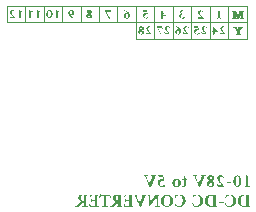
<source format=gbo>
G04 #@! TF.GenerationSoftware,KiCad,Pcbnew,8.0.5*
G04 #@! TF.CreationDate,2024-10-13T03:13:11+02:00*
G04 #@! TF.ProjectId,DCDC_converter,44434443-5f63-46f6-9e76-65727465722e,rev?*
G04 #@! TF.SameCoordinates,Original*
G04 #@! TF.FileFunction,Legend,Bot*
G04 #@! TF.FilePolarity,Positive*
%FSLAX46Y46*%
G04 Gerber Fmt 4.6, Leading zero omitted, Abs format (unit mm)*
G04 Created by KiCad (PCBNEW 8.0.5) date 2024-10-13 03:13:11*
%MOMM*%
%LPD*%
G01*
G04 APERTURE LIST*
%ADD10C,0.100000*%
%ADD11C,0.000000*%
%ADD12C,0.050000*%
%ADD13R,1.700000X1.700000*%
%ADD14O,1.700000X1.700000*%
%ADD15R,1.600000X1.600000*%
%ADD16C,1.600000*%
G04 APERTURE END LIST*
D10*
X87821156Y-52353289D02*
X86257999Y-52353289D01*
X86257999Y-50962595D01*
X87821156Y-50962595D01*
X87821156Y-52353289D01*
D11*
G36*
X84962607Y-52698893D02*
G01*
X84973365Y-52700515D01*
X84984473Y-52702482D01*
X84995930Y-52704794D01*
X85007736Y-52707450D01*
X85019890Y-52710450D01*
X85032394Y-52713796D01*
X85045246Y-52717486D01*
X85058352Y-52721572D01*
X85071613Y-52726108D01*
X85085029Y-52731093D01*
X85098599Y-52736526D01*
X85112325Y-52742408D01*
X85126205Y-52748739D01*
X85140240Y-52755519D01*
X85154430Y-52762747D01*
X85161395Y-52766550D01*
X85168331Y-52770509D01*
X85175238Y-52774623D01*
X85182116Y-52778892D01*
X85188965Y-52783316D01*
X85195785Y-52787895D01*
X85202576Y-52792630D01*
X85209337Y-52797520D01*
X85222773Y-52807765D01*
X85236092Y-52818631D01*
X85249294Y-52830118D01*
X85262379Y-52842226D01*
X85271315Y-52850693D01*
X85280136Y-52859540D01*
X85288840Y-52868766D01*
X85297427Y-52878372D01*
X85305898Y-52888358D01*
X85314254Y-52898724D01*
X85322493Y-52909470D01*
X85330616Y-52920595D01*
X85338504Y-52932049D01*
X85346044Y-52943778D01*
X85353236Y-52955782D01*
X85360079Y-52968063D01*
X85366574Y-52980620D01*
X85372720Y-52993452D01*
X85378518Y-53006561D01*
X85383968Y-53019945D01*
X85386373Y-53026595D01*
X85388622Y-53033295D01*
X85390716Y-53040048D01*
X85392654Y-53046853D01*
X85394438Y-53053709D01*
X85396067Y-53060617D01*
X85397540Y-53067576D01*
X85398858Y-53074588D01*
X85400021Y-53081651D01*
X85401029Y-53088765D01*
X85401882Y-53095932D01*
X85402580Y-53103150D01*
X85403122Y-53110420D01*
X85403510Y-53117742D01*
X85403742Y-53125115D01*
X85403820Y-53132540D01*
X85403689Y-53141202D01*
X85403296Y-53149804D01*
X85402642Y-53158346D01*
X85401726Y-53166827D01*
X85400548Y-53175248D01*
X85399108Y-53183609D01*
X85397407Y-53191909D01*
X85395444Y-53200149D01*
X85393219Y-53208329D01*
X85390733Y-53216448D01*
X85387985Y-53224508D01*
X85384975Y-53232506D01*
X85381703Y-53240445D01*
X85378170Y-53248323D01*
X85374376Y-53256141D01*
X85370319Y-53263899D01*
X85365895Y-53271397D01*
X85361306Y-53278715D01*
X85356553Y-53285851D01*
X85351634Y-53292806D01*
X85346550Y-53299579D01*
X85341302Y-53306172D01*
X85335889Y-53312584D01*
X85330311Y-53318814D01*
X85324568Y-53324863D01*
X85318660Y-53330732D01*
X85312587Y-53336419D01*
X85306350Y-53341925D01*
X85299947Y-53347250D01*
X85293380Y-53352394D01*
X85286648Y-53357357D01*
X85279751Y-53362139D01*
X85272578Y-53366684D01*
X85265328Y-53370935D01*
X85258000Y-53374893D01*
X85250594Y-53378558D01*
X85243111Y-53381930D01*
X85235550Y-53385009D01*
X85227912Y-53387794D01*
X85220196Y-53390286D01*
X85212402Y-53392485D01*
X85204531Y-53394391D01*
X85196582Y-53396003D01*
X85188556Y-53397323D01*
X85180452Y-53398349D01*
X85172270Y-53399082D01*
X85164011Y-53399521D01*
X85155674Y-53399668D01*
X85147634Y-53399547D01*
X85139643Y-53399185D01*
X85131700Y-53398581D01*
X85123805Y-53397736D01*
X85115959Y-53396649D01*
X85108161Y-53395321D01*
X85100411Y-53393752D01*
X85092709Y-53391940D01*
X85085056Y-53389888D01*
X85077452Y-53387594D01*
X85069896Y-53385058D01*
X85062388Y-53382281D01*
X85054928Y-53379262D01*
X85047517Y-53376002D01*
X85040155Y-53372501D01*
X85032841Y-53368757D01*
X85025635Y-53364679D01*
X85018593Y-53360445D01*
X85011716Y-53356056D01*
X85005004Y-53351511D01*
X84998457Y-53346812D01*
X84992075Y-53341957D01*
X84985857Y-53336947D01*
X84979804Y-53331781D01*
X84973916Y-53326461D01*
X84968192Y-53320985D01*
X84962634Y-53315353D01*
X84957240Y-53309567D01*
X84952011Y-53303625D01*
X84946947Y-53297528D01*
X84942047Y-53291276D01*
X84937313Y-53284868D01*
X84932806Y-53278340D01*
X84928590Y-53271726D01*
X84924665Y-53265025D01*
X84921031Y-53258238D01*
X84917687Y-53251365D01*
X84914634Y-53244406D01*
X84911872Y-53237360D01*
X84909401Y-53230228D01*
X84907220Y-53223010D01*
X84905330Y-53215706D01*
X84903731Y-53208315D01*
X84902423Y-53200839D01*
X84901848Y-53196566D01*
X85058910Y-53196566D01*
X85059007Y-53205557D01*
X85059298Y-53214315D01*
X85059783Y-53222840D01*
X85060461Y-53231132D01*
X85061333Y-53239191D01*
X85062400Y-53247018D01*
X85063660Y-53254611D01*
X85065114Y-53261972D01*
X85066762Y-53269099D01*
X85068604Y-53275994D01*
X85070640Y-53282656D01*
X85072870Y-53289085D01*
X85075293Y-53295281D01*
X85077911Y-53301244D01*
X85080723Y-53306974D01*
X85083729Y-53312472D01*
X85086725Y-53317550D01*
X85089819Y-53322301D01*
X85093009Y-53326724D01*
X85096296Y-53330819D01*
X85099680Y-53334587D01*
X85103160Y-53338028D01*
X85106737Y-53341140D01*
X85110412Y-53343925D01*
X85114183Y-53346383D01*
X85118050Y-53348512D01*
X85122015Y-53350315D01*
X85126077Y-53351789D01*
X85130235Y-53352936D01*
X85134490Y-53353755D01*
X85138842Y-53354247D01*
X85143291Y-53354410D01*
X85148035Y-53354290D01*
X85152653Y-53353927D01*
X85157144Y-53353324D01*
X85161510Y-53352479D01*
X85165750Y-53351392D01*
X85169865Y-53350064D01*
X85173853Y-53348494D01*
X85177715Y-53346683D01*
X85181452Y-53344630D01*
X85185062Y-53342336D01*
X85188547Y-53339800D01*
X85191906Y-53337023D01*
X85195139Y-53334005D01*
X85198246Y-53330745D01*
X85201227Y-53327243D01*
X85204082Y-53323500D01*
X85206817Y-53319576D01*
X85209455Y-53315531D01*
X85211998Y-53311365D01*
X85214445Y-53307079D01*
X85216796Y-53302672D01*
X85219052Y-53298144D01*
X85221211Y-53293496D01*
X85223275Y-53288727D01*
X85225243Y-53283837D01*
X85227116Y-53278827D01*
X85228892Y-53273696D01*
X85230573Y-53268444D01*
X85232158Y-53263071D01*
X85233648Y-53257578D01*
X85235041Y-53251964D01*
X85236340Y-53246229D01*
X85238378Y-53234655D01*
X85240145Y-53223115D01*
X85241640Y-53211610D01*
X85242863Y-53200139D01*
X85243814Y-53188702D01*
X85244493Y-53177300D01*
X85244901Y-53165933D01*
X85245037Y-53154600D01*
X85244956Y-53142940D01*
X85244712Y-53130038D01*
X85244306Y-53115896D01*
X85243740Y-53100512D01*
X85243099Y-53092578D01*
X85242377Y-53084783D01*
X85241573Y-53077125D01*
X85240689Y-53069605D01*
X85239724Y-53062222D01*
X85238677Y-53054978D01*
X85237549Y-53047872D01*
X85236340Y-53040903D01*
X85236332Y-53040892D01*
X85234611Y-53039404D01*
X85232861Y-53037976D01*
X85231082Y-53036609D01*
X85229274Y-53035302D01*
X85227437Y-53034056D01*
X85225570Y-53032870D01*
X85223675Y-53031745D01*
X85221751Y-53030681D01*
X85219798Y-53029677D01*
X85217816Y-53028733D01*
X85215804Y-53027851D01*
X85213764Y-53027028D01*
X85211694Y-53026266D01*
X85209596Y-53025565D01*
X85207468Y-53024924D01*
X85205311Y-53024344D01*
X85200772Y-53023313D01*
X85196467Y-53022419D01*
X85192395Y-53021663D01*
X85188557Y-53021045D01*
X85184951Y-53020564D01*
X85181579Y-53020220D01*
X85178439Y-53020014D01*
X85175533Y-53019945D01*
X85170179Y-53020045D01*
X85164969Y-53020342D01*
X85159905Y-53020838D01*
X85154987Y-53021532D01*
X85150213Y-53022425D01*
X85145585Y-53023516D01*
X85141103Y-53024806D01*
X85136765Y-53026294D01*
X85132573Y-53027980D01*
X85128527Y-53029864D01*
X85124625Y-53031947D01*
X85120869Y-53034228D01*
X85117258Y-53036708D01*
X85113792Y-53039385D01*
X85110471Y-53042262D01*
X85107296Y-53045336D01*
X85104097Y-53048437D01*
X85101014Y-53051667D01*
X85098047Y-53055027D01*
X85095197Y-53058515D01*
X85092463Y-53062133D01*
X85089845Y-53065881D01*
X85087344Y-53069757D01*
X85084959Y-53073763D01*
X85082690Y-53077898D01*
X85080538Y-53082163D01*
X85078503Y-53086556D01*
X85076584Y-53091079D01*
X85074781Y-53095732D01*
X85073095Y-53100513D01*
X85071525Y-53105424D01*
X85070072Y-53110464D01*
X85067457Y-53120503D01*
X85065190Y-53130748D01*
X85063272Y-53141201D01*
X85061702Y-53151860D01*
X85060481Y-53162726D01*
X85059608Y-53173799D01*
X85059085Y-53185079D01*
X85058910Y-53196566D01*
X84901848Y-53196566D01*
X84901405Y-53193276D01*
X84900678Y-53185626D01*
X84900242Y-53177891D01*
X84900097Y-53170069D01*
X84900218Y-53160397D01*
X84900581Y-53150975D01*
X84901187Y-53141804D01*
X84902035Y-53132882D01*
X84903126Y-53124211D01*
X84904459Y-53115789D01*
X84906034Y-53107618D01*
X84907851Y-53099697D01*
X84909911Y-53092026D01*
X84912213Y-53084605D01*
X84914758Y-53077434D01*
X84917545Y-53070513D01*
X84920575Y-53063843D01*
X84923847Y-53057423D01*
X84927361Y-53051252D01*
X84931118Y-53045332D01*
X84935072Y-53039503D01*
X84939182Y-53033881D01*
X84943446Y-53028466D01*
X84947866Y-53023258D01*
X84952441Y-53018257D01*
X84957171Y-53013462D01*
X84962057Y-53008874D01*
X84967097Y-53004493D01*
X84972293Y-53000320D01*
X84977643Y-52996352D01*
X84983149Y-52992592D01*
X84988810Y-52989039D01*
X84994626Y-52985692D01*
X85000597Y-52982552D01*
X85006723Y-52979619D01*
X85013004Y-52976893D01*
X85019247Y-52974352D01*
X85025568Y-52971975D01*
X85031966Y-52969762D01*
X85038441Y-52967713D01*
X85044994Y-52965828D01*
X85051625Y-52964107D01*
X85058333Y-52962550D01*
X85065119Y-52961157D01*
X85071982Y-52959927D01*
X85078922Y-52958862D01*
X85085940Y-52957961D01*
X85093035Y-52957223D01*
X85100207Y-52956649D01*
X85107457Y-52956240D01*
X85114784Y-52955994D01*
X85122189Y-52955912D01*
X85122158Y-52955942D01*
X85127818Y-52956063D01*
X85133633Y-52956424D01*
X85139604Y-52957025D01*
X85145731Y-52957868D01*
X85152013Y-52958951D01*
X85158449Y-52960275D01*
X85165041Y-52961839D01*
X85171787Y-52963644D01*
X85178260Y-52965646D01*
X85184656Y-52967785D01*
X85190975Y-52970063D01*
X85197217Y-52972478D01*
X85203382Y-52975031D01*
X85209470Y-52977722D01*
X85215482Y-52980550D01*
X85221416Y-52983515D01*
X85217700Y-52973364D01*
X85213683Y-52963335D01*
X85209366Y-52953426D01*
X85204748Y-52943637D01*
X85199830Y-52933970D01*
X85194611Y-52924423D01*
X85189091Y-52914997D01*
X85183271Y-52905692D01*
X85177151Y-52896507D01*
X85170730Y-52887444D01*
X85164008Y-52878501D01*
X85156985Y-52869678D01*
X85149662Y-52860977D01*
X85142039Y-52852396D01*
X85134114Y-52843936D01*
X85125889Y-52835596D01*
X85117179Y-52827278D01*
X85108111Y-52819157D01*
X85098685Y-52811236D01*
X85088900Y-52803512D01*
X85078756Y-52795987D01*
X85068254Y-52788661D01*
X85057393Y-52781533D01*
X85046173Y-52774603D01*
X85034595Y-52767872D01*
X85022658Y-52761339D01*
X85010362Y-52755005D01*
X84997707Y-52748870D01*
X84984694Y-52742933D01*
X84971321Y-52737194D01*
X84957590Y-52731654D01*
X84943500Y-52726313D01*
X84943219Y-52725210D01*
X84942975Y-52724117D01*
X84942768Y-52723032D01*
X84942599Y-52721956D01*
X84942468Y-52720890D01*
X84942374Y-52719832D01*
X84942318Y-52718784D01*
X84942299Y-52717744D01*
X84942318Y-52716714D01*
X84942374Y-52715692D01*
X84942468Y-52714680D01*
X84942599Y-52713676D01*
X84942768Y-52712682D01*
X84942975Y-52711697D01*
X84943219Y-52710721D01*
X84943500Y-52709753D01*
X84943686Y-52708799D01*
X84943919Y-52707870D01*
X84944200Y-52706968D01*
X84944529Y-52706092D01*
X84944905Y-52705242D01*
X84945330Y-52704418D01*
X84945802Y-52703620D01*
X84946321Y-52702849D01*
X84946889Y-52702103D01*
X84947504Y-52701384D01*
X84948167Y-52700691D01*
X84948878Y-52700023D01*
X84949636Y-52699382D01*
X84950442Y-52698767D01*
X84951296Y-52698178D01*
X84952198Y-52697615D01*
X84962607Y-52698893D01*
G37*
G36*
X76099317Y-51307031D02*
G01*
X76107324Y-51307393D01*
X76115293Y-51307997D01*
X76123223Y-51308842D01*
X76131114Y-51309928D01*
X76138966Y-51311257D01*
X76146779Y-51312826D01*
X76154553Y-51314637D01*
X76162289Y-51316690D01*
X76169985Y-51318984D01*
X76177643Y-51321520D01*
X76185261Y-51324297D01*
X76192841Y-51327316D01*
X76200382Y-51330576D01*
X76207884Y-51334077D01*
X76215347Y-51337820D01*
X76222554Y-51341769D01*
X76229596Y-51345890D01*
X76236473Y-51350184D01*
X76243185Y-51354650D01*
X76249732Y-51359289D01*
X76256115Y-51364101D01*
X76262333Y-51369085D01*
X76268386Y-51374242D01*
X76274274Y-51379571D01*
X76279997Y-51385073D01*
X76285556Y-51390747D01*
X76290950Y-51396594D01*
X76296179Y-51402614D01*
X76301244Y-51408807D01*
X76306144Y-51415172D01*
X76310879Y-51421709D01*
X76315386Y-51428238D01*
X76319602Y-51434852D01*
X76323528Y-51441553D01*
X76327163Y-51448340D01*
X76330507Y-51455213D01*
X76333560Y-51462172D01*
X76336323Y-51469218D01*
X76338794Y-51476350D01*
X76340975Y-51483568D01*
X76342865Y-51490872D01*
X76344464Y-51498262D01*
X76345773Y-51505739D01*
X76346790Y-51513302D01*
X76347517Y-51520951D01*
X76347953Y-51528687D01*
X76348099Y-51536509D01*
X76347978Y-51546186D01*
X76347614Y-51555621D01*
X76347008Y-51564814D01*
X76346160Y-51573766D01*
X76345069Y-51582477D01*
X76343736Y-51590946D01*
X76342161Y-51599173D01*
X76340343Y-51607159D01*
X76338283Y-51614903D01*
X76335981Y-51622406D01*
X76333436Y-51629667D01*
X76330649Y-51636686D01*
X76327619Y-51643464D01*
X76324348Y-51650000D01*
X76320834Y-51656295D01*
X76317078Y-51662348D01*
X76313123Y-51668044D01*
X76309013Y-51673541D01*
X76304747Y-51678841D01*
X76300327Y-51683942D01*
X76295752Y-51688844D01*
X76291021Y-51693549D01*
X76286136Y-51698055D01*
X76281095Y-51702363D01*
X76275899Y-51706472D01*
X76270548Y-51710384D01*
X76265043Y-51714097D01*
X76259382Y-51717612D01*
X76253566Y-51720928D01*
X76247595Y-51724047D01*
X76241469Y-51726967D01*
X76235187Y-51729689D01*
X76228800Y-51732095D01*
X76222354Y-51734346D01*
X76215850Y-51736442D01*
X76209287Y-51738383D01*
X76202667Y-51740168D01*
X76195988Y-51741798D01*
X76189251Y-51743273D01*
X76182456Y-51744592D01*
X76175603Y-51745757D01*
X76168691Y-51746766D01*
X76161721Y-51747619D01*
X76154693Y-51748318D01*
X76147607Y-51748861D01*
X76140463Y-51749249D01*
X76133260Y-51749482D01*
X76125999Y-51749560D01*
X76119797Y-51749456D01*
X76113594Y-51749146D01*
X76107391Y-51748628D01*
X76101188Y-51747904D01*
X76094985Y-51746973D01*
X76088782Y-51745834D01*
X76082579Y-51744489D01*
X76076375Y-51742937D01*
X76070172Y-51741178D01*
X76063969Y-51739212D01*
X76057766Y-51737039D01*
X76051562Y-51734659D01*
X76045359Y-51732072D01*
X76039155Y-51729278D01*
X76032952Y-51726278D01*
X76026749Y-51723070D01*
X76030465Y-51733225D01*
X76034482Y-51743267D01*
X76038800Y-51753197D01*
X76043418Y-51763015D01*
X76048337Y-51772721D01*
X76053557Y-51782314D01*
X76059076Y-51791796D01*
X76064897Y-51801166D01*
X76071018Y-51810424D01*
X76077440Y-51819569D01*
X76084162Y-51828603D01*
X76091184Y-51837525D01*
X76098508Y-51846334D01*
X76106131Y-51855032D01*
X76114055Y-51863618D01*
X76122280Y-51872092D01*
X76130839Y-51880276D01*
X76139767Y-51888270D01*
X76149063Y-51896075D01*
X76158727Y-51903690D01*
X76168760Y-51911115D01*
X76179161Y-51918351D01*
X76189931Y-51925397D01*
X76201069Y-51932253D01*
X76212575Y-51938920D01*
X76224450Y-51945396D01*
X76236693Y-51951683D01*
X76249304Y-51957781D01*
X76262284Y-51963688D01*
X76275632Y-51969406D01*
X76289348Y-51974934D01*
X76303432Y-51980273D01*
X76303402Y-51980265D01*
X76303706Y-51982201D01*
X76303970Y-51984136D01*
X76304194Y-51986069D01*
X76304377Y-51988001D01*
X76304519Y-51989932D01*
X76304621Y-51991861D01*
X76304682Y-51993788D01*
X76304703Y-51995714D01*
X76304516Y-51996661D01*
X76304282Y-51997592D01*
X76304001Y-51998507D01*
X76303671Y-51999407D01*
X76303294Y-52000290D01*
X76302870Y-52001157D01*
X76302397Y-52002009D01*
X76301877Y-52002844D01*
X76301309Y-52003664D01*
X76300694Y-52004467D01*
X76300031Y-52005255D01*
X76299320Y-52006027D01*
X76298562Y-52006783D01*
X76297756Y-52007523D01*
X76296902Y-52008247D01*
X76296001Y-52008955D01*
X76285592Y-52007437D01*
X76274833Y-52005643D01*
X76263725Y-52003573D01*
X76252268Y-52001227D01*
X76240462Y-51998605D01*
X76228307Y-51995708D01*
X76215803Y-51992534D01*
X76202949Y-51989084D01*
X76189864Y-51984998D01*
X76176661Y-51980462D01*
X76163342Y-51975478D01*
X76149907Y-51970044D01*
X76136356Y-51964162D01*
X76122688Y-51957831D01*
X76108905Y-51951052D01*
X76095005Y-51943823D01*
X76080813Y-51935820D01*
X76066777Y-51927264D01*
X76052897Y-51918157D01*
X76039171Y-51908498D01*
X76025601Y-51898287D01*
X76012186Y-51887525D01*
X75998926Y-51876210D01*
X75985821Y-51864344D01*
X75976882Y-51855634D01*
X75968060Y-51846614D01*
X75959354Y-51837284D01*
X75950765Y-51827643D01*
X75942292Y-51817691D01*
X75933936Y-51807430D01*
X75925695Y-51796857D01*
X75917572Y-51785975D01*
X75909703Y-51774541D01*
X75902222Y-51762866D01*
X75895128Y-51750949D01*
X75888421Y-51738790D01*
X75882101Y-51726389D01*
X75876168Y-51713747D01*
X75870622Y-51700862D01*
X75865463Y-51687735D01*
X75862908Y-51680952D01*
X75860518Y-51674126D01*
X75858293Y-51667257D01*
X75856233Y-51660345D01*
X75854337Y-51653390D01*
X75852606Y-51646391D01*
X75851041Y-51639350D01*
X75849639Y-51632265D01*
X75848403Y-51625138D01*
X75847331Y-51617967D01*
X75846425Y-51610753D01*
X75845683Y-51603496D01*
X75845106Y-51596196D01*
X75844694Y-51588853D01*
X75844447Y-51581467D01*
X75844364Y-51574038D01*
X75844495Y-51565247D01*
X75844888Y-51556533D01*
X75845233Y-51551970D01*
X76003151Y-51551970D01*
X76003232Y-51565148D01*
X76003477Y-51579292D01*
X76003883Y-51594403D01*
X76004452Y-51610480D01*
X76004808Y-51618345D01*
X76005326Y-51625934D01*
X76006008Y-51633247D01*
X76006852Y-51640284D01*
X76007858Y-51647044D01*
X76009027Y-51653529D01*
X76010358Y-51659738D01*
X76011852Y-51665671D01*
X76011913Y-51665674D01*
X76013489Y-51667023D01*
X76015113Y-51668330D01*
X76016785Y-51669595D01*
X76018506Y-51670819D01*
X76020276Y-51672000D01*
X76022094Y-51673140D01*
X76023960Y-51674237D01*
X76025875Y-51675293D01*
X76027838Y-51676307D01*
X76029849Y-51677279D01*
X76031909Y-51678210D01*
X76034017Y-51679098D01*
X76036174Y-51679945D01*
X76038379Y-51680750D01*
X76040633Y-51681513D01*
X76042934Y-51682234D01*
X76047473Y-51683265D01*
X76051778Y-51684159D01*
X76055850Y-51684915D01*
X76059689Y-51685533D01*
X76063295Y-51686014D01*
X76066668Y-51686358D01*
X76069808Y-51686564D01*
X76072716Y-51686632D01*
X76077926Y-51686538D01*
X76083009Y-51686253D01*
X76087967Y-51685779D01*
X76092799Y-51685115D01*
X76097505Y-51684261D01*
X76102085Y-51683217D01*
X76106539Y-51681984D01*
X76110867Y-51680561D01*
X76115070Y-51678948D01*
X76119146Y-51677145D01*
X76123096Y-51675153D01*
X76126920Y-51672971D01*
X76130618Y-51670599D01*
X76134190Y-51668037D01*
X76137637Y-51665286D01*
X76140957Y-51662344D01*
X76144156Y-51659110D01*
X76147239Y-51655755D01*
X76150205Y-51652280D01*
X76153055Y-51648684D01*
X76155788Y-51644967D01*
X76158405Y-51641129D01*
X76160906Y-51637170D01*
X76163290Y-51633091D01*
X76165558Y-51628891D01*
X76167710Y-51624571D01*
X76169745Y-51620129D01*
X76171664Y-51615568D01*
X76173467Y-51610885D01*
X76175153Y-51606082D01*
X76176723Y-51601158D01*
X76178177Y-51596113D01*
X76180793Y-51585835D01*
X76183061Y-51575418D01*
X76184979Y-51564862D01*
X76186549Y-51554168D01*
X76187769Y-51543337D01*
X76188641Y-51532366D01*
X76189164Y-51521258D01*
X76189339Y-51510012D01*
X76189242Y-51501026D01*
X76188951Y-51492281D01*
X76188466Y-51483778D01*
X76187787Y-51475517D01*
X76186915Y-51467496D01*
X76185848Y-51459717D01*
X76184588Y-51452180D01*
X76183134Y-51444884D01*
X76181485Y-51437830D01*
X76179643Y-51431016D01*
X76177607Y-51424445D01*
X76175378Y-51418115D01*
X76172954Y-51412026D01*
X76170337Y-51406179D01*
X76167525Y-51400573D01*
X76164520Y-51395209D01*
X76161379Y-51389996D01*
X76158161Y-51385119D01*
X76154865Y-51380579D01*
X76151491Y-51376375D01*
X76148040Y-51372508D01*
X76144511Y-51368976D01*
X76140905Y-51365781D01*
X76137221Y-51362922D01*
X76133460Y-51360400D01*
X76129621Y-51358214D01*
X76125705Y-51356364D01*
X76121711Y-51354850D01*
X76119685Y-51354220D01*
X76117640Y-51353673D01*
X76115575Y-51353211D01*
X76113491Y-51352832D01*
X76109265Y-51352328D01*
X76104961Y-51352160D01*
X76100218Y-51352280D01*
X76095600Y-51352643D01*
X76091108Y-51353246D01*
X76086742Y-51354092D01*
X76082502Y-51355178D01*
X76078388Y-51356507D01*
X76074400Y-51358076D01*
X76070538Y-51359887D01*
X76066801Y-51361940D01*
X76063190Y-51364234D01*
X76059706Y-51366770D01*
X76056347Y-51369547D01*
X76053114Y-51372566D01*
X76050007Y-51375826D01*
X76047026Y-51379327D01*
X76044170Y-51383070D01*
X76041433Y-51386994D01*
X76038803Y-51391039D01*
X76036279Y-51395205D01*
X76033861Y-51399491D01*
X76031550Y-51403898D01*
X76029345Y-51408426D01*
X76027247Y-51413074D01*
X76025255Y-51417843D01*
X76023370Y-51422733D01*
X76021591Y-51427743D01*
X76019918Y-51432874D01*
X76018351Y-51438126D01*
X76016891Y-51443499D01*
X76015538Y-51448992D01*
X76014290Y-51454606D01*
X76013149Y-51460341D01*
X76010806Y-51471915D01*
X76008775Y-51483455D01*
X76007057Y-51494960D01*
X76005651Y-51506431D01*
X76004557Y-51517868D01*
X76003776Y-51529270D01*
X76003307Y-51540637D01*
X76003151Y-51551970D01*
X75845233Y-51551970D01*
X75845542Y-51547897D01*
X75846458Y-51539338D01*
X75847635Y-51530857D01*
X75849075Y-51522453D01*
X75850776Y-51514127D01*
X75852739Y-51505878D01*
X75854963Y-51497706D01*
X75857450Y-51489613D01*
X75860198Y-51481596D01*
X75863208Y-51473658D01*
X75866479Y-51465797D01*
X75870013Y-51458013D01*
X75873808Y-51450307D01*
X75877865Y-51442679D01*
X75882140Y-51435180D01*
X75886589Y-51427863D01*
X75891213Y-51420727D01*
X75896011Y-51413772D01*
X75900983Y-51406999D01*
X75906130Y-51400406D01*
X75911452Y-51393994D01*
X75916947Y-51387764D01*
X75922617Y-51381714D01*
X75928462Y-51375846D01*
X75934481Y-51370159D01*
X75940675Y-51364653D01*
X75947043Y-51359328D01*
X75953585Y-51354184D01*
X75960302Y-51349221D01*
X75967194Y-51344439D01*
X75974221Y-51339894D01*
X75981346Y-51335643D01*
X75988568Y-51331684D01*
X75995887Y-51328019D01*
X76003302Y-51324648D01*
X76010815Y-51321569D01*
X76018424Y-51318784D01*
X76026131Y-51316292D01*
X76033934Y-51314093D01*
X76041834Y-51312187D01*
X76049831Y-51310574D01*
X76057925Y-51309255D01*
X76066116Y-51308229D01*
X76074404Y-51307496D01*
X76082789Y-51307056D01*
X76091270Y-51306910D01*
X76099317Y-51307031D01*
G37*
G36*
X82464939Y-66955601D02*
G01*
X82465483Y-66956579D01*
X82465989Y-66957681D01*
X82466458Y-66958907D01*
X82466889Y-66960256D01*
X82467283Y-66961729D01*
X82467639Y-66963326D01*
X82467957Y-66965047D01*
X82468239Y-66966891D01*
X82468482Y-66968859D01*
X82468857Y-66973166D01*
X82469082Y-66977968D01*
X82469157Y-66983266D01*
X82469314Y-66985794D01*
X82469411Y-66988222D01*
X82469446Y-66990552D01*
X82469421Y-66992781D01*
X82469334Y-66994912D01*
X82469187Y-66996943D01*
X82468978Y-66998874D01*
X82468708Y-67000706D01*
X82468378Y-67002439D01*
X82467986Y-67004072D01*
X82467534Y-67005606D01*
X82467021Y-67007041D01*
X82466446Y-67008376D01*
X82465811Y-67009611D01*
X82465115Y-67010748D01*
X82464358Y-67011784D01*
X82461438Y-67011859D01*
X82458222Y-67012085D01*
X82454708Y-67012460D01*
X82450896Y-67012985D01*
X82446787Y-67013660D01*
X82442381Y-67014485D01*
X82437678Y-67015459D01*
X82432677Y-67016583D01*
X82427158Y-67017870D01*
X82421689Y-67019354D01*
X82416269Y-67021037D01*
X82410898Y-67022917D01*
X82405577Y-67024996D01*
X82400304Y-67027273D01*
X82395081Y-67029749D01*
X82389906Y-67032422D01*
X82387182Y-67033652D01*
X82384557Y-67034970D01*
X82382031Y-67036374D01*
X82379605Y-67037865D01*
X82377277Y-67039442D01*
X82375049Y-67041107D01*
X82372919Y-67042858D01*
X82370889Y-67044696D01*
X82368958Y-67046620D01*
X82367126Y-67048631D01*
X82365394Y-67050729D01*
X82363760Y-67052914D01*
X82362226Y-67055185D01*
X82360791Y-67057543D01*
X82359455Y-67059988D01*
X82358218Y-67062520D01*
X82352475Y-67075097D01*
X82346336Y-67089059D01*
X82339801Y-67104405D01*
X82332869Y-67121136D01*
X82318610Y-67155593D01*
X82304350Y-67189259D01*
X81966906Y-67973462D01*
X81966137Y-67974449D01*
X81965404Y-67975424D01*
X81964709Y-67976386D01*
X81964049Y-67977336D01*
X81963427Y-67978272D01*
X81962841Y-67979195D01*
X81962292Y-67980106D01*
X81961780Y-67981003D01*
X81961304Y-67981888D01*
X81960866Y-67982760D01*
X81960464Y-67983619D01*
X81960099Y-67984465D01*
X81959770Y-67985298D01*
X81959479Y-67986119D01*
X81959224Y-67986926D01*
X81959006Y-67987721D01*
X81958579Y-67988677D01*
X81958090Y-67989572D01*
X81957539Y-67990405D01*
X81956926Y-67991176D01*
X81956251Y-67991885D01*
X81955515Y-67992533D01*
X81954716Y-67993119D01*
X81953856Y-67993643D01*
X81952934Y-67994106D01*
X81951950Y-67994507D01*
X81950904Y-67994846D01*
X81949796Y-67995124D01*
X81948627Y-67995340D01*
X81947395Y-67995494D01*
X81946102Y-67995587D01*
X81944746Y-67995617D01*
X81942927Y-67995537D01*
X81941033Y-67995296D01*
X81939065Y-67994893D01*
X81937023Y-67994330D01*
X81934907Y-67993606D01*
X81932716Y-67992721D01*
X81930451Y-67991675D01*
X81928112Y-67990468D01*
X81925699Y-67989100D01*
X81923211Y-67987571D01*
X81920649Y-67985881D01*
X81918013Y-67984030D01*
X81915302Y-67982019D01*
X81912518Y-67979846D01*
X81909659Y-67977513D01*
X81906725Y-67975018D01*
X81903618Y-67972253D01*
X81900635Y-67969501D01*
X81897775Y-67966760D01*
X81895039Y-67964032D01*
X81892428Y-67961316D01*
X81889940Y-67958612D01*
X81887576Y-67955920D01*
X81885336Y-67953241D01*
X81883220Y-67950574D01*
X81881227Y-67947919D01*
X81879359Y-67945276D01*
X81877614Y-67942646D01*
X81875993Y-67940028D01*
X81874497Y-67937422D01*
X81873123Y-67934829D01*
X81871874Y-67932248D01*
X81829101Y-67828879D01*
X81789496Y-67734219D01*
X81715037Y-67558369D01*
X81695929Y-67514998D01*
X81676621Y-67470440D01*
X81657114Y-67424695D01*
X81637408Y-67377766D01*
X81550276Y-67167065D01*
X81541760Y-67148353D01*
X81533639Y-67130233D01*
X81525915Y-67112708D01*
X81518588Y-67095776D01*
X81514975Y-67087608D01*
X81511263Y-67079736D01*
X81507451Y-67072161D01*
X81503541Y-67064884D01*
X81499531Y-67057904D01*
X81495422Y-67051221D01*
X81491214Y-67044835D01*
X81486906Y-67038747D01*
X81485668Y-67037198D01*
X81484331Y-67035710D01*
X81482895Y-67034284D01*
X81481360Y-67032919D01*
X81479726Y-67031615D01*
X81477992Y-67030372D01*
X81476160Y-67029190D01*
X81474229Y-67028070D01*
X81472199Y-67027011D01*
X81470070Y-67026013D01*
X81467842Y-67025077D01*
X81465515Y-67024201D01*
X81463089Y-67023388D01*
X81460564Y-67022635D01*
X81457941Y-67021943D01*
X81455218Y-67021313D01*
X81449672Y-67019813D01*
X81444126Y-67018460D01*
X81438581Y-67017253D01*
X81433036Y-67016192D01*
X81427491Y-67015278D01*
X81421946Y-67014511D01*
X81416401Y-67013891D01*
X81410857Y-67013417D01*
X81400558Y-67012716D01*
X81391845Y-67012215D01*
X81384717Y-67011915D01*
X81381748Y-67011840D01*
X81379176Y-67011815D01*
X81378407Y-67010775D01*
X81377701Y-67009637D01*
X81377058Y-67008399D01*
X81376477Y-67007063D01*
X81375958Y-67005627D01*
X81375502Y-67004092D01*
X81375109Y-67002458D01*
X81374778Y-67000725D01*
X81374509Y-66998894D01*
X81374303Y-66996963D01*
X81374159Y-66994932D01*
X81374078Y-66992803D01*
X81374059Y-66990575D01*
X81374102Y-66988248D01*
X81374208Y-66985822D01*
X81374377Y-66983296D01*
X81374395Y-66980582D01*
X81374452Y-66977991D01*
X81374545Y-66975525D01*
X81374676Y-66973184D01*
X81374845Y-66970966D01*
X81375051Y-66968873D01*
X81375295Y-66966905D01*
X81375576Y-66965060D01*
X81375895Y-66963340D01*
X81376251Y-66961744D01*
X81376644Y-66960272D01*
X81377076Y-66958924D01*
X81377544Y-66957701D01*
X81378050Y-66956602D01*
X81378594Y-66955628D01*
X81379176Y-66954777D01*
X81390909Y-66955204D01*
X81402345Y-66955734D01*
X81413484Y-66956368D01*
X81424326Y-66957104D01*
X81434871Y-66957944D01*
X81445119Y-66958887D01*
X81455070Y-66959932D01*
X81464724Y-66961079D01*
X81474055Y-66961828D01*
X81483831Y-66962477D01*
X81504722Y-66963476D01*
X81527396Y-66964076D01*
X81551855Y-66964276D01*
X81577799Y-66964176D01*
X81601761Y-66963875D01*
X81623742Y-66963375D01*
X81643744Y-66962674D01*
X81737215Y-66954777D01*
X81737791Y-66955632D01*
X81738343Y-66956610D01*
X81738870Y-66957712D01*
X81739373Y-66958937D01*
X81739852Y-66960287D01*
X81740307Y-66961760D01*
X81740737Y-66963357D01*
X81741143Y-66965077D01*
X81741882Y-66968889D01*
X81742525Y-66973197D01*
X81743070Y-66977999D01*
X81743517Y-66983296D01*
X81743493Y-66985824D01*
X81743419Y-66988253D01*
X81743296Y-66990582D01*
X81743123Y-66992812D01*
X81742902Y-66994942D01*
X81742631Y-66996973D01*
X81742311Y-66998905D01*
X81741941Y-67000737D01*
X81741523Y-67002470D01*
X81741055Y-67004103D01*
X81740538Y-67005637D01*
X81739972Y-67007071D01*
X81739357Y-67008406D01*
X81738692Y-67009642D01*
X81737978Y-67010778D01*
X81737215Y-67011815D01*
X81734146Y-67011865D01*
X81730483Y-67012015D01*
X81721373Y-67012615D01*
X81709887Y-67013614D01*
X81696024Y-67015012D01*
X81688549Y-67015883D01*
X81681173Y-67016903D01*
X81673896Y-67018069D01*
X81666718Y-67019382D01*
X81659639Y-67020843D01*
X81652659Y-67022450D01*
X81645777Y-67024204D01*
X81638995Y-67026105D01*
X81635733Y-67027119D01*
X81632682Y-67028184D01*
X81629842Y-67029297D01*
X81627211Y-67030461D01*
X81625975Y-67031061D01*
X81624792Y-67031673D01*
X81623661Y-67032298D01*
X81622583Y-67032936D01*
X81621557Y-67033585D01*
X81620584Y-67034248D01*
X81619663Y-67034922D01*
X81618795Y-67035609D01*
X81617980Y-67036308D01*
X81617217Y-67037020D01*
X81616507Y-67037744D01*
X81615850Y-67038480D01*
X81615245Y-67039229D01*
X81614693Y-67039990D01*
X81614193Y-67040764D01*
X81613746Y-67041550D01*
X81613351Y-67042348D01*
X81613010Y-67043159D01*
X81612720Y-67043982D01*
X81612484Y-67044818D01*
X81612300Y-67045665D01*
X81612168Y-67046526D01*
X81612089Y-67047398D01*
X81612063Y-67048283D01*
X81612112Y-67051489D01*
X81612261Y-67054769D01*
X81612508Y-67058124D01*
X81612855Y-67061552D01*
X81613300Y-67065056D01*
X81613844Y-67068633D01*
X81615230Y-67076010D01*
X81617012Y-67083685D01*
X81619189Y-67091656D01*
X81621762Y-67099923D01*
X81624731Y-67108487D01*
X81630276Y-67124923D01*
X81635821Y-67140964D01*
X81641365Y-67156609D01*
X81646910Y-67171857D01*
X81647925Y-67175099D01*
X81649386Y-67179282D01*
X81653645Y-67190470D01*
X81659686Y-67205421D01*
X81667509Y-67224133D01*
X81685337Y-67270075D01*
X81707121Y-67325528D01*
X81730096Y-67385334D01*
X81754652Y-67447514D01*
X81802184Y-67566334D01*
X81838625Y-67655057D01*
X81851294Y-67689908D01*
X81867133Y-67656636D01*
X81874958Y-67637924D01*
X81884168Y-67616635D01*
X81894763Y-67592771D01*
X81906744Y-67566334D01*
X81919123Y-67537128D01*
X81932491Y-67506533D01*
X81946848Y-67474551D01*
X81962195Y-67441182D01*
X81992697Y-67371476D01*
X82023985Y-67301770D01*
X82053291Y-67232856D01*
X82081015Y-67168690D01*
X82088047Y-67152846D01*
X82094880Y-67137003D01*
X82101513Y-67121161D01*
X82107947Y-67105321D01*
X82110546Y-67097226D01*
X82112798Y-67089578D01*
X82114704Y-67082375D01*
X82116264Y-67075618D01*
X82116914Y-67072406D01*
X82117477Y-67069306D01*
X82117953Y-67066317D01*
X82118343Y-67063440D01*
X82118646Y-67060674D01*
X82118863Y-67058019D01*
X82118993Y-67055476D01*
X82119036Y-67053044D01*
X82118962Y-67050709D01*
X82118869Y-67049573D01*
X82118739Y-67048460D01*
X82118572Y-67047368D01*
X82118368Y-67046298D01*
X82118127Y-67045250D01*
X82117848Y-67044224D01*
X82117533Y-67043219D01*
X82117180Y-67042236D01*
X82116790Y-67041275D01*
X82116363Y-67040335D01*
X82115899Y-67039417D01*
X82115398Y-67038521D01*
X82114859Y-67037647D01*
X82114284Y-67036794D01*
X82113671Y-67035964D01*
X82113022Y-67035155D01*
X82112335Y-67034367D01*
X82111611Y-67033602D01*
X82110850Y-67032858D01*
X82110052Y-67032136D01*
X82109216Y-67031436D01*
X82108344Y-67030757D01*
X82107434Y-67030100D01*
X82106487Y-67029465D01*
X82104483Y-67028261D01*
X82102329Y-67027143D01*
X82100027Y-67026112D01*
X82097447Y-67024957D01*
X82094854Y-67023864D01*
X82092249Y-67022831D01*
X82089632Y-67021861D01*
X82087002Y-67020952D01*
X82084360Y-67020105D01*
X82081705Y-67019319D01*
X82079039Y-67018594D01*
X82076359Y-67017932D01*
X82073668Y-67017331D01*
X82070964Y-67016791D01*
X82068247Y-67016314D01*
X82065518Y-67015898D01*
X82062777Y-67015543D01*
X82060023Y-67015250D01*
X82057257Y-67015019D01*
X82051536Y-67014271D01*
X82046262Y-67013622D01*
X82041434Y-67013072D01*
X82037052Y-67012623D01*
X82033116Y-67012273D01*
X82029627Y-67012023D01*
X82026583Y-67011872D01*
X82023985Y-67011822D01*
X82023217Y-67010783D01*
X82022511Y-67009644D01*
X82021868Y-67008407D01*
X82021287Y-67007070D01*
X82020768Y-67005635D01*
X82020312Y-67004100D01*
X82019919Y-67002466D01*
X82019587Y-67000733D01*
X82019319Y-66998901D01*
X82019113Y-66996970D01*
X82018969Y-66994940D01*
X82018888Y-66992811D01*
X82018869Y-66990583D01*
X82018912Y-66988255D01*
X82019018Y-66985829D01*
X82019186Y-66983304D01*
X82019205Y-66980589D01*
X82019261Y-66977999D01*
X82019355Y-66975533D01*
X82019486Y-66973191D01*
X82019655Y-66970974D01*
X82019861Y-66968881D01*
X82020105Y-66966912D01*
X82020386Y-66965068D01*
X82020704Y-66963347D01*
X82021060Y-66961751D01*
X82021454Y-66960280D01*
X82021885Y-66958932D01*
X82022354Y-66957709D01*
X82022860Y-66956610D01*
X82023404Y-66955635D01*
X82023985Y-66954785D01*
X82047354Y-66957042D01*
X82073099Y-66959111D01*
X82101219Y-66960991D01*
X82131716Y-66962681D01*
X82161817Y-66963382D01*
X82190333Y-66963883D01*
X82217265Y-66964184D01*
X82242613Y-66964284D01*
X82242564Y-66964246D01*
X82268010Y-66964145D01*
X82295239Y-66963845D01*
X82324250Y-66963344D01*
X82355044Y-66962643D01*
X82385640Y-66960987D01*
X82414058Y-66959119D01*
X82440297Y-66957039D01*
X82464358Y-66954747D01*
X82464939Y-66955601D01*
G37*
D10*
X80005363Y-52353289D02*
X78442207Y-52353289D01*
X78442207Y-50962595D01*
X80005363Y-50962595D01*
X80005363Y-52353289D01*
D11*
G36*
X77017745Y-66956280D02*
G01*
X77051410Y-66956481D01*
X77084282Y-66957081D01*
X77116364Y-66958080D01*
X77147655Y-66959477D01*
X77177062Y-66960178D01*
X77205082Y-66960679D01*
X77231716Y-66960979D01*
X77256965Y-66961079D01*
X77366279Y-66961079D01*
X77395884Y-66960178D01*
X77424499Y-66959078D01*
X77452123Y-66957778D01*
X77478759Y-66956280D01*
X77479335Y-66957135D01*
X77479886Y-66958113D01*
X77480414Y-66959215D01*
X77480917Y-66960440D01*
X77481396Y-66961790D01*
X77481850Y-66963263D01*
X77482281Y-66964860D01*
X77482687Y-66966580D01*
X77483426Y-66970392D01*
X77484068Y-66974700D01*
X77484613Y-66979502D01*
X77485061Y-66984799D01*
X77485036Y-66987518D01*
X77484962Y-66990126D01*
X77484839Y-66992622D01*
X77484667Y-66995006D01*
X77484445Y-66997278D01*
X77484174Y-66999439D01*
X77483854Y-67001487D01*
X77483485Y-67003424D01*
X77483066Y-67005250D01*
X77482599Y-67006963D01*
X77482082Y-67008565D01*
X77481516Y-67010055D01*
X77480900Y-67011433D01*
X77480236Y-67012699D01*
X77479522Y-67013854D01*
X77478759Y-67014897D01*
X77472519Y-67014997D01*
X77464894Y-67015298D01*
X77455883Y-67015798D01*
X77445487Y-67016499D01*
X77439969Y-67016926D01*
X77434499Y-67017456D01*
X77429079Y-67018090D01*
X77423709Y-67018826D01*
X77418387Y-67019666D01*
X77413115Y-67020608D01*
X77407891Y-67021654D01*
X77402717Y-67022801D01*
X77400215Y-67023420D01*
X77397848Y-67024088D01*
X77395617Y-67024805D01*
X77393522Y-67025572D01*
X77391562Y-67026389D01*
X77390633Y-67026815D01*
X77389738Y-67027255D01*
X77388876Y-67027706D01*
X77388049Y-67028170D01*
X77387255Y-67028647D01*
X77386496Y-67029135D01*
X77385770Y-67029637D01*
X77385078Y-67030150D01*
X77384421Y-67030676D01*
X77383797Y-67031214D01*
X77383207Y-67031765D01*
X77382651Y-67032328D01*
X77382128Y-67032904D01*
X77381640Y-67033491D01*
X77381186Y-67034092D01*
X77380765Y-67034704D01*
X77380379Y-67035329D01*
X77380026Y-67035966D01*
X77379708Y-67036616D01*
X77379423Y-67037278D01*
X77379172Y-67037953D01*
X77378955Y-67038640D01*
X77377799Y-67041660D01*
X77376705Y-67044780D01*
X77374702Y-67051316D01*
X77372946Y-67058247D01*
X77371436Y-67065574D01*
X77370174Y-67073298D01*
X77369158Y-67081417D01*
X77368388Y-67089932D01*
X77367866Y-67098843D01*
X77367167Y-67117258D01*
X77366667Y-67137655D01*
X77366367Y-67160033D01*
X77366267Y-67184392D01*
X77366267Y-67753132D01*
X77366367Y-67776895D01*
X77366667Y-67799074D01*
X77367167Y-67819669D01*
X77367866Y-67838681D01*
X77368387Y-67847595D01*
X77369155Y-67856112D01*
X77369632Y-67860221D01*
X77370171Y-67864232D01*
X77370771Y-67868143D01*
X77371433Y-67871955D01*
X77372157Y-67875669D01*
X77372943Y-67879282D01*
X77373791Y-67882797D01*
X77374700Y-67886213D01*
X77375671Y-67889529D01*
X77376704Y-67892747D01*
X77377799Y-67895865D01*
X77378955Y-67898884D01*
X77379419Y-67900063D01*
X77380019Y-67901217D01*
X77380754Y-67902346D01*
X77381627Y-67903449D01*
X77382635Y-67904527D01*
X77383780Y-67905580D01*
X77385060Y-67906608D01*
X77386477Y-67907611D01*
X77388030Y-67908588D01*
X77389720Y-67909540D01*
X77391545Y-67910467D01*
X77393507Y-67911368D01*
X77395605Y-67912245D01*
X77397840Y-67913096D01*
X77400210Y-67913922D01*
X77402717Y-67914723D01*
X77407890Y-67916251D01*
X77413112Y-67917681D01*
X77418384Y-67919015D01*
X77423706Y-67920250D01*
X77429077Y-67921389D01*
X77434497Y-67922431D01*
X77439967Y-67923375D01*
X77445487Y-67924222D01*
X77455886Y-67925018D01*
X77464897Y-67925817D01*
X77472521Y-67926617D01*
X77475813Y-67927018D01*
X77478759Y-67927418D01*
X77479522Y-67928458D01*
X77480236Y-67929596D01*
X77480900Y-67930834D01*
X77481516Y-67932170D01*
X77482082Y-67933606D01*
X77482599Y-67935141D01*
X77483066Y-67936775D01*
X77483485Y-67938508D01*
X77483854Y-67940340D01*
X77484174Y-67942271D01*
X77484445Y-67944301D01*
X77484667Y-67946430D01*
X77484839Y-67948658D01*
X77484962Y-67950985D01*
X77485036Y-67953412D01*
X77485061Y-67955937D01*
X77484860Y-67958465D01*
X77484633Y-67960894D01*
X77484381Y-67963223D01*
X77484103Y-67965453D01*
X77483799Y-67967583D01*
X77483470Y-67969614D01*
X77483115Y-67971546D01*
X77482734Y-67973378D01*
X77482327Y-67975110D01*
X77481895Y-67976744D01*
X77481437Y-67978278D01*
X77480953Y-67979712D01*
X77480443Y-67981047D01*
X77479908Y-67982283D01*
X77479346Y-67983419D01*
X77478759Y-67984456D01*
X77454800Y-67982198D01*
X77428859Y-67980130D01*
X77400937Y-67978250D01*
X77371032Y-67976559D01*
X77340931Y-67975162D01*
X77312415Y-67974163D01*
X77285483Y-67973563D01*
X77260135Y-67973363D01*
X77234688Y-67973563D01*
X77207460Y-67974163D01*
X77178449Y-67975162D01*
X77147655Y-67976559D01*
X77116466Y-67978216D01*
X77087851Y-67980084D01*
X77061809Y-67982164D01*
X77038341Y-67984456D01*
X77037760Y-67983416D01*
X77037216Y-67982278D01*
X77036710Y-67981040D01*
X77036241Y-67979704D01*
X77035810Y-67978268D01*
X77035416Y-67976733D01*
X77035060Y-67975099D01*
X77034741Y-67973366D01*
X77034460Y-67971534D01*
X77034216Y-67969603D01*
X77033842Y-67965444D01*
X77033617Y-67960889D01*
X77033542Y-67955937D01*
X77033384Y-67953409D01*
X77033288Y-67950980D01*
X77033252Y-67948651D01*
X77033278Y-67946421D01*
X77033364Y-67944291D01*
X77033512Y-67942260D01*
X77033721Y-67940328D01*
X77033990Y-67938496D01*
X77034321Y-67936763D01*
X77034712Y-67935130D01*
X77035165Y-67933596D01*
X77035678Y-67932162D01*
X77036252Y-67930827D01*
X77036888Y-67929591D01*
X77037584Y-67928455D01*
X77038341Y-67927418D01*
X77040941Y-67927020D01*
X77043986Y-67926622D01*
X77051413Y-67925823D01*
X77060622Y-67925023D01*
X77071613Y-67924222D01*
X77077134Y-67923375D01*
X77082605Y-67922431D01*
X77088027Y-67921389D01*
X77093400Y-67920250D01*
X77098723Y-67919015D01*
X77103996Y-67917681D01*
X77109220Y-67916251D01*
X77114394Y-67914723D01*
X77116709Y-67913918D01*
X77118914Y-67913089D01*
X77121007Y-67912234D01*
X77122990Y-67911356D01*
X77124863Y-67910452D01*
X77126624Y-67909524D01*
X77128275Y-67908571D01*
X77129816Y-67907593D01*
X77131246Y-67906591D01*
X77132565Y-67905564D01*
X77133773Y-67904513D01*
X77134336Y-67903978D01*
X77134871Y-67903436D01*
X77135378Y-67902889D01*
X77135858Y-67902335D01*
X77136310Y-67901776D01*
X77136735Y-67901210D01*
X77137132Y-67900638D01*
X77137501Y-67900059D01*
X77137842Y-67899475D01*
X77138156Y-67898884D01*
X77140033Y-67893561D01*
X77141713Y-67887892D01*
X77143196Y-67881877D01*
X77144482Y-67875516D01*
X77145571Y-67868808D01*
X77146462Y-67861754D01*
X77147157Y-67854354D01*
X77147655Y-67846608D01*
X77148354Y-67830169D01*
X77148853Y-67812541D01*
X77149153Y-67793725D01*
X77149253Y-67773724D01*
X77149253Y-67515500D01*
X77127075Y-67515500D01*
X77125886Y-67515549D01*
X77124697Y-67515698D01*
X77123509Y-67515945D01*
X77122320Y-67516292D01*
X77121132Y-67516738D01*
X77119944Y-67517282D01*
X77118755Y-67517926D01*
X77117567Y-67518669D01*
X77116379Y-67519510D01*
X77115191Y-67520451D01*
X77114004Y-67521491D01*
X77112816Y-67522629D01*
X77111628Y-67523866D01*
X77110441Y-67525203D01*
X77109253Y-67526638D01*
X77108066Y-67528172D01*
X77098567Y-67539265D01*
X76848258Y-67875126D01*
X76844577Y-67880071D01*
X76840660Y-67885004D01*
X76836508Y-67889924D01*
X76832121Y-67894832D01*
X76827498Y-67899727D01*
X76822641Y-67904610D01*
X76817548Y-67909481D01*
X76812220Y-67914339D01*
X76806657Y-67919184D01*
X76800858Y-67924018D01*
X76794825Y-67928839D01*
X76788556Y-67933647D01*
X76782051Y-67938443D01*
X76775312Y-67943226D01*
X76768337Y-67947997D01*
X76761127Y-67952756D01*
X76753490Y-67957359D01*
X76745631Y-67961666D01*
X76737549Y-67965675D01*
X76729244Y-67969388D01*
X76720717Y-67972804D01*
X76711966Y-67975922D01*
X76702993Y-67978744D01*
X76693797Y-67981268D01*
X76684379Y-67983496D01*
X76674737Y-67985427D01*
X76664873Y-67987060D01*
X76654786Y-67988397D01*
X76644476Y-67989436D01*
X76633943Y-67990179D01*
X76623187Y-67990624D01*
X76612209Y-67990773D01*
X76587651Y-67990573D01*
X76561510Y-67989973D01*
X76533786Y-67988974D01*
X76504478Y-67987576D01*
X76449826Y-67985981D01*
X76427845Y-67985180D01*
X76409427Y-67984379D01*
X76409227Y-67983909D01*
X76409027Y-67983290D01*
X76408626Y-67981606D01*
X76408226Y-67979328D01*
X76407825Y-67976455D01*
X76407425Y-67972989D01*
X76407025Y-67968929D01*
X76406626Y-67964275D01*
X76406227Y-67959027D01*
X76405876Y-67956116D01*
X76405598Y-67953330D01*
X76405394Y-67950668D01*
X76405264Y-67948129D01*
X76405207Y-67945715D01*
X76405223Y-67943425D01*
X76405313Y-67941259D01*
X76405477Y-67939217D01*
X76405713Y-67937299D01*
X76406024Y-67935506D01*
X76406407Y-67933836D01*
X76406864Y-67932291D01*
X76407395Y-67930869D01*
X76407999Y-67929572D01*
X76408676Y-67928399D01*
X76409043Y-67927859D01*
X76409427Y-67927350D01*
X76411529Y-67927251D01*
X76414671Y-67926956D01*
X76424076Y-67925775D01*
X76437641Y-67923806D01*
X76455368Y-67921048D01*
X76460387Y-67919964D01*
X76465543Y-67918694D01*
X76470835Y-67917239D01*
X76476262Y-67915598D01*
X76487526Y-67911759D01*
X76499334Y-67907178D01*
X76511686Y-67901856D01*
X76524582Y-67895791D01*
X76538023Y-67888984D01*
X76552009Y-67881436D01*
X76559139Y-67877314D01*
X76566268Y-67872870D01*
X76573398Y-67868104D01*
X76580527Y-67863017D01*
X76587656Y-67857608D01*
X76594786Y-67851877D01*
X76601915Y-67845824D01*
X76609044Y-67839449D01*
X76616173Y-67832753D01*
X76623302Y-67825736D01*
X76630431Y-67818396D01*
X76637560Y-67810735D01*
X76644689Y-67802752D01*
X76651818Y-67794448D01*
X76658947Y-67785822D01*
X76666076Y-67776875D01*
X76699348Y-67737263D01*
X76735786Y-67690126D01*
X76781726Y-67631116D01*
X76834010Y-67562204D01*
X76889457Y-67488537D01*
X76882229Y-67486359D01*
X76874802Y-67483785D01*
X76867178Y-67480815D01*
X76859356Y-67477448D01*
X76851336Y-67473685D01*
X76843118Y-67469526D01*
X76834702Y-67464970D01*
X76826087Y-67460019D01*
X76817027Y-67454301D01*
X76808066Y-67448236D01*
X76799204Y-67441824D01*
X76790441Y-67435066D01*
X76781777Y-67427961D01*
X76773212Y-67420510D01*
X76764745Y-67412712D01*
X76756378Y-67404568D01*
X76752269Y-67400188D01*
X76748260Y-67395757D01*
X76744350Y-67391277D01*
X76740538Y-67386747D01*
X76736826Y-67382168D01*
X76733212Y-67377539D01*
X76729698Y-67372860D01*
X76726282Y-67368132D01*
X76722965Y-67363355D01*
X76719748Y-67358527D01*
X76716629Y-67353651D01*
X76713609Y-67348725D01*
X76710688Y-67343749D01*
X76707865Y-67338724D01*
X76705142Y-67333650D01*
X76702518Y-67328526D01*
X76699832Y-67323162D01*
X76697320Y-67317760D01*
X76694981Y-67312321D01*
X76692815Y-67306844D01*
X76690822Y-67301330D01*
X76689003Y-67295779D01*
X76687357Y-67290191D01*
X76685884Y-67284566D01*
X76684584Y-67278903D01*
X76683458Y-67273203D01*
X76682505Y-67267466D01*
X76681725Y-67261692D01*
X76681119Y-67255881D01*
X76680986Y-67254086D01*
X76910022Y-67254086D01*
X76910115Y-67261365D01*
X76910393Y-67268545D01*
X76910857Y-67275625D01*
X76911507Y-67282606D01*
X76912342Y-67289488D01*
X76913363Y-67296271D01*
X76914570Y-67302955D01*
X76915962Y-67309539D01*
X76917540Y-67316025D01*
X76919303Y-67322411D01*
X76921253Y-67328698D01*
X76923388Y-67334886D01*
X76925708Y-67340975D01*
X76928214Y-67346965D01*
X76930906Y-67352855D01*
X76933784Y-67358647D01*
X76936815Y-67364309D01*
X76939971Y-67369810D01*
X76943250Y-67375150D01*
X76946653Y-67380329D01*
X76950181Y-67385348D01*
X76953831Y-67390205D01*
X76957606Y-67394902D01*
X76961505Y-67399438D01*
X76965527Y-67403814D01*
X76969674Y-67408028D01*
X76973944Y-67412082D01*
X76978338Y-67415974D01*
X76982856Y-67419706D01*
X76987498Y-67423277D01*
X76992264Y-67426687D01*
X76997154Y-67429936D01*
X77001930Y-67433006D01*
X77006757Y-67435877D01*
X77011633Y-67438551D01*
X77016559Y-67441027D01*
X77021534Y-67443304D01*
X77026558Y-67445384D01*
X77031633Y-67447266D01*
X77036756Y-67448949D01*
X77041930Y-67450435D01*
X77047153Y-67451723D01*
X77052425Y-67452812D01*
X77057747Y-67453704D01*
X77063119Y-67454397D01*
X77068540Y-67454892D01*
X77074011Y-67455189D01*
X77079532Y-67455288D01*
X77149242Y-67455288D01*
X77149242Y-67068745D01*
X77148814Y-67064092D01*
X77148284Y-67059637D01*
X77147651Y-67055380D01*
X77146915Y-67051322D01*
X77146076Y-67047461D01*
X77145134Y-67043799D01*
X77144624Y-67042042D01*
X77144088Y-67040334D01*
X77143527Y-67038676D01*
X77142940Y-67037068D01*
X77142085Y-67035529D01*
X77141107Y-67034077D01*
X77140006Y-67032710D01*
X77138780Y-67031430D01*
X77137431Y-67030237D01*
X77135958Y-67029130D01*
X77134361Y-67028109D01*
X77132640Y-67027175D01*
X77130796Y-67026327D01*
X77128828Y-67025565D01*
X77126736Y-67024890D01*
X77124521Y-67024301D01*
X77122181Y-67023798D01*
X77119718Y-67023382D01*
X77117132Y-67023052D01*
X77114421Y-67022809D01*
X77108456Y-67022060D01*
X77102441Y-67021411D01*
X77096376Y-67020862D01*
X77090262Y-67020412D01*
X77084099Y-67020062D01*
X77077886Y-67019812D01*
X77071623Y-67019662D01*
X77065311Y-67019612D01*
X77057507Y-67019742D01*
X77049938Y-67020132D01*
X77042605Y-67020782D01*
X77035507Y-67021692D01*
X77028644Y-67022862D01*
X77022016Y-67024292D01*
X77015623Y-67025981D01*
X77009465Y-67027931D01*
X77003543Y-67030141D01*
X76997856Y-67032610D01*
X76992404Y-67035339D01*
X76987187Y-67038328D01*
X76982205Y-67041578D01*
X76977458Y-67045086D01*
X76972946Y-67048855D01*
X76968669Y-67052884D01*
X76964591Y-67057123D01*
X76960673Y-67061522D01*
X76956916Y-67066083D01*
X76953320Y-67070804D01*
X76949886Y-67075686D01*
X76946612Y-67080729D01*
X76943499Y-67085933D01*
X76940548Y-67091298D01*
X76937757Y-67096824D01*
X76935127Y-67102510D01*
X76932658Y-67108358D01*
X76930351Y-67114366D01*
X76928204Y-67120536D01*
X76926218Y-67126867D01*
X76924393Y-67133359D01*
X76922729Y-67140012D01*
X76919760Y-67153229D01*
X76917186Y-67166745D01*
X76915009Y-67180558D01*
X76913227Y-67194668D01*
X76911842Y-67209075D01*
X76910852Y-67223779D01*
X76910258Y-67238780D01*
X76910060Y-67254079D01*
X76910022Y-67254086D01*
X76680986Y-67254086D01*
X76680686Y-67250032D01*
X76680426Y-67244147D01*
X76680339Y-67238225D01*
X76680512Y-67226665D01*
X76681032Y-67215353D01*
X76681899Y-67204289D01*
X76683112Y-67193471D01*
X76684671Y-67182901D01*
X76686577Y-67172579D01*
X76688830Y-67162504D01*
X76691429Y-67152676D01*
X76694375Y-67143096D01*
X76697667Y-67133764D01*
X76701306Y-67124678D01*
X76705292Y-67115841D01*
X76709624Y-67107251D01*
X76714303Y-67098908D01*
X76719328Y-67090814D01*
X76724700Y-67082967D01*
X76730369Y-67075170D01*
X76736286Y-67067620D01*
X76742450Y-67060318D01*
X76748862Y-67053264D01*
X76755521Y-67046457D01*
X76762427Y-67039897D01*
X76769581Y-67033585D01*
X76776983Y-67027521D01*
X76784632Y-67021704D01*
X76792528Y-67016135D01*
X76800672Y-67010813D01*
X76809063Y-67005739D01*
X76817702Y-67000913D01*
X76826589Y-66996334D01*
X76835722Y-66992003D01*
X76845104Y-66987920D01*
X76854689Y-66984084D01*
X76864436Y-66980495D01*
X76874343Y-66977154D01*
X76884412Y-66974061D01*
X76894641Y-66971215D01*
X76905032Y-66968616D01*
X76915583Y-66966265D01*
X76926296Y-66964162D01*
X76937169Y-66962306D01*
X76948203Y-66960697D01*
X76959398Y-66959336D01*
X76970754Y-66958222D01*
X76982271Y-66957356D01*
X76993949Y-66956737D01*
X77005788Y-66956366D01*
X77017787Y-66956242D01*
X77017745Y-66956280D01*
G37*
G36*
X88675337Y-53185601D02*
G01*
X88675275Y-53185641D01*
X88675313Y-53185515D01*
X88675337Y-53185601D01*
G37*
G36*
X85810920Y-52701074D02*
G01*
X85817162Y-52701255D01*
X85823327Y-52701557D01*
X85829415Y-52701979D01*
X85835425Y-52702523D01*
X85841357Y-52703186D01*
X85847212Y-52703971D01*
X85852989Y-52704876D01*
X85858689Y-52705902D01*
X85864311Y-52707049D01*
X85869855Y-52708316D01*
X85875322Y-52709704D01*
X85880711Y-52711213D01*
X85886022Y-52712842D01*
X85891256Y-52714592D01*
X85896412Y-52716463D01*
X85906493Y-52720172D01*
X85916265Y-52724122D01*
X85925726Y-52728313D01*
X85934876Y-52732746D01*
X85939336Y-52735053D01*
X85943717Y-52737420D01*
X85948021Y-52739848D01*
X85952248Y-52742336D01*
X85956397Y-52744885D01*
X85960469Y-52747494D01*
X85964463Y-52750164D01*
X85968380Y-52752894D01*
X85975959Y-52758431D01*
X85983190Y-52764003D01*
X85986675Y-52766802D01*
X85990072Y-52769609D01*
X85993383Y-52772425D01*
X85996606Y-52775250D01*
X85999742Y-52778083D01*
X86002791Y-52780925D01*
X86005752Y-52783775D01*
X86008627Y-52786634D01*
X86011414Y-52789501D01*
X86014114Y-52792377D01*
X86016727Y-52795262D01*
X86019253Y-52798155D01*
X86024032Y-52803572D01*
X86028421Y-52808781D01*
X86032419Y-52813783D01*
X86034271Y-52816206D01*
X86036026Y-52818578D01*
X86037683Y-52820897D01*
X86039242Y-52823165D01*
X86040704Y-52825381D01*
X86042069Y-52827545D01*
X86043335Y-52829658D01*
X86044505Y-52831718D01*
X86045576Y-52833727D01*
X86046551Y-52835684D01*
X86046512Y-52837188D01*
X86046394Y-52838657D01*
X86046199Y-52840091D01*
X86045926Y-52841490D01*
X86045574Y-52842854D01*
X86045144Y-52844183D01*
X86044636Y-52845477D01*
X86044050Y-52846737D01*
X86043386Y-52847961D01*
X86042644Y-52849151D01*
X86041823Y-52850305D01*
X86040924Y-52851425D01*
X86039948Y-52852510D01*
X86038893Y-52853560D01*
X86037760Y-52854575D01*
X86036549Y-52855555D01*
X86035181Y-52856354D01*
X86033861Y-52857101D01*
X86032589Y-52857797D01*
X86031366Y-52858442D01*
X86030190Y-52859034D01*
X86029062Y-52859576D01*
X86027983Y-52860066D01*
X86026951Y-52860504D01*
X86025967Y-52860891D01*
X86025031Y-52861226D01*
X86024143Y-52861510D01*
X86023303Y-52861742D01*
X86022510Y-52861922D01*
X86021766Y-52862051D01*
X86021069Y-52862128D01*
X86020420Y-52862154D01*
X86019006Y-52860827D01*
X86017243Y-52859051D01*
X86015130Y-52856827D01*
X86012669Y-52854154D01*
X86006698Y-52847463D01*
X85999332Y-52838976D01*
X85997117Y-52836635D01*
X85994815Y-52834303D01*
X85989948Y-52829663D01*
X85984733Y-52825059D01*
X85979168Y-52820488D01*
X85973254Y-52815951D01*
X85966991Y-52811449D01*
X85960380Y-52806980D01*
X85953419Y-52802546D01*
X85949648Y-52800407D01*
X85945780Y-52798407D01*
X85941816Y-52796545D01*
X85937754Y-52794820D01*
X85933596Y-52793234D01*
X85929341Y-52791785D01*
X85924988Y-52790475D01*
X85920539Y-52789302D01*
X85915992Y-52788267D01*
X85911349Y-52787371D01*
X85906609Y-52786612D01*
X85901771Y-52785991D01*
X85896837Y-52785508D01*
X85891805Y-52785163D01*
X85886676Y-52784957D01*
X85881451Y-52784888D01*
X85877283Y-52784952D01*
X85873154Y-52785146D01*
X85869063Y-52785470D01*
X85865011Y-52785923D01*
X85860998Y-52786505D01*
X85857024Y-52787216D01*
X85853088Y-52788057D01*
X85849191Y-52789027D01*
X85845332Y-52790127D01*
X85841513Y-52791356D01*
X85837732Y-52792715D01*
X85833989Y-52794202D01*
X85830286Y-52795819D01*
X85826621Y-52797566D01*
X85822995Y-52799442D01*
X85819408Y-52801447D01*
X85815731Y-52803565D01*
X85812141Y-52805777D01*
X85808637Y-52808084D01*
X85805221Y-52810486D01*
X85801891Y-52812983D01*
X85798649Y-52815574D01*
X85795493Y-52818261D01*
X85792425Y-52821042D01*
X85789444Y-52823919D01*
X85786550Y-52826890D01*
X85783743Y-52829956D01*
X85781023Y-52833117D01*
X85778390Y-52836372D01*
X85775844Y-52839723D01*
X85773386Y-52843168D01*
X85771015Y-52846709D01*
X85768760Y-52850188D01*
X85766651Y-52853729D01*
X85764687Y-52857329D01*
X85762868Y-52860990D01*
X85761195Y-52864711D01*
X85759668Y-52868493D01*
X85758285Y-52872335D01*
X85757049Y-52876237D01*
X85755957Y-52880200D01*
X85755011Y-52884223D01*
X85754211Y-52888306D01*
X85753556Y-52892450D01*
X85753047Y-52896654D01*
X85752683Y-52900918D01*
X85752465Y-52905243D01*
X85752392Y-52909628D01*
X85752605Y-52918923D01*
X85753244Y-52928598D01*
X85754310Y-52938653D01*
X85755802Y-52949087D01*
X85757720Y-52959901D01*
X85760065Y-52971094D01*
X85762836Y-52982667D01*
X85766033Y-52994620D01*
X85767851Y-53000596D01*
X85769892Y-53006658D01*
X85772156Y-53012807D01*
X85774642Y-53019042D01*
X85777351Y-53025363D01*
X85780284Y-53031771D01*
X85783439Y-53038265D01*
X85786817Y-53044845D01*
X85790417Y-53051511D01*
X85794241Y-53058264D01*
X85802557Y-53072028D01*
X85811765Y-53086137D01*
X85821865Y-53100592D01*
X85832391Y-53114995D01*
X85842879Y-53128949D01*
X85853328Y-53142455D01*
X85863739Y-53155512D01*
X85874111Y-53168120D01*
X85884444Y-53180280D01*
X85894739Y-53191991D01*
X85904995Y-53203253D01*
X85914942Y-53214221D01*
X85924928Y-53225051D01*
X85934952Y-53235744D01*
X85945014Y-53246299D01*
X85955115Y-53256717D01*
X85965253Y-53266996D01*
X85975430Y-53277138D01*
X85985645Y-53287142D01*
X86028136Y-53328538D01*
X86073734Y-53373244D01*
X86073168Y-53375474D01*
X86072578Y-53377867D01*
X86071966Y-53380423D01*
X86071331Y-53383143D01*
X86071020Y-53383826D01*
X86070690Y-53384500D01*
X86070339Y-53385166D01*
X86069968Y-53385824D01*
X86069576Y-53386472D01*
X86069164Y-53387112D01*
X86068732Y-53387744D01*
X86068280Y-53388367D01*
X86067808Y-53388981D01*
X86067315Y-53389587D01*
X86066802Y-53390184D01*
X86066268Y-53390773D01*
X86065714Y-53391353D01*
X86065140Y-53391925D01*
X86064545Y-53392488D01*
X86063930Y-53393042D01*
X85622219Y-53393042D01*
X85620538Y-53388073D01*
X85617909Y-53380897D01*
X85614332Y-53371513D01*
X85609806Y-53359923D01*
X85604767Y-53346264D01*
X85599571Y-53331776D01*
X85594221Y-53316460D01*
X85588718Y-53300314D01*
X85576612Y-53267747D01*
X85565136Y-53236285D01*
X85559953Y-53221110D01*
X85555538Y-53207591D01*
X85553618Y-53201452D01*
X85551890Y-53195726D01*
X85550353Y-53190413D01*
X85549038Y-53185626D01*
X85549649Y-53185237D01*
X85550302Y-53184850D01*
X85550974Y-53184480D01*
X85551665Y-53184128D01*
X85552374Y-53183793D01*
X85553101Y-53183475D01*
X85553848Y-53183174D01*
X85554613Y-53182891D01*
X85555397Y-53182624D01*
X85556200Y-53182375D01*
X85557022Y-53182144D01*
X85557862Y-53181929D01*
X85558721Y-53181731D01*
X85559600Y-53181551D01*
X85560497Y-53181388D01*
X85561413Y-53181242D01*
X85562941Y-53180985D01*
X85564474Y-53180762D01*
X85566014Y-53180573D01*
X85567560Y-53180418D01*
X85569113Y-53180298D01*
X85570672Y-53180212D01*
X85572238Y-53180161D01*
X85573811Y-53180144D01*
X85575633Y-53180169D01*
X85577356Y-53180247D01*
X85578182Y-53180305D01*
X85578982Y-53180376D01*
X85579758Y-53180460D01*
X85580510Y-53180556D01*
X85581237Y-53180666D01*
X85581939Y-53180788D01*
X85582617Y-53180924D01*
X85583270Y-53181072D01*
X85583899Y-53181233D01*
X85584503Y-53181407D01*
X85585083Y-53181594D01*
X85585638Y-53181794D01*
X85586169Y-53182007D01*
X85586675Y-53182232D01*
X85587156Y-53182471D01*
X85587613Y-53182722D01*
X85588046Y-53182986D01*
X85588453Y-53183263D01*
X85588837Y-53183553D01*
X85589196Y-53183856D01*
X85589530Y-53184172D01*
X85589840Y-53184501D01*
X85590125Y-53184842D01*
X85590385Y-53185197D01*
X85590622Y-53185564D01*
X85590833Y-53185944D01*
X85591020Y-53186337D01*
X85591183Y-53186743D01*
X85601728Y-53206608D01*
X85613522Y-53228682D01*
X85615107Y-53231419D01*
X85616761Y-53234113D01*
X85618482Y-53236764D01*
X85620271Y-53239373D01*
X85622127Y-53241938D01*
X85624052Y-53244460D01*
X85626044Y-53246939D01*
X85628103Y-53249375D01*
X85630231Y-53251768D01*
X85632426Y-53254118D01*
X85634689Y-53256425D01*
X85637020Y-53258689D01*
X85639419Y-53260910D01*
X85641885Y-53263087D01*
X85644420Y-53265222D01*
X85647022Y-53267313D01*
X85649571Y-53269184D01*
X85652255Y-53270934D01*
X85655074Y-53272564D01*
X85658030Y-53274072D01*
X85661121Y-53275460D01*
X85664349Y-53276728D01*
X85667712Y-53277874D01*
X85671210Y-53278900D01*
X85674845Y-53279806D01*
X85678615Y-53280590D01*
X85682521Y-53281254D01*
X85686563Y-53281797D01*
X85690741Y-53282220D01*
X85695055Y-53282521D01*
X85699505Y-53282702D01*
X85704090Y-53282763D01*
X85912540Y-53282763D01*
X85897108Y-53269742D01*
X85881832Y-53256617D01*
X85866710Y-53243389D01*
X85851744Y-53230057D01*
X85836932Y-53216620D01*
X85822277Y-53203080D01*
X85807776Y-53189436D01*
X85793430Y-53175688D01*
X85764814Y-53148365D01*
X85737285Y-53121595D01*
X85710841Y-53095378D01*
X85685482Y-53069716D01*
X85675208Y-53058642D01*
X85665476Y-53047499D01*
X85656287Y-53036288D01*
X85647641Y-53025007D01*
X85639537Y-53013658D01*
X85635689Y-53007957D01*
X85631976Y-53002239D01*
X85628399Y-52996505D01*
X85624957Y-52990752D01*
X85621651Y-52984983D01*
X85618481Y-52979197D01*
X85615475Y-52973254D01*
X85612663Y-52967295D01*
X85610045Y-52961318D01*
X85607621Y-52955324D01*
X85605392Y-52949313D01*
X85603356Y-52943285D01*
X85601514Y-52937240D01*
X85599866Y-52931177D01*
X85598412Y-52925097D01*
X85597152Y-52919000D01*
X85596085Y-52912886D01*
X85595213Y-52906754D01*
X85594535Y-52900605D01*
X85594050Y-52894439D01*
X85593759Y-52888256D01*
X85593662Y-52882056D01*
X85593774Y-52874817D01*
X85594108Y-52867724D01*
X85594666Y-52860778D01*
X85595446Y-52853979D01*
X85596449Y-52847326D01*
X85597676Y-52840820D01*
X85599125Y-52834460D01*
X85600798Y-52828246D01*
X85602693Y-52822180D01*
X85604811Y-52816259D01*
X85607153Y-52810486D01*
X85609717Y-52804858D01*
X85612504Y-52799378D01*
X85615514Y-52794044D01*
X85618748Y-52788856D01*
X85622204Y-52783816D01*
X85625848Y-52778788D01*
X85629647Y-52773916D01*
X85633601Y-52769199D01*
X85637711Y-52764637D01*
X85641975Y-52760231D01*
X85646395Y-52755979D01*
X85650970Y-52751883D01*
X85655701Y-52747941D01*
X85660586Y-52744155D01*
X85665627Y-52740524D01*
X85670823Y-52737048D01*
X85676174Y-52733727D01*
X85681680Y-52730561D01*
X85687342Y-52727551D01*
X85693159Y-52724695D01*
X85699131Y-52721995D01*
X85705070Y-52719454D01*
X85711095Y-52717077D01*
X85717208Y-52714864D01*
X85723408Y-52712815D01*
X85729695Y-52710930D01*
X85736069Y-52709209D01*
X85742530Y-52707652D01*
X85749079Y-52706259D01*
X85755714Y-52705029D01*
X85762436Y-52703964D01*
X85769246Y-52703062D01*
X85776143Y-52702325D01*
X85783126Y-52701751D01*
X85790197Y-52701342D01*
X85797355Y-52701096D01*
X85804600Y-52701014D01*
X85810920Y-52701074D01*
G37*
G36*
X82015598Y-52709212D02*
G01*
X82022718Y-52709289D01*
X82029808Y-52709522D01*
X82036870Y-52709910D01*
X82043902Y-52710453D01*
X82050906Y-52711152D01*
X82057880Y-52712006D01*
X82064826Y-52713015D01*
X82071742Y-52714179D01*
X82078629Y-52715498D01*
X82085488Y-52716973D01*
X82092317Y-52718603D01*
X82099117Y-52720388D01*
X82105888Y-52722329D01*
X82112630Y-52724425D01*
X82119342Y-52726676D01*
X82126026Y-52729082D01*
X82132622Y-52731627D01*
X82139073Y-52734293D01*
X82145379Y-52737080D01*
X82151539Y-52739986D01*
X82157554Y-52743014D01*
X82163423Y-52746162D01*
X82169147Y-52749431D01*
X82174725Y-52752821D01*
X82180158Y-52756331D01*
X82185446Y-52759962D01*
X82190588Y-52763713D01*
X82195584Y-52767585D01*
X82200435Y-52771578D01*
X82205141Y-52775692D01*
X82209701Y-52779926D01*
X82214115Y-52784281D01*
X82218321Y-52788745D01*
X82222256Y-52793304D01*
X82225919Y-52797957D01*
X82229311Y-52802705D01*
X82232432Y-52807548D01*
X82235282Y-52812486D01*
X82237860Y-52817518D01*
X82240167Y-52822645D01*
X82242202Y-52827867D01*
X82243966Y-52833183D01*
X82245459Y-52838594D01*
X82246680Y-52844100D01*
X82247630Y-52849701D01*
X82248309Y-52855396D01*
X82248716Y-52861186D01*
X82248852Y-52867071D01*
X82248755Y-52873362D01*
X82248464Y-52879540D01*
X82247979Y-52885606D01*
X82247301Y-52891560D01*
X82246429Y-52897403D01*
X82245362Y-52903132D01*
X82244102Y-52908750D01*
X82242648Y-52914256D01*
X82241000Y-52919650D01*
X82239158Y-52924932D01*
X82237122Y-52930102D01*
X82234892Y-52935160D01*
X82232469Y-52940106D01*
X82229851Y-52944940D01*
X82227039Y-52949662D01*
X82224033Y-52954272D01*
X82220903Y-52958778D01*
X82217714Y-52963190D01*
X82214468Y-52967506D01*
X82211163Y-52971728D01*
X82207800Y-52975855D01*
X82204379Y-52979887D01*
X82200899Y-52983824D01*
X82197362Y-52987666D01*
X82193766Y-52991414D01*
X82190112Y-52995066D01*
X82186400Y-52998624D01*
X82182630Y-53002087D01*
X82178801Y-53005455D01*
X82174914Y-53008728D01*
X82170969Y-53011906D01*
X82166965Y-53014990D01*
X82151537Y-53026652D01*
X82137503Y-53037346D01*
X82124861Y-53047072D01*
X82113613Y-53055830D01*
X82113241Y-53056108D01*
X82112889Y-53056380D01*
X82112555Y-53056645D01*
X82112241Y-53056903D01*
X82111946Y-53057154D01*
X82111670Y-53057399D01*
X82111413Y-53057637D01*
X82111175Y-53057869D01*
X82110957Y-53058094D01*
X82110757Y-53058312D01*
X82110577Y-53058523D01*
X82110416Y-53058728D01*
X82110274Y-53058927D01*
X82110151Y-53059118D01*
X82110047Y-53059303D01*
X82109962Y-53059481D01*
X82109897Y-53059653D01*
X82109850Y-53059818D01*
X82109823Y-53059976D01*
X82109815Y-53060128D01*
X82109826Y-53060273D01*
X82109856Y-53060412D01*
X82109905Y-53060543D01*
X82109974Y-53060668D01*
X82110061Y-53060787D01*
X82110168Y-53060899D01*
X82110294Y-53061004D01*
X82110439Y-53061102D01*
X82110603Y-53061194D01*
X82110786Y-53061280D01*
X82110988Y-53061358D01*
X82111210Y-53061430D01*
X82120207Y-53064102D01*
X82129204Y-53067154D01*
X82138201Y-53070585D01*
X82147197Y-53074396D01*
X82156192Y-53078587D01*
X82165188Y-53083158D01*
X82174183Y-53088109D01*
X82183178Y-53093439D01*
X82187626Y-53096241D01*
X82191976Y-53099130D01*
X82196230Y-53102104D01*
X82200387Y-53105165D01*
X82204447Y-53108313D01*
X82208411Y-53111546D01*
X82212277Y-53114866D01*
X82216047Y-53118273D01*
X82219720Y-53121765D01*
X82223297Y-53125344D01*
X82226776Y-53129009D01*
X82230159Y-53132761D01*
X82233446Y-53136599D01*
X82236636Y-53140523D01*
X82239729Y-53144534D01*
X82242725Y-53148630D01*
X82245581Y-53152818D01*
X82248253Y-53157100D01*
X82250741Y-53161477D01*
X82253044Y-53165948D01*
X82255162Y-53170515D01*
X82257097Y-53175176D01*
X82258847Y-53179932D01*
X82260413Y-53184782D01*
X82261795Y-53189728D01*
X82262992Y-53194768D01*
X82264005Y-53199903D01*
X82264834Y-53205133D01*
X82265479Y-53210457D01*
X82265939Y-53215877D01*
X82266216Y-53221391D01*
X82266308Y-53227000D01*
X82266167Y-53234899D01*
X82265746Y-53242592D01*
X82265043Y-53250077D01*
X82264059Y-53257356D01*
X82262794Y-53264427D01*
X82261248Y-53271292D01*
X82259421Y-53277950D01*
X82257313Y-53284400D01*
X82254923Y-53290644D01*
X82252253Y-53296681D01*
X82249301Y-53302510D01*
X82246069Y-53308133D01*
X82242555Y-53313549D01*
X82238760Y-53318758D01*
X82234685Y-53323760D01*
X82230328Y-53328554D01*
X82225597Y-53333164D01*
X82220711Y-53337609D01*
X82215670Y-53341891D01*
X82210475Y-53346009D01*
X82205124Y-53349963D01*
X82199619Y-53353753D01*
X82193958Y-53357379D01*
X82188143Y-53360842D01*
X82182172Y-53364140D01*
X82176047Y-53367275D01*
X82169766Y-53370246D01*
X82163330Y-53373053D01*
X82156739Y-53375696D01*
X82149993Y-53378176D01*
X82143092Y-53380491D01*
X82136036Y-53382643D01*
X82121707Y-53386264D01*
X82107263Y-53389402D01*
X82092702Y-53392058D01*
X82078026Y-53394230D01*
X82063234Y-53395920D01*
X82048325Y-53397127D01*
X82033302Y-53397851D01*
X82018162Y-53398093D01*
X82010115Y-53398006D01*
X82002106Y-53397748D01*
X81994137Y-53397316D01*
X81986207Y-53396713D01*
X81978316Y-53395937D01*
X81970463Y-53394988D01*
X81962650Y-53393867D01*
X81954876Y-53392573D01*
X81947141Y-53391107D01*
X81939444Y-53389468D01*
X81931787Y-53387657D01*
X81924169Y-53385673D01*
X81916589Y-53383517D01*
X81909049Y-53381188D01*
X81901547Y-53378687D01*
X81894085Y-53376013D01*
X81886729Y-53373041D01*
X81879548Y-53369922D01*
X81872541Y-53366657D01*
X81865708Y-53363246D01*
X81859050Y-53359688D01*
X81852566Y-53355983D01*
X81846256Y-53352133D01*
X81840121Y-53348135D01*
X81834160Y-53343992D01*
X81828373Y-53339701D01*
X81822761Y-53335265D01*
X81817324Y-53330682D01*
X81812061Y-53325952D01*
X81806972Y-53321076D01*
X81802057Y-53316054D01*
X81797317Y-53310885D01*
X81792660Y-53305581D01*
X81788304Y-53300156D01*
X81784248Y-53294611D01*
X81780492Y-53288944D01*
X81777036Y-53283157D01*
X81773882Y-53277250D01*
X81771027Y-53271221D01*
X81768473Y-53265072D01*
X81768246Y-53264441D01*
X81917721Y-53264441D01*
X81917813Y-53268956D01*
X81918089Y-53273393D01*
X81918550Y-53277753D01*
X81919194Y-53282035D01*
X81920023Y-53286240D01*
X81921036Y-53290366D01*
X81922234Y-53294416D01*
X81923615Y-53298387D01*
X81925181Y-53302280D01*
X81926932Y-53306096D01*
X81928866Y-53309835D01*
X81930985Y-53313495D01*
X81933288Y-53317078D01*
X81935775Y-53320583D01*
X81938447Y-53324011D01*
X81941303Y-53327360D01*
X81944181Y-53330435D01*
X81947234Y-53333311D01*
X81950462Y-53335989D01*
X81953864Y-53338468D01*
X81957441Y-53340749D01*
X81961193Y-53342832D01*
X81965119Y-53344717D01*
X81969219Y-53346403D01*
X81973494Y-53347891D01*
X81977944Y-53349180D01*
X81982568Y-53350271D01*
X81987366Y-53351164D01*
X81992339Y-53351858D01*
X81997487Y-53352354D01*
X82002808Y-53352652D01*
X82008305Y-53352751D01*
X82008266Y-53352770D01*
X82012711Y-53352697D01*
X82017048Y-53352477D01*
X82021279Y-53352110D01*
X82025404Y-53351597D01*
X82029422Y-53350937D01*
X82033333Y-53350131D01*
X82037138Y-53349178D01*
X82040836Y-53348078D01*
X82044428Y-53346832D01*
X82047913Y-53345439D01*
X82051292Y-53343899D01*
X82054563Y-53342213D01*
X82057729Y-53340380D01*
X82060788Y-53338401D01*
X82063740Y-53336275D01*
X82066585Y-53334002D01*
X82069320Y-53331480D01*
X82071958Y-53328881D01*
X82074501Y-53326204D01*
X82076948Y-53323450D01*
X82079299Y-53320617D01*
X82081555Y-53317707D01*
X82083714Y-53314719D01*
X82085778Y-53311654D01*
X82087746Y-53308511D01*
X82089619Y-53305290D01*
X82091395Y-53301991D01*
X82093076Y-53298614D01*
X82094661Y-53295160D01*
X82096151Y-53291628D01*
X82097544Y-53288018D01*
X82098843Y-53284331D01*
X82101187Y-53276862D01*
X82103218Y-53269358D01*
X82104938Y-53261820D01*
X82106344Y-53254247D01*
X82107438Y-53246640D01*
X82108220Y-53238999D01*
X82108688Y-53231323D01*
X82108845Y-53223612D01*
X82108688Y-53213489D01*
X82108220Y-53203538D01*
X82107438Y-53193759D01*
X82106344Y-53184153D01*
X82104938Y-53174719D01*
X82103218Y-53165457D01*
X82101187Y-53156368D01*
X82098843Y-53147452D01*
X82097564Y-53143092D01*
X82096207Y-53138845D01*
X82094773Y-53134710D01*
X82093261Y-53130687D01*
X82091671Y-53126777D01*
X82090004Y-53122978D01*
X82088259Y-53119291D01*
X82086437Y-53115716D01*
X82084537Y-53112254D01*
X82082560Y-53108903D01*
X82080505Y-53105664D01*
X82078372Y-53102538D01*
X82076162Y-53099523D01*
X82073874Y-53096620D01*
X82071508Y-53093829D01*
X82069065Y-53091151D01*
X82068899Y-53091017D01*
X82068724Y-53090893D01*
X82068541Y-53090777D01*
X82068348Y-53090670D01*
X82068148Y-53090571D01*
X82067938Y-53090481D01*
X82067719Y-53090400D01*
X82067492Y-53090327D01*
X82067257Y-53090262D01*
X82067012Y-53090206D01*
X82066759Y-53090159D01*
X82066498Y-53090121D01*
X82066227Y-53090091D01*
X82065948Y-53090069D01*
X82065661Y-53090056D01*
X82065365Y-53090052D01*
X82062962Y-53090052D01*
X82062489Y-53090069D01*
X82061997Y-53090121D01*
X82061484Y-53090206D01*
X82060950Y-53090327D01*
X82060396Y-53090481D01*
X82059822Y-53090670D01*
X82059228Y-53090893D01*
X82058613Y-53091151D01*
X82057977Y-53091443D01*
X82057322Y-53091769D01*
X82056646Y-53092130D01*
X82055949Y-53092525D01*
X82055232Y-53092955D01*
X82054495Y-53093419D01*
X82053737Y-53093917D01*
X82052959Y-53094450D01*
X82045595Y-53099353D01*
X82037144Y-53105219D01*
X82027605Y-53112048D01*
X82016979Y-53119841D01*
X82011397Y-53123807D01*
X82005814Y-53127980D01*
X82000231Y-53132360D01*
X81994647Y-53136947D01*
X81989063Y-53141742D01*
X81983478Y-53146744D01*
X81977894Y-53151953D01*
X81972309Y-53157370D01*
X81969397Y-53160150D01*
X81966553Y-53162974D01*
X81963777Y-53165841D01*
X81961068Y-53168751D01*
X81958427Y-53171704D01*
X81955854Y-53174701D01*
X81953348Y-53177741D01*
X81950911Y-53180824D01*
X81948540Y-53183950D01*
X81946238Y-53187119D01*
X81944004Y-53190332D01*
X81941837Y-53193587D01*
X81939738Y-53196886D01*
X81937707Y-53200228D01*
X81935744Y-53203613D01*
X81933849Y-53207041D01*
X81931897Y-53210369D01*
X81930070Y-53213732D01*
X81928369Y-53217129D01*
X81926794Y-53220561D01*
X81925345Y-53224028D01*
X81924022Y-53227529D01*
X81922825Y-53231065D01*
X81921754Y-53234635D01*
X81920809Y-53238240D01*
X81919989Y-53241879D01*
X81919296Y-53245553D01*
X81918729Y-53249262D01*
X81918288Y-53253005D01*
X81917973Y-53256782D01*
X81917784Y-53260594D01*
X81917721Y-53264441D01*
X81768246Y-53264441D01*
X81766220Y-53258802D01*
X81764266Y-53252412D01*
X81762614Y-53245901D01*
X81761262Y-53239269D01*
X81760210Y-53232516D01*
X81759459Y-53225643D01*
X81759008Y-53218649D01*
X81758858Y-53211535D01*
X81758935Y-53206998D01*
X81759168Y-53202496D01*
X81759556Y-53198028D01*
X81760099Y-53193595D01*
X81760797Y-53189197D01*
X81761650Y-53184833D01*
X81762658Y-53180504D01*
X81763822Y-53176209D01*
X81765141Y-53171949D01*
X81766615Y-53167724D01*
X81768244Y-53163532D01*
X81770028Y-53159376D01*
X81771967Y-53155254D01*
X81774062Y-53151167D01*
X81776312Y-53147114D01*
X81778717Y-53143095D01*
X81781077Y-53139119D01*
X81783505Y-53135194D01*
X81786001Y-53131321D01*
X81788565Y-53127499D01*
X81791196Y-53123730D01*
X81793896Y-53120012D01*
X81796663Y-53116346D01*
X81799499Y-53112732D01*
X81802402Y-53109169D01*
X81805374Y-53105659D01*
X81808413Y-53102200D01*
X81811520Y-53098793D01*
X81814695Y-53095438D01*
X81817938Y-53092135D01*
X81821248Y-53088884D01*
X81824627Y-53085684D01*
X81831450Y-53079458D01*
X81838274Y-53073473D01*
X81845097Y-53067729D01*
X81851921Y-53062227D01*
X81858745Y-53056967D01*
X81865568Y-53051948D01*
X81872392Y-53047171D01*
X81879215Y-53042635D01*
X81885884Y-53038113D01*
X81892243Y-53033898D01*
X81898292Y-53029988D01*
X81904031Y-53026385D01*
X81909460Y-53023088D01*
X81914578Y-53020098D01*
X81919387Y-53017414D01*
X81923885Y-53015036D01*
X81924267Y-53014825D01*
X81924624Y-53014616D01*
X81924957Y-53014409D01*
X81925265Y-53014205D01*
X81925548Y-53014003D01*
X81925807Y-53013804D01*
X81926041Y-53013606D01*
X81926250Y-53013411D01*
X81926435Y-53013219D01*
X81926595Y-53013029D01*
X81926730Y-53012841D01*
X81926841Y-53012655D01*
X81926927Y-53012472D01*
X81926989Y-53012292D01*
X81927026Y-53012113D01*
X81927038Y-53011937D01*
X81927026Y-53011763D01*
X81926989Y-53011592D01*
X81926927Y-53011423D01*
X81926841Y-53011256D01*
X81926730Y-53011091D01*
X81926595Y-53010929D01*
X81926435Y-53010769D01*
X81926250Y-53010612D01*
X81926041Y-53010457D01*
X81925807Y-53010304D01*
X81925548Y-53010153D01*
X81925265Y-53010005D01*
X81924957Y-53009859D01*
X81924624Y-53009716D01*
X81924267Y-53009575D01*
X81923885Y-53009436D01*
X81917416Y-53007016D01*
X81911033Y-53004449D01*
X81904738Y-53001737D01*
X81898530Y-52998877D01*
X81892409Y-52995871D01*
X81886375Y-52992719D01*
X81880428Y-52989420D01*
X81874569Y-52985975D01*
X81868797Y-52982383D01*
X81863112Y-52978644D01*
X81857514Y-52974759D01*
X81852004Y-52970727D01*
X81846581Y-52966549D01*
X81841246Y-52962224D01*
X81835998Y-52957753D01*
X81830837Y-52953135D01*
X81825878Y-52948257D01*
X81821239Y-52943285D01*
X81816920Y-52938218D01*
X81812921Y-52933057D01*
X81809241Y-52927800D01*
X81805882Y-52922449D01*
X81802843Y-52917004D01*
X81800124Y-52911463D01*
X81797724Y-52905828D01*
X81795645Y-52900098D01*
X81793885Y-52894273D01*
X81792446Y-52888353D01*
X81791326Y-52882338D01*
X81790526Y-52876229D01*
X81790046Y-52870025D01*
X81789971Y-52867052D01*
X81941318Y-52867052D01*
X81941376Y-52875004D01*
X81941550Y-52882853D01*
X81941839Y-52890598D01*
X81942244Y-52898240D01*
X81942765Y-52905778D01*
X81943401Y-52913213D01*
X81944152Y-52920544D01*
X81945019Y-52927771D01*
X81945538Y-52931198D01*
X81946165Y-52934583D01*
X81946897Y-52937924D01*
X81947737Y-52941222D01*
X81948683Y-52944477D01*
X81949735Y-52947689D01*
X81950894Y-52950858D01*
X81952160Y-52953984D01*
X81953532Y-52957067D01*
X81955011Y-52960107D01*
X81956596Y-52963104D01*
X81958288Y-52966057D01*
X81960087Y-52968968D01*
X81961992Y-52971836D01*
X81964003Y-52974660D01*
X81966122Y-52977442D01*
X81966584Y-52977842D01*
X81967046Y-52978216D01*
X81967508Y-52978564D01*
X81967971Y-52978886D01*
X81968434Y-52979183D01*
X81968896Y-52979453D01*
X81969359Y-52979698D01*
X81969822Y-52979917D01*
X81970285Y-52980111D01*
X81970747Y-52980278D01*
X81971210Y-52980420D01*
X81971673Y-52980536D01*
X81972135Y-52980626D01*
X81972598Y-52980690D01*
X81973060Y-52980729D01*
X81973522Y-52980742D01*
X81973989Y-52980733D01*
X81974467Y-52980707D01*
X81974954Y-52980664D01*
X81975452Y-52980604D01*
X81975960Y-52980527D01*
X81976478Y-52980433D01*
X81977006Y-52980321D01*
X81977545Y-52980192D01*
X81978093Y-52980046D01*
X81978652Y-52979883D01*
X81979221Y-52979702D01*
X81979801Y-52979504D01*
X81980390Y-52979289D01*
X81980990Y-52979057D01*
X81982220Y-52978541D01*
X81984077Y-52977508D01*
X81984934Y-52977044D01*
X81985745Y-52976615D01*
X81986509Y-52976220D01*
X81987227Y-52975859D01*
X81987897Y-52975533D01*
X81988522Y-52975241D01*
X81992399Y-52973153D01*
X81996586Y-52970755D01*
X82001083Y-52968046D01*
X82005890Y-52965028D01*
X82011008Y-52961699D01*
X82016436Y-52958059D01*
X82022175Y-52954110D01*
X82028225Y-52949850D01*
X82031307Y-52947604D01*
X82034350Y-52945279D01*
X82037355Y-52942877D01*
X82040321Y-52940398D01*
X82043249Y-52937840D01*
X82046137Y-52935205D01*
X82048987Y-52932493D01*
X82051799Y-52929703D01*
X82054571Y-52926835D01*
X82057305Y-52923890D01*
X82060001Y-52920867D01*
X82062657Y-52917767D01*
X82065275Y-52914589D01*
X82067854Y-52911333D01*
X82070394Y-52908000D01*
X82072895Y-52904589D01*
X82075299Y-52900972D01*
X82077548Y-52897294D01*
X82079642Y-52893556D01*
X82081581Y-52889757D01*
X82083365Y-52885898D01*
X82084993Y-52881979D01*
X82086467Y-52877999D01*
X82087785Y-52873959D01*
X82088948Y-52869858D01*
X82089956Y-52865697D01*
X82090809Y-52861475D01*
X82091506Y-52857193D01*
X82092049Y-52852851D01*
X82092437Y-52848448D01*
X82092669Y-52843984D01*
X82092747Y-52839461D01*
X82092669Y-52835083D01*
X82092437Y-52830784D01*
X82092049Y-52826562D01*
X82091506Y-52822418D01*
X82090809Y-52818351D01*
X82089956Y-52814362D01*
X82088948Y-52810450D01*
X82087785Y-52806617D01*
X82086467Y-52802860D01*
X82084993Y-52799182D01*
X82083365Y-52795581D01*
X82081581Y-52792058D01*
X82079642Y-52788612D01*
X82077548Y-52785245D01*
X82075299Y-52781955D01*
X82072895Y-52778742D01*
X82070210Y-52775668D01*
X82067428Y-52772792D01*
X82064550Y-52770114D01*
X82061574Y-52767634D01*
X82058501Y-52765353D01*
X82055332Y-52763270D01*
X82052065Y-52761386D01*
X82048702Y-52759700D01*
X82045242Y-52758212D01*
X82041685Y-52756922D01*
X82038031Y-52755831D01*
X82034280Y-52754939D01*
X82030432Y-52754244D01*
X82026487Y-52753748D01*
X82022445Y-52753451D01*
X82018307Y-52753351D01*
X82018261Y-52753363D01*
X82014893Y-52753436D01*
X82011612Y-52753656D01*
X82008418Y-52754023D01*
X82005311Y-52754536D01*
X82002291Y-52755196D01*
X81999359Y-52756002D01*
X81996513Y-52756955D01*
X81993755Y-52758055D01*
X81991085Y-52759301D01*
X81988501Y-52760694D01*
X81986005Y-52762234D01*
X81983596Y-52763920D01*
X81981275Y-52765753D01*
X81979040Y-52767732D01*
X81976894Y-52769858D01*
X81974834Y-52772131D01*
X81972696Y-52774372D01*
X81970637Y-52776683D01*
X81968655Y-52779062D01*
X81966752Y-52781510D01*
X81964927Y-52784028D01*
X81963180Y-52786615D01*
X81961512Y-52789270D01*
X81959922Y-52791995D01*
X81958410Y-52794789D01*
X81956976Y-52797652D01*
X81955621Y-52800585D01*
X81954343Y-52803586D01*
X81953144Y-52806656D01*
X81952023Y-52809796D01*
X81950981Y-52813005D01*
X81950016Y-52816283D01*
X81947977Y-52822869D01*
X81946211Y-52829386D01*
X81944716Y-52835835D01*
X81943493Y-52842215D01*
X81942542Y-52848527D01*
X81941862Y-52854771D01*
X81941624Y-52857867D01*
X81941454Y-52860946D01*
X81941352Y-52864008D01*
X81941318Y-52867052D01*
X81789971Y-52867052D01*
X81789886Y-52863726D01*
X81790017Y-52857310D01*
X81790410Y-52851032D01*
X81791064Y-52844891D01*
X81791980Y-52838889D01*
X81793158Y-52833025D01*
X81794597Y-52827299D01*
X81796298Y-52821711D01*
X81798261Y-52816261D01*
X81800486Y-52810948D01*
X81802972Y-52805774D01*
X81805720Y-52800738D01*
X81808730Y-52795839D01*
X81812002Y-52791079D01*
X81815535Y-52786456D01*
X81819330Y-52781971D01*
X81823387Y-52777624D01*
X81827497Y-52773416D01*
X81831761Y-52769345D01*
X81836181Y-52765412D01*
X81840757Y-52761618D01*
X81845487Y-52757961D01*
X81850373Y-52754443D01*
X81855414Y-52751063D01*
X81860609Y-52747821D01*
X81865960Y-52744717D01*
X81871466Y-52741751D01*
X81877127Y-52738923D01*
X81882943Y-52736233D01*
X81888914Y-52733681D01*
X81895040Y-52731268D01*
X81901321Y-52728992D01*
X81907757Y-52726855D01*
X81920844Y-52722716D01*
X81934047Y-52719129D01*
X81947366Y-52716094D01*
X81960801Y-52713611D01*
X81974352Y-52711680D01*
X81988020Y-52710300D01*
X82001804Y-52709472D01*
X82015705Y-52709196D01*
X82015598Y-52709212D01*
G37*
D10*
X81568523Y-52353289D02*
X80005367Y-52353289D01*
X80005367Y-50962595D01*
X81568523Y-50962595D01*
X81568523Y-52353289D01*
D11*
G36*
X85027456Y-65605452D02*
G01*
X85039908Y-65606027D01*
X85052211Y-65606987D01*
X85064365Y-65608330D01*
X85076371Y-65610056D01*
X85088228Y-65612167D01*
X85099936Y-65614661D01*
X85111496Y-65617538D01*
X85122908Y-65620800D01*
X85134171Y-65624445D01*
X85145285Y-65628473D01*
X85156251Y-65632886D01*
X85167068Y-65637681D01*
X85177737Y-65642861D01*
X85188258Y-65648424D01*
X85198629Y-65654370D01*
X85208605Y-65660441D01*
X85218333Y-65666772D01*
X85227814Y-65673362D01*
X85237046Y-65680213D01*
X85246032Y-65687323D01*
X85254770Y-65694693D01*
X85263260Y-65702324D01*
X85271503Y-65710214D01*
X85279498Y-65718364D01*
X85287246Y-65726774D01*
X85294746Y-65735444D01*
X85301999Y-65744374D01*
X85309004Y-65753565D01*
X85315762Y-65763015D01*
X85322272Y-65772726D01*
X85328535Y-65782697D01*
X85334291Y-65792864D01*
X85339675Y-65803168D01*
X85344689Y-65813607D01*
X85349330Y-65824183D01*
X85353601Y-65834895D01*
X85357500Y-65845743D01*
X85361028Y-65856727D01*
X85364184Y-65867847D01*
X85366969Y-65879104D01*
X85369382Y-65890497D01*
X85371425Y-65902025D01*
X85373096Y-65913690D01*
X85374395Y-65925492D01*
X85375324Y-65937429D01*
X85375880Y-65949503D01*
X85376066Y-65961713D01*
X85375887Y-65973725D01*
X85375348Y-65985602D01*
X85374451Y-65997342D01*
X85373195Y-66008945D01*
X85371580Y-66020413D01*
X85369606Y-66031744D01*
X85367273Y-66042939D01*
X85364582Y-66053998D01*
X85361531Y-66064920D01*
X85358121Y-66075707D01*
X85354353Y-66086357D01*
X85350225Y-66096870D01*
X85345739Y-66107248D01*
X85340893Y-66117489D01*
X85335689Y-66127594D01*
X85330126Y-66137563D01*
X85324241Y-66147335D01*
X85318071Y-66156847D01*
X85311616Y-66166099D01*
X85304877Y-66175091D01*
X85297853Y-66183823D01*
X85290545Y-66192295D01*
X85282952Y-66200507D01*
X85275074Y-66208459D01*
X85266911Y-66216151D01*
X85258464Y-66223583D01*
X85249732Y-66230755D01*
X85240716Y-66237667D01*
X85231415Y-66244319D01*
X85221829Y-66250711D01*
X85211958Y-66256843D01*
X85201803Y-66262715D01*
X85191407Y-66268278D01*
X85180812Y-66273482D01*
X85170019Y-66278326D01*
X85159029Y-66282812D01*
X85147840Y-66286940D01*
X85136453Y-66290708D01*
X85124868Y-66294117D01*
X85113086Y-66297168D01*
X85101105Y-66299859D01*
X85088926Y-66302192D01*
X85076549Y-66304166D01*
X85063974Y-66305781D01*
X85051201Y-66307037D01*
X85038230Y-66307934D01*
X85025061Y-66308472D01*
X85011694Y-66308652D01*
X84998909Y-66308460D01*
X84986298Y-66307884D01*
X84973860Y-66306925D01*
X84961595Y-66305582D01*
X84949504Y-66303855D01*
X84937585Y-66301745D01*
X84925840Y-66299251D01*
X84914267Y-66296373D01*
X84902868Y-66293112D01*
X84891643Y-66289467D01*
X84880590Y-66285438D01*
X84869711Y-66281026D01*
X84859004Y-66276230D01*
X84848471Y-66271051D01*
X84838111Y-66265488D01*
X84827925Y-66259541D01*
X84817956Y-66253273D01*
X84808247Y-66246745D01*
X84798798Y-66239956D01*
X84789608Y-66232908D01*
X84780679Y-66225600D01*
X84772009Y-66218032D01*
X84763599Y-66210203D01*
X84755449Y-66202115D01*
X84747559Y-66193767D01*
X84739929Y-66185158D01*
X84732558Y-66176290D01*
X84725447Y-66167162D01*
X84718596Y-66157774D01*
X84712005Y-66148125D01*
X84705674Y-66138217D01*
X84699602Y-66128049D01*
X84693846Y-66117696D01*
X84688462Y-66107232D01*
X84683448Y-66096657D01*
X84678807Y-66085970D01*
X84674536Y-66075172D01*
X84670637Y-66064262D01*
X84667110Y-66053241D01*
X84663953Y-66042108D01*
X84661168Y-66030864D01*
X84658755Y-66019509D01*
X84656712Y-66008042D01*
X84655041Y-65996463D01*
X84653822Y-65985494D01*
X84870695Y-65985494D01*
X84870770Y-65995865D01*
X84870995Y-66006385D01*
X84871370Y-66017053D01*
X84871894Y-66027870D01*
X84872569Y-66038836D01*
X84873394Y-66049949D01*
X84874369Y-66061211D01*
X84875494Y-66072621D01*
X84876435Y-66083634D01*
X84877673Y-66094499D01*
X84879207Y-66105217D01*
X84881039Y-66115786D01*
X84883167Y-66126208D01*
X84885592Y-66136481D01*
X84888314Y-66146606D01*
X84891333Y-66156583D01*
X84892966Y-66161285D01*
X84894699Y-66165889D01*
X84896531Y-66170394D01*
X84898462Y-66174800D01*
X84900491Y-66179107D01*
X84902620Y-66183315D01*
X84904848Y-66187425D01*
X84907175Y-66191435D01*
X84909600Y-66195346D01*
X84912125Y-66199158D01*
X84914749Y-66202872D01*
X84917472Y-66206486D01*
X84920294Y-66210001D01*
X84923215Y-66213417D01*
X84926235Y-66216734D01*
X84929354Y-66219952D01*
X84932399Y-66222829D01*
X84935593Y-66225521D01*
X84938935Y-66228026D01*
X84942426Y-66230347D01*
X84946065Y-66232481D01*
X84949852Y-66234430D01*
X84953788Y-66236193D01*
X84957873Y-66237771D01*
X84962106Y-66239163D01*
X84966487Y-66240369D01*
X84971017Y-66241390D01*
X84975695Y-66242226D01*
X84980522Y-66242875D01*
X84985497Y-66243339D01*
X84990621Y-66243618D01*
X84995893Y-66243710D01*
X85001190Y-66243599D01*
X85006387Y-66243265D01*
X85011486Y-66242708D01*
X85016485Y-66241928D01*
X85021385Y-66240925D01*
X85026187Y-66239700D01*
X85030890Y-66238252D01*
X85035493Y-66236581D01*
X85039998Y-66234687D01*
X85044404Y-66232570D01*
X85048711Y-66230231D01*
X85052919Y-66227669D01*
X85057028Y-66224884D01*
X85061038Y-66221876D01*
X85064949Y-66218645D01*
X85068762Y-66215192D01*
X85072481Y-66211366D01*
X85076114Y-66207417D01*
X85079660Y-66203345D01*
X85083120Y-66199148D01*
X85086493Y-66194829D01*
X85089779Y-66190385D01*
X85092978Y-66185818D01*
X85096091Y-66181127D01*
X85099117Y-66176313D01*
X85102056Y-66171375D01*
X85104909Y-66166313D01*
X85107675Y-66161128D01*
X85110354Y-66155819D01*
X85112947Y-66150386D01*
X85115453Y-66144830D01*
X85117872Y-66139150D01*
X85122478Y-66127169D01*
X85126787Y-66114990D01*
X85130798Y-66102613D01*
X85134512Y-66090037D01*
X85137928Y-66077264D01*
X85141046Y-66064292D01*
X85143867Y-66051123D01*
X85146391Y-66037755D01*
X85148617Y-66023967D01*
X85150546Y-66010328D01*
X85152179Y-65996837D01*
X85153515Y-65983494D01*
X85154554Y-65970299D01*
X85155296Y-65957253D01*
X85155741Y-65944356D01*
X85155889Y-65931607D01*
X85155689Y-65910124D01*
X85155089Y-65888441D01*
X85154089Y-65866559D01*
X85152689Y-65844480D01*
X85151403Y-65833094D01*
X85149918Y-65821906D01*
X85148235Y-65810916D01*
X85146355Y-65800123D01*
X85144276Y-65789528D01*
X85141999Y-65779131D01*
X85139524Y-65768932D01*
X85136850Y-65758931D01*
X85135222Y-65754042D01*
X85133507Y-65749277D01*
X85131706Y-65744635D01*
X85129818Y-65740117D01*
X85127843Y-65735723D01*
X85125782Y-65731453D01*
X85123635Y-65727306D01*
X85121400Y-65723284D01*
X85119079Y-65719385D01*
X85116672Y-65715610D01*
X85114178Y-65711959D01*
X85111597Y-65708432D01*
X85108930Y-65705028D01*
X85106176Y-65701749D01*
X85103336Y-65698593D01*
X85100408Y-65695561D01*
X85097172Y-65692492D01*
X85093799Y-65689620D01*
X85090290Y-65686946D01*
X85086645Y-65684471D01*
X85082864Y-65682193D01*
X85078947Y-65680113D01*
X85074894Y-65678232D01*
X85070705Y-65676548D01*
X85066379Y-65675062D01*
X85061918Y-65673775D01*
X85057320Y-65672685D01*
X85052586Y-65671794D01*
X85047716Y-65671100D01*
X85042710Y-65670605D01*
X85037568Y-65670308D01*
X85032289Y-65670209D01*
X85032274Y-65670232D01*
X85026978Y-65670349D01*
X85021780Y-65670702D01*
X85016682Y-65671290D01*
X85011683Y-65672113D01*
X85006782Y-65673171D01*
X85001981Y-65674464D01*
X84997278Y-65675993D01*
X84992674Y-65677756D01*
X84988170Y-65679755D01*
X84983764Y-65681989D01*
X84979457Y-65684458D01*
X84975249Y-65687162D01*
X84971140Y-65690101D01*
X84967130Y-65693276D01*
X84963218Y-65696685D01*
X84959406Y-65700330D01*
X84955686Y-65703968D01*
X84952053Y-65707754D01*
X84948507Y-65711689D01*
X84945048Y-65715773D01*
X84941675Y-65720006D01*
X84938389Y-65724387D01*
X84935190Y-65728917D01*
X84932077Y-65733596D01*
X84929051Y-65738423D01*
X84926112Y-65743399D01*
X84923259Y-65748523D01*
X84920493Y-65753796D01*
X84917814Y-65759217D01*
X84915221Y-65764787D01*
X84912715Y-65770505D01*
X84910295Y-65776372D01*
X84905318Y-65788377D01*
X84900687Y-65800631D01*
X84896404Y-65813131D01*
X84892468Y-65825879D01*
X84888879Y-65838875D01*
X84885637Y-65852118D01*
X84882742Y-65865608D01*
X84880194Y-65879346D01*
X84877967Y-65892788D01*
X84876038Y-65906181D01*
X84874405Y-65919524D01*
X84873070Y-65932817D01*
X84872031Y-65946061D01*
X84871289Y-65959255D01*
X84870843Y-65972399D01*
X84870695Y-65985494D01*
X84653822Y-65985494D01*
X84653742Y-65984773D01*
X84652814Y-65972971D01*
X84652257Y-65961058D01*
X84652071Y-65949033D01*
X84652250Y-65936835D01*
X84652789Y-65924798D01*
X84653686Y-65912923D01*
X84654942Y-65901208D01*
X84656557Y-65889654D01*
X84658531Y-65878261D01*
X84660864Y-65867029D01*
X84663556Y-65855958D01*
X84666606Y-65845048D01*
X84670016Y-65834299D01*
X84673784Y-65823710D01*
X84677912Y-65813283D01*
X84682398Y-65803017D01*
X84687244Y-65792911D01*
X84692448Y-65782966D01*
X84698011Y-65773183D01*
X84703896Y-65763610D01*
X84710066Y-65754296D01*
X84716521Y-65745243D01*
X84723260Y-65736449D01*
X84730284Y-65727915D01*
X84737592Y-65719641D01*
X84745185Y-65711627D01*
X84753063Y-65703873D01*
X84761226Y-65696378D01*
X84769673Y-65689144D01*
X84778405Y-65682170D01*
X84787421Y-65675455D01*
X84796722Y-65669000D01*
X84806308Y-65662806D01*
X84816179Y-65656871D01*
X84826334Y-65651197D01*
X84836539Y-65645634D01*
X84846955Y-65640430D01*
X84857581Y-65635585D01*
X84868417Y-65631099D01*
X84879463Y-65626972D01*
X84890720Y-65623204D01*
X84902187Y-65619795D01*
X84913865Y-65616744D01*
X84925753Y-65614052D01*
X84937851Y-65611720D01*
X84950160Y-65609746D01*
X84962679Y-65608131D01*
X84975409Y-65606875D01*
X84988349Y-65605978D01*
X85001499Y-65605439D01*
X85014858Y-65605260D01*
X85027456Y-65605452D01*
G37*
D10*
X83131679Y-52353289D02*
X81568523Y-52353289D01*
X81568523Y-50962595D01*
X83131679Y-50962595D01*
X83131679Y-52353289D01*
D11*
G36*
X74239643Y-51328997D02*
G01*
X74246448Y-51329100D01*
X74253214Y-51329411D01*
X74259942Y-51329928D01*
X74266630Y-51330653D01*
X74273280Y-51331584D01*
X74279891Y-51332722D01*
X74286464Y-51334068D01*
X74292997Y-51335620D01*
X74299492Y-51337379D01*
X74305948Y-51339345D01*
X74312365Y-51341518D01*
X74318744Y-51343898D01*
X74325083Y-51346484D01*
X74331384Y-51349278D01*
X74337645Y-51352279D01*
X74343868Y-51355486D01*
X74349873Y-51358742D01*
X74355791Y-51362161D01*
X74361622Y-51365744D01*
X74367365Y-51369492D01*
X74373021Y-51373403D01*
X74378590Y-51377477D01*
X74384071Y-51381716D01*
X74389465Y-51386119D01*
X74394772Y-51390685D01*
X74399992Y-51395415D01*
X74405124Y-51400309D01*
X74410169Y-51405367D01*
X74415127Y-51410589D01*
X74419998Y-51415974D01*
X74424781Y-51421524D01*
X74429478Y-51427237D01*
X74434071Y-51433092D01*
X74438548Y-51439068D01*
X74442909Y-51445165D01*
X74447154Y-51451383D01*
X74451282Y-51457722D01*
X74455295Y-51464181D01*
X74459191Y-51470761D01*
X74462971Y-51477462D01*
X74466635Y-51484284D01*
X74470183Y-51491226D01*
X74473614Y-51498290D01*
X74476930Y-51505474D01*
X74483212Y-51520204D01*
X74489029Y-51535418D01*
X74493972Y-51550751D01*
X74498256Y-51566394D01*
X74501881Y-51582348D01*
X74504847Y-51598613D01*
X74507154Y-51615188D01*
X74508802Y-51632073D01*
X74509791Y-51649270D01*
X74510120Y-51666777D01*
X74509975Y-51680040D01*
X74509539Y-51693062D01*
X74508812Y-51705842D01*
X74507794Y-51718381D01*
X74506486Y-51730679D01*
X74504887Y-51742735D01*
X74502997Y-51754550D01*
X74500816Y-51766123D01*
X74498344Y-51777455D01*
X74495582Y-51788546D01*
X74492529Y-51799395D01*
X74489185Y-51810003D01*
X74485550Y-51820369D01*
X74481624Y-51830494D01*
X74477408Y-51840378D01*
X74472900Y-51850020D01*
X74468149Y-51859398D01*
X74463204Y-51868492D01*
X74458066Y-51877301D01*
X74452734Y-51885826D01*
X74447208Y-51894066D01*
X74441488Y-51902022D01*
X74435574Y-51909693D01*
X74429467Y-51917079D01*
X74423165Y-51924181D01*
X74416670Y-51930998D01*
X74409982Y-51937531D01*
X74403099Y-51943779D01*
X74396023Y-51949742D01*
X74388752Y-51955421D01*
X74381288Y-51960816D01*
X74373630Y-51965925D01*
X74365838Y-51970738D01*
X74357967Y-51975240D01*
X74350019Y-51979431D01*
X74341993Y-51983312D01*
X74333890Y-51986882D01*
X74325709Y-51990142D01*
X74317450Y-51993092D01*
X74309114Y-51995731D01*
X74300700Y-51998060D01*
X74292208Y-52000078D01*
X74283639Y-52001786D01*
X74274992Y-52003183D01*
X74266268Y-52004270D01*
X74257465Y-52005046D01*
X74248585Y-52005512D01*
X74239628Y-52005667D01*
X74230530Y-52005490D01*
X74221539Y-52004960D01*
X74212655Y-52004076D01*
X74203877Y-52002838D01*
X74195206Y-52001247D01*
X74186642Y-51999302D01*
X74178184Y-51997004D01*
X74169834Y-51994352D01*
X74161589Y-51991346D01*
X74153452Y-51987987D01*
X74145421Y-51984274D01*
X74137497Y-51980207D01*
X74129680Y-51975787D01*
X74121970Y-51971014D01*
X74114366Y-51965886D01*
X74106869Y-51960406D01*
X74099522Y-51954495D01*
X74092369Y-51948351D01*
X74085410Y-51941974D01*
X74078644Y-51935365D01*
X74072072Y-51928522D01*
X74065694Y-51921446D01*
X74059510Y-51914138D01*
X74053520Y-51906596D01*
X74047724Y-51898821D01*
X74042121Y-51890814D01*
X74036712Y-51882574D01*
X74031498Y-51874100D01*
X74026477Y-51865394D01*
X74021649Y-51856455D01*
X74017016Y-51847283D01*
X74012577Y-51837878D01*
X74008220Y-51828154D01*
X74004144Y-51818301D01*
X74000349Y-51808319D01*
X73996836Y-51798207D01*
X73993603Y-51787966D01*
X73990652Y-51777596D01*
X73987981Y-51767096D01*
X73985592Y-51756467D01*
X73983484Y-51745709D01*
X73981656Y-51734821D01*
X73980110Y-51723804D01*
X73978846Y-51712657D01*
X73977862Y-51701381D01*
X73977159Y-51689976D01*
X73976737Y-51678441D01*
X73976597Y-51666777D01*
X73976737Y-51653384D01*
X73976874Y-51649119D01*
X74134041Y-51649119D01*
X74134197Y-51669902D01*
X74134666Y-51690306D01*
X74135447Y-51710331D01*
X74136541Y-51729976D01*
X74137947Y-51749242D01*
X74139665Y-51768128D01*
X74141696Y-51786635D01*
X74144039Y-51804762D01*
X74146714Y-51821993D01*
X74148196Y-51830286D01*
X74149776Y-51838362D01*
X74151453Y-51846223D01*
X74153227Y-51853868D01*
X74155098Y-51861298D01*
X74157065Y-51868511D01*
X74159130Y-51875510D01*
X74161292Y-51882292D01*
X74163551Y-51888859D01*
X74165907Y-51895211D01*
X74168359Y-51901346D01*
X74170909Y-51907266D01*
X74173556Y-51912970D01*
X74176300Y-51918459D01*
X74179160Y-51923538D01*
X74182156Y-51928288D01*
X74185287Y-51932711D01*
X74188554Y-51936807D01*
X74191957Y-51940575D01*
X74195495Y-51944015D01*
X74199169Y-51947128D01*
X74202979Y-51949913D01*
X74206924Y-51952370D01*
X74211005Y-51954500D01*
X74215222Y-51956302D01*
X74219574Y-51957777D01*
X74224061Y-51958923D01*
X74228685Y-51959743D01*
X74233444Y-51960234D01*
X74238338Y-51960398D01*
X74242196Y-51960260D01*
X74246014Y-51959846D01*
X74249794Y-51959156D01*
X74253535Y-51958191D01*
X74257238Y-51956949D01*
X74260902Y-51955431D01*
X74264527Y-51953638D01*
X74268113Y-51951568D01*
X74271661Y-51949223D01*
X74275170Y-51946602D01*
X74278640Y-51943704D01*
X74282071Y-51940531D01*
X74285464Y-51937082D01*
X74288818Y-51933356D01*
X74292133Y-51929355D01*
X74295410Y-51925078D01*
X74298628Y-51920417D01*
X74301768Y-51915541D01*
X74304831Y-51910449D01*
X74307816Y-51905141D01*
X74310723Y-51899618D01*
X74313553Y-51893879D01*
X74316305Y-51887924D01*
X74318980Y-51881754D01*
X74324097Y-51868766D01*
X74328904Y-51854915D01*
X74333402Y-51840201D01*
X74337589Y-51824625D01*
X74341077Y-51808308D01*
X74344100Y-51791369D01*
X74346658Y-51773811D01*
X74348751Y-51755631D01*
X74350378Y-51736831D01*
X74351540Y-51717410D01*
X74352238Y-51697369D01*
X74352470Y-51676707D01*
X74352277Y-51655715D01*
X74351695Y-51635242D01*
X74350726Y-51615286D01*
X74349369Y-51595847D01*
X74347625Y-51576927D01*
X74345494Y-51558523D01*
X74342975Y-51540637D01*
X74340069Y-51523268D01*
X74338470Y-51514826D01*
X74336775Y-51506607D01*
X74334982Y-51498613D01*
X74333092Y-51490843D01*
X74331105Y-51483298D01*
X74329022Y-51475976D01*
X74326841Y-51468879D01*
X74324563Y-51462005D01*
X74322188Y-51455356D01*
X74319716Y-51448932D01*
X74317147Y-51442731D01*
X74314482Y-51436754D01*
X74311719Y-51431002D01*
X74308859Y-51425474D01*
X74305902Y-51420170D01*
X74302849Y-51415091D01*
X74299542Y-51410146D01*
X74296139Y-51405519D01*
X74292639Y-51401212D01*
X74289042Y-51397224D01*
X74285348Y-51393555D01*
X74281558Y-51390204D01*
X74277671Y-51387173D01*
X74273686Y-51384461D01*
X74269605Y-51382068D01*
X74265427Y-51379994D01*
X74261153Y-51378239D01*
X74256781Y-51376803D01*
X74252313Y-51375687D01*
X74247748Y-51374889D01*
X74243086Y-51374410D01*
X74238327Y-51374251D01*
X74238274Y-51374254D01*
X74232011Y-51374543D01*
X74228953Y-51374905D01*
X74225943Y-51375410D01*
X74222981Y-51376060D01*
X74220068Y-51376855D01*
X74217204Y-51377794D01*
X74214388Y-51378877D01*
X74211620Y-51380105D01*
X74208901Y-51381477D01*
X74206230Y-51382994D01*
X74203608Y-51384655D01*
X74198509Y-51388411D01*
X74193604Y-51392745D01*
X74188893Y-51397656D01*
X74184375Y-51403145D01*
X74180052Y-51409212D01*
X74175922Y-51415857D01*
X74171987Y-51423080D01*
X74168245Y-51430880D01*
X74164697Y-51439258D01*
X74161343Y-51448214D01*
X74158037Y-51457666D01*
X74154944Y-51467531D01*
X74152065Y-51477811D01*
X74149399Y-51488505D01*
X74144706Y-51511134D01*
X74140867Y-51535420D01*
X74137880Y-51561361D01*
X74135747Y-51588958D01*
X74134467Y-51618211D01*
X74134041Y-51649119D01*
X73976874Y-51649119D01*
X73977159Y-51640249D01*
X73977862Y-51627373D01*
X73978846Y-51614756D01*
X73980110Y-51602398D01*
X73981656Y-51590299D01*
X73983484Y-51578458D01*
X73985592Y-51566876D01*
X73987981Y-51555552D01*
X73990652Y-51544488D01*
X73993603Y-51533682D01*
X73996836Y-51523135D01*
X74000349Y-51512847D01*
X74004144Y-51502817D01*
X74008220Y-51493046D01*
X74012577Y-51483534D01*
X74017016Y-51474289D01*
X74021649Y-51465320D01*
X74026477Y-51456628D01*
X74031498Y-51448211D01*
X74036712Y-51440069D01*
X74042121Y-51432204D01*
X74047724Y-51424615D01*
X74053520Y-51417302D01*
X74059510Y-51410265D01*
X74065694Y-51403503D01*
X74072072Y-51397018D01*
X74078644Y-51390809D01*
X74085410Y-51384875D01*
X74092369Y-51379218D01*
X74099522Y-51373836D01*
X74106869Y-51368731D01*
X74114366Y-51363919D01*
X74121969Y-51359417D01*
X74129680Y-51355225D01*
X74137497Y-51351344D01*
X74145421Y-51347774D01*
X74153451Y-51344514D01*
X74161588Y-51341564D01*
X74169832Y-51338925D01*
X74178183Y-51336596D01*
X74186640Y-51334578D01*
X74195205Y-51332871D01*
X74203876Y-51331473D01*
X74212653Y-51330387D01*
X74221538Y-51329610D01*
X74230529Y-51329145D01*
X74239628Y-51328989D01*
X74239643Y-51328997D01*
G37*
D10*
X86257992Y-53743983D02*
X84694836Y-53743983D01*
X84694836Y-52353289D01*
X86257992Y-52353289D01*
X86257992Y-53743983D01*
X90947469Y-53743983D02*
X89384313Y-53743983D01*
X89384313Y-52353289D01*
X90947469Y-52353289D01*
X90947469Y-53743983D01*
D11*
G36*
X84235328Y-52696676D02*
G01*
X84241570Y-52696857D01*
X84247735Y-52697159D01*
X84253823Y-52697581D01*
X84259832Y-52698124D01*
X84265765Y-52698788D01*
X84271620Y-52699573D01*
X84277397Y-52700478D01*
X84283097Y-52701504D01*
X84288719Y-52702650D01*
X84294263Y-52703918D01*
X84299730Y-52705306D01*
X84305119Y-52706815D01*
X84310430Y-52708444D01*
X84315664Y-52710194D01*
X84320820Y-52712065D01*
X84330901Y-52715773D01*
X84340673Y-52719723D01*
X84350134Y-52723915D01*
X84359284Y-52728348D01*
X84363743Y-52730655D01*
X84368125Y-52733022D01*
X84372429Y-52735450D01*
X84376656Y-52737938D01*
X84380805Y-52740487D01*
X84384877Y-52743096D01*
X84388871Y-52745765D01*
X84392788Y-52748495D01*
X84400367Y-52754033D01*
X84407598Y-52759605D01*
X84411083Y-52762404D01*
X84414480Y-52765211D01*
X84417791Y-52768027D01*
X84421014Y-52770851D01*
X84424150Y-52773685D01*
X84427199Y-52776526D01*
X84430160Y-52779377D01*
X84433035Y-52782235D01*
X84435822Y-52785103D01*
X84438522Y-52787979D01*
X84441135Y-52790864D01*
X84443661Y-52793757D01*
X84448440Y-52799173D01*
X84452829Y-52804383D01*
X84456827Y-52809385D01*
X84458679Y-52811808D01*
X84460434Y-52814179D01*
X84462091Y-52816499D01*
X84463650Y-52818767D01*
X84465112Y-52820983D01*
X84466477Y-52823147D01*
X84467743Y-52825259D01*
X84468913Y-52827320D01*
X84469984Y-52829329D01*
X84470959Y-52831286D01*
X84470920Y-52832790D01*
X84470802Y-52834259D01*
X84470607Y-52835692D01*
X84470334Y-52837092D01*
X84469982Y-52838456D01*
X84469552Y-52839785D01*
X84469044Y-52841079D01*
X84468458Y-52842338D01*
X84467794Y-52843563D01*
X84467052Y-52844752D01*
X84466231Y-52845907D01*
X84465332Y-52847027D01*
X84464356Y-52848111D01*
X84463301Y-52849161D01*
X84462168Y-52850176D01*
X84460957Y-52851156D01*
X84459589Y-52851955D01*
X84458269Y-52852703D01*
X84456997Y-52853399D01*
X84455774Y-52854043D01*
X84454598Y-52854636D01*
X84453470Y-52855177D01*
X84452390Y-52855667D01*
X84451359Y-52856106D01*
X84450375Y-52856492D01*
X84449439Y-52856828D01*
X84448551Y-52857111D01*
X84447711Y-52857343D01*
X84446918Y-52857524D01*
X84446174Y-52857653D01*
X84445477Y-52857730D01*
X84444828Y-52857756D01*
X84443414Y-52856427D01*
X84441651Y-52854651D01*
X84439538Y-52852426D01*
X84437077Y-52849753D01*
X84431106Y-52843062D01*
X84423740Y-52834578D01*
X84421525Y-52832237D01*
X84419223Y-52829904D01*
X84414356Y-52825265D01*
X84409141Y-52820660D01*
X84403576Y-52816089D01*
X84397662Y-52811553D01*
X84391399Y-52807050D01*
X84384787Y-52802582D01*
X84377827Y-52798147D01*
X84374056Y-52796009D01*
X84370188Y-52794009D01*
X84366224Y-52792146D01*
X84362162Y-52790422D01*
X84358004Y-52788835D01*
X84353749Y-52787387D01*
X84349396Y-52786076D01*
X84344947Y-52784904D01*
X84340400Y-52783869D01*
X84335757Y-52782972D01*
X84331017Y-52782214D01*
X84326179Y-52781593D01*
X84321245Y-52781110D01*
X84316213Y-52780765D01*
X84311084Y-52780558D01*
X84305859Y-52780489D01*
X84301691Y-52780554D01*
X84297562Y-52780748D01*
X84293471Y-52781071D01*
X84289419Y-52781523D01*
X84285406Y-52782105D01*
X84281432Y-52782816D01*
X84277496Y-52783657D01*
X84273599Y-52784626D01*
X84269740Y-52785725D01*
X84265921Y-52786953D01*
X84262140Y-52788311D01*
X84258397Y-52789798D01*
X84254694Y-52791414D01*
X84251029Y-52793159D01*
X84247403Y-52795033D01*
X84243816Y-52797037D01*
X84240139Y-52799155D01*
X84236549Y-52801367D01*
X84233045Y-52803674D01*
X84229629Y-52806076D01*
X84226299Y-52808573D01*
X84223057Y-52811165D01*
X84219901Y-52813851D01*
X84216833Y-52816633D01*
X84213852Y-52819509D01*
X84210958Y-52822480D01*
X84208151Y-52825546D01*
X84205431Y-52828707D01*
X84202798Y-52831962D01*
X84200252Y-52835313D01*
X84197794Y-52838758D01*
X84195423Y-52842299D01*
X84193168Y-52845779D01*
X84191059Y-52849319D01*
X84189095Y-52852919D01*
X84187276Y-52856580D01*
X84185603Y-52860302D01*
X84184076Y-52864083D01*
X84182693Y-52867925D01*
X84181457Y-52871827D01*
X84180365Y-52875790D01*
X84179419Y-52879813D01*
X84178619Y-52883896D01*
X84177964Y-52888040D01*
X84177455Y-52892244D01*
X84177091Y-52896509D01*
X84176872Y-52900833D01*
X84176800Y-52905218D01*
X84177013Y-52914513D01*
X84177652Y-52924188D01*
X84178718Y-52934243D01*
X84180211Y-52944677D01*
X84182130Y-52955491D01*
X84184476Y-52966684D01*
X84187249Y-52978257D01*
X84190449Y-52990210D01*
X84192265Y-52996185D01*
X84194305Y-53002247D01*
X84196568Y-53008395D01*
X84199053Y-53014630D01*
X84201762Y-53020951D01*
X84204694Y-53027358D01*
X84207849Y-53033852D01*
X84211226Y-53040432D01*
X84214827Y-53047098D01*
X84218651Y-53053851D01*
X84226969Y-53067615D01*
X84236178Y-53081724D01*
X84246281Y-53096178D01*
X84256807Y-53110581D01*
X84267295Y-53124535D01*
X84277744Y-53138041D01*
X84288155Y-53151098D01*
X84298526Y-53163706D01*
X84308860Y-53175866D01*
X84319154Y-53187577D01*
X84329410Y-53198839D01*
X84339358Y-53209807D01*
X84349343Y-53220637D01*
X84359367Y-53231330D01*
X84369430Y-53241885D01*
X84379530Y-53252303D01*
X84389669Y-53262583D01*
X84399846Y-53272725D01*
X84410061Y-53282728D01*
X84452552Y-53324124D01*
X84498150Y-53368830D01*
X84497583Y-53371060D01*
X84496994Y-53373453D01*
X84496382Y-53376010D01*
X84495747Y-53378729D01*
X84495436Y-53379412D01*
X84495105Y-53380087D01*
X84494754Y-53380753D01*
X84494383Y-53381410D01*
X84493992Y-53382059D01*
X84493580Y-53382699D01*
X84493148Y-53383330D01*
X84492696Y-53383953D01*
X84492223Y-53384568D01*
X84491730Y-53385174D01*
X84491217Y-53385771D01*
X84490684Y-53386359D01*
X84490130Y-53386940D01*
X84489556Y-53387511D01*
X84488961Y-53388074D01*
X84488346Y-53388628D01*
X84046635Y-53388628D01*
X84044962Y-53383659D01*
X84042338Y-53376483D01*
X84038763Y-53367100D01*
X84034237Y-53355509D01*
X84029189Y-53341851D01*
X84023989Y-53327363D01*
X84018637Y-53312046D01*
X84013134Y-53295901D01*
X84001028Y-53263334D01*
X83989551Y-53231871D01*
X83984369Y-53216697D01*
X83979954Y-53203177D01*
X83978034Y-53197038D01*
X83976306Y-53191312D01*
X83974769Y-53186000D01*
X83973451Y-53181203D01*
X83974065Y-53180811D01*
X83974718Y-53180425D01*
X83975390Y-53180055D01*
X83976080Y-53179703D01*
X83976789Y-53179368D01*
X83977517Y-53179050D01*
X83978263Y-53178749D01*
X83979029Y-53178466D01*
X83979813Y-53178199D01*
X83980615Y-53177950D01*
X83981437Y-53177719D01*
X83982278Y-53177504D01*
X83983137Y-53177306D01*
X83984015Y-53177126D01*
X83984912Y-53176963D01*
X83985828Y-53176817D01*
X83987359Y-53176560D01*
X83988895Y-53176337D01*
X83990438Y-53176148D01*
X83991986Y-53175993D01*
X83993541Y-53175873D01*
X83995101Y-53175787D01*
X83996668Y-53175736D01*
X83998241Y-53175719D01*
X84000062Y-53175744D01*
X84001784Y-53175822D01*
X84002609Y-53175880D01*
X84003409Y-53175951D01*
X84004184Y-53176034D01*
X84004935Y-53176131D01*
X84005661Y-53176241D01*
X84006363Y-53176363D01*
X84007040Y-53176499D01*
X84007693Y-53176647D01*
X84008321Y-53176808D01*
X84008925Y-53176982D01*
X84009504Y-53177169D01*
X84010058Y-53177369D01*
X84010588Y-53177582D01*
X84011094Y-53177807D01*
X84011575Y-53178046D01*
X84012032Y-53178297D01*
X84012464Y-53178561D01*
X84012871Y-53178838D01*
X84013254Y-53179128D01*
X84013613Y-53179431D01*
X84013947Y-53179747D01*
X84014256Y-53180076D01*
X84014541Y-53180417D01*
X84014801Y-53180772D01*
X84015037Y-53181139D01*
X84015249Y-53181519D01*
X84015436Y-53181912D01*
X84015598Y-53182318D01*
X84037937Y-53224268D01*
X84039520Y-53227007D01*
X84041172Y-53229702D01*
X84042891Y-53232354D01*
X84044679Y-53234963D01*
X84046535Y-53237529D01*
X84048458Y-53240052D01*
X84050450Y-53242531D01*
X84052510Y-53244967D01*
X84054638Y-53247360D01*
X84056834Y-53249710D01*
X84059098Y-53252016D01*
X84061430Y-53254279D01*
X84063830Y-53256499D01*
X84066298Y-53258676D01*
X84068834Y-53260809D01*
X84071438Y-53262900D01*
X84073987Y-53264772D01*
X84076673Y-53266523D01*
X84079494Y-53268154D01*
X84082450Y-53269664D01*
X84085542Y-53271053D01*
X84088770Y-53272321D01*
X84092133Y-53273469D01*
X84095632Y-53274495D01*
X84099266Y-53275401D01*
X84103036Y-53276186D01*
X84106942Y-53276851D01*
X84110983Y-53277394D01*
X84115160Y-53277817D01*
X84119473Y-53278119D01*
X84123921Y-53278300D01*
X84128506Y-53278361D01*
X84336956Y-53278361D01*
X84321524Y-53265340D01*
X84306247Y-53252215D01*
X84291126Y-53238987D01*
X84276159Y-53225654D01*
X84261348Y-53212218D01*
X84246692Y-53198678D01*
X84232191Y-53185034D01*
X84217846Y-53171286D01*
X84189230Y-53143963D01*
X84161700Y-53117194D01*
X84135256Y-53090979D01*
X84109898Y-53065317D01*
X84099621Y-53054244D01*
X84089887Y-53043101D01*
X84080697Y-53031889D01*
X84072050Y-53020609D01*
X84063946Y-53009259D01*
X84060097Y-53003559D01*
X84056384Y-52997841D01*
X84052807Y-52992106D01*
X84049365Y-52986354D01*
X84046059Y-52980585D01*
X84042889Y-52974798D01*
X84039883Y-52968856D01*
X84037071Y-52962897D01*
X84034453Y-52956920D01*
X84032029Y-52950926D01*
X84029800Y-52944915D01*
X84027764Y-52938887D01*
X84025922Y-52932841D01*
X84024274Y-52926779D01*
X84022820Y-52920699D01*
X84021560Y-52914602D01*
X84020493Y-52908487D01*
X84019621Y-52902356D01*
X84018942Y-52896207D01*
X84018458Y-52890041D01*
X84018167Y-52883858D01*
X84018070Y-52877657D01*
X84018182Y-52870418D01*
X84018516Y-52863326D01*
X84019074Y-52856380D01*
X84019854Y-52849581D01*
X84020857Y-52842928D01*
X84022084Y-52836421D01*
X84023533Y-52830061D01*
X84025206Y-52823848D01*
X84027101Y-52817781D01*
X84029219Y-52811861D01*
X84031561Y-52806087D01*
X84034125Y-52800460D01*
X84036912Y-52794979D01*
X84039922Y-52789645D01*
X84043156Y-52784458D01*
X84046612Y-52779417D01*
X84050256Y-52774390D01*
X84054055Y-52769518D01*
X84058009Y-52764801D01*
X84062118Y-52760239D01*
X84066383Y-52755832D01*
X84070803Y-52751581D01*
X84075378Y-52747484D01*
X84080109Y-52743543D01*
X84084994Y-52739757D01*
X84090035Y-52736126D01*
X84095231Y-52732650D01*
X84100582Y-52729329D01*
X84106088Y-52726163D01*
X84111750Y-52723152D01*
X84117567Y-52720297D01*
X84123539Y-52717596D01*
X84129478Y-52715055D01*
X84135503Y-52712679D01*
X84141616Y-52710466D01*
X84147816Y-52708417D01*
X84154103Y-52706532D01*
X84160477Y-52704811D01*
X84166938Y-52703253D01*
X84173487Y-52701860D01*
X84180122Y-52700631D01*
X84186844Y-52699566D01*
X84193654Y-52698664D01*
X84200550Y-52697927D01*
X84207534Y-52697353D01*
X84214605Y-52696943D01*
X84221763Y-52696697D01*
X84229008Y-52696615D01*
X84235328Y-52696676D01*
G37*
G36*
X72550524Y-51309411D02*
G01*
X72552697Y-51310187D01*
X72560764Y-51313290D01*
X72591782Y-51325701D01*
X72613653Y-51334047D01*
X72638314Y-51343636D01*
X72696011Y-51366541D01*
X72759909Y-51391368D01*
X72827530Y-51417311D01*
X72827820Y-51417457D01*
X72828092Y-51417620D01*
X72828345Y-51417800D01*
X72828579Y-51417998D01*
X72828795Y-51418212D01*
X72828991Y-51418444D01*
X72829170Y-51418693D01*
X72829329Y-51418959D01*
X72829470Y-51419243D01*
X72829592Y-51419543D01*
X72829695Y-51419861D01*
X72829779Y-51420196D01*
X72829845Y-51420549D01*
X72829892Y-51420918D01*
X72829920Y-51421305D01*
X72829929Y-51421709D01*
X72829929Y-51429407D01*
X72829866Y-51431046D01*
X72829788Y-51431848D01*
X72829677Y-51432640D01*
X72829536Y-51433421D01*
X72829362Y-51434191D01*
X72829158Y-51434951D01*
X72828921Y-51435699D01*
X72828654Y-51436436D01*
X72828354Y-51437163D01*
X72828024Y-51437878D01*
X72827662Y-51438583D01*
X72827268Y-51439277D01*
X72826843Y-51439960D01*
X72825898Y-51441293D01*
X72824827Y-51442582D01*
X72823630Y-51443828D01*
X72822307Y-51445030D01*
X72820858Y-51446189D01*
X72819282Y-51447304D01*
X72817581Y-51448376D01*
X72815754Y-51449404D01*
X72813801Y-51450388D01*
X72808703Y-51447950D01*
X72803333Y-51445617D01*
X72797692Y-51443390D01*
X72791779Y-51441267D01*
X72785595Y-51439250D01*
X72779139Y-51437338D01*
X72772411Y-51435531D01*
X72765411Y-51433829D01*
X72758300Y-51432023D01*
X72751848Y-51430459D01*
X72746053Y-51429135D01*
X72740917Y-51428052D01*
X72736439Y-51427210D01*
X72732619Y-51426608D01*
X72730955Y-51426398D01*
X72729456Y-51426247D01*
X72728122Y-51426157D01*
X72726952Y-51426127D01*
X72725133Y-51426170D01*
X72724252Y-51426224D01*
X72723391Y-51426299D01*
X72722549Y-51426396D01*
X72721726Y-51426515D01*
X72720922Y-51426655D01*
X72720138Y-51426817D01*
X72719373Y-51427000D01*
X72718627Y-51427205D01*
X72717901Y-51427432D01*
X72717193Y-51427680D01*
X72716505Y-51427949D01*
X72715837Y-51428240D01*
X72715187Y-51428553D01*
X72714557Y-51428887D01*
X72713946Y-51429243D01*
X72713354Y-51429620D01*
X72712782Y-51430019D01*
X72712229Y-51430440D01*
X72711695Y-51430882D01*
X72711180Y-51431345D01*
X72710685Y-51431830D01*
X72710209Y-51432337D01*
X72709752Y-51432865D01*
X72709314Y-51433415D01*
X72708896Y-51433986D01*
X72708496Y-51434579D01*
X72708117Y-51435194D01*
X72707756Y-51435830D01*
X72707414Y-51436487D01*
X72707092Y-51437166D01*
X72706329Y-51438508D01*
X72705616Y-51440048D01*
X72704951Y-51441786D01*
X72704336Y-51443722D01*
X72703770Y-51445857D01*
X72703253Y-51448190D01*
X72702785Y-51450722D01*
X72702366Y-51453451D01*
X72701677Y-51459506D01*
X72701184Y-51466353D01*
X72700889Y-51473994D01*
X72700790Y-51482428D01*
X72700790Y-51845598D01*
X72700901Y-51845694D01*
X72700982Y-51862251D01*
X72701227Y-51877705D01*
X72701633Y-51892056D01*
X72702202Y-51905302D01*
X72702388Y-51908441D01*
X72702622Y-51911511D01*
X72702904Y-51914512D01*
X72703233Y-51917444D01*
X72703610Y-51920307D01*
X72704035Y-51923101D01*
X72704507Y-51925826D01*
X72705028Y-51928482D01*
X72705595Y-51931069D01*
X72706211Y-51933586D01*
X72706874Y-51936035D01*
X72707584Y-51938414D01*
X72708343Y-51940725D01*
X72709149Y-51942966D01*
X72710002Y-51945138D01*
X72710903Y-51947241D01*
X72711268Y-51948063D01*
X72711739Y-51948867D01*
X72712316Y-51949653D01*
X72713000Y-51950422D01*
X72713791Y-51951173D01*
X72714688Y-51951907D01*
X72715692Y-51952623D01*
X72716803Y-51953322D01*
X72718020Y-51954003D01*
X72719343Y-51954666D01*
X72720773Y-51955312D01*
X72722310Y-51955941D01*
X72723953Y-51956552D01*
X72725703Y-51957146D01*
X72727560Y-51957722D01*
X72729523Y-51958281D01*
X72733575Y-51959346D01*
X72737666Y-51960343D01*
X72741795Y-51961271D01*
X72745964Y-51962130D01*
X72750171Y-51962920D01*
X72754417Y-51963642D01*
X72758701Y-51964295D01*
X72763023Y-51964880D01*
X72771160Y-51965432D01*
X72778215Y-51965982D01*
X72784189Y-51966532D01*
X72786771Y-51966807D01*
X72789082Y-51967081D01*
X72789687Y-51967806D01*
X72790254Y-51968600D01*
X72790781Y-51969462D01*
X72791269Y-51970394D01*
X72791719Y-51971394D01*
X72792129Y-51972464D01*
X72792500Y-51973602D01*
X72792832Y-51974809D01*
X72793125Y-51976086D01*
X72793379Y-51977431D01*
X72793594Y-51978845D01*
X72793770Y-51980329D01*
X72793907Y-51981881D01*
X72794004Y-51983502D01*
X72794063Y-51985193D01*
X72794083Y-51986952D01*
X72793911Y-51988702D01*
X72793720Y-51990384D01*
X72793511Y-51991999D01*
X72793283Y-51993545D01*
X72793036Y-51995024D01*
X72792770Y-51996435D01*
X72792486Y-51997779D01*
X72792183Y-51999055D01*
X72791861Y-52000263D01*
X72791520Y-52001403D01*
X72791161Y-52002476D01*
X72790782Y-52003480D01*
X72790385Y-52004418D01*
X72789970Y-52005287D01*
X72789535Y-52006089D01*
X72789082Y-52006823D01*
X72770471Y-52005198D01*
X72750618Y-52003724D01*
X72729525Y-52002399D01*
X72707191Y-52001223D01*
X72684702Y-52000259D01*
X72663144Y-51999572D01*
X72642517Y-51999159D01*
X72622822Y-51999022D01*
X72603127Y-51999159D01*
X72582499Y-51999572D01*
X72560941Y-52000259D01*
X72538452Y-52001223D01*
X72515653Y-52002435D01*
X72494404Y-52003773D01*
X72474707Y-52005235D01*
X72456562Y-52006823D01*
X72456114Y-52006098D01*
X72455694Y-52005305D01*
X72455304Y-52004442D01*
X72454943Y-52003510D01*
X72454610Y-52002510D01*
X72454307Y-52001441D01*
X72454032Y-52000302D01*
X72453786Y-51999095D01*
X72453570Y-51997818D01*
X72453382Y-51996473D01*
X72453223Y-51995059D01*
X72453093Y-51993575D01*
X72452992Y-51992023D01*
X72452919Y-51990402D01*
X72452862Y-51986952D01*
X72452724Y-51985202D01*
X72452635Y-51983520D01*
X72452596Y-51981905D01*
X72452606Y-51980359D01*
X72452665Y-51978880D01*
X72452773Y-51977469D01*
X72452930Y-51976125D01*
X72453137Y-51974849D01*
X72453393Y-51973641D01*
X72453698Y-51972501D01*
X72454052Y-51971429D01*
X72454455Y-51970424D01*
X72454908Y-51969487D01*
X72455410Y-51968617D01*
X72455961Y-51967815D01*
X72456562Y-51967081D01*
X72460907Y-51966530D01*
X72466492Y-51965979D01*
X72473317Y-51965430D01*
X72481380Y-51964880D01*
X72485704Y-51964295D01*
X72489989Y-51963642D01*
X72494234Y-51962920D01*
X72498441Y-51962130D01*
X72502609Y-51961271D01*
X72506739Y-51960343D01*
X72510829Y-51959346D01*
X72514881Y-51958281D01*
X72516701Y-51957717D01*
X72518434Y-51957137D01*
X72520079Y-51956540D01*
X72521636Y-51955926D01*
X72523106Y-51955295D01*
X72524488Y-51954647D01*
X72525782Y-51953982D01*
X72526989Y-51953300D01*
X72528109Y-51952602D01*
X72529141Y-51951886D01*
X72530085Y-51951154D01*
X72530524Y-51950782D01*
X72530942Y-51950405D01*
X72531337Y-51950025D01*
X72531711Y-51949639D01*
X72532063Y-51949250D01*
X72532392Y-51948857D01*
X72532700Y-51948459D01*
X72532986Y-51948057D01*
X72533251Y-51947651D01*
X72533493Y-51947241D01*
X72534394Y-51945138D01*
X72535247Y-51942966D01*
X72536053Y-51940725D01*
X72536812Y-51938414D01*
X72537522Y-51936035D01*
X72538185Y-51933586D01*
X72538801Y-51931069D01*
X72539369Y-51928482D01*
X72540361Y-51923101D01*
X72541163Y-51917444D01*
X72541774Y-51911511D01*
X72542194Y-51905302D01*
X72542763Y-51892056D01*
X72543169Y-51877707D01*
X72543414Y-51862253D01*
X72543495Y-51845694D01*
X72543495Y-51430640D01*
X72543417Y-51418103D01*
X72543183Y-51406428D01*
X72542792Y-51395615D01*
X72542245Y-51385664D01*
X72541542Y-51376575D01*
X72540682Y-51368348D01*
X72539666Y-51360983D01*
X72538494Y-51354479D01*
X72532192Y-51330191D01*
X72532554Y-51329031D01*
X72532992Y-51327769D01*
X72533504Y-51326405D01*
X72534092Y-51324939D01*
X72534755Y-51323370D01*
X72535492Y-51321700D01*
X72536305Y-51319927D01*
X72537193Y-51318053D01*
X72537665Y-51316975D01*
X72538158Y-51315967D01*
X72538671Y-51315029D01*
X72539204Y-51314159D01*
X72539758Y-51313360D01*
X72540332Y-51312630D01*
X72540627Y-51312291D01*
X72540927Y-51311969D01*
X72541232Y-51311665D01*
X72541542Y-51311378D01*
X72541857Y-51311109D01*
X72542177Y-51310857D01*
X72542502Y-51310622D01*
X72542832Y-51310405D01*
X72543167Y-51310205D01*
X72543508Y-51310022D01*
X72543853Y-51309857D01*
X72544204Y-51309709D01*
X72544560Y-51309579D01*
X72544920Y-51309466D01*
X72545286Y-51309370D01*
X72545657Y-51309292D01*
X72546033Y-51309231D01*
X72546414Y-51309188D01*
X72546800Y-51309162D01*
X72547192Y-51309153D01*
X72549591Y-51309153D01*
X72550524Y-51309411D01*
G37*
G36*
X86522357Y-52700289D02*
G01*
X86548725Y-52705015D01*
X86556308Y-52706047D01*
X86564162Y-52706940D01*
X86572287Y-52707696D01*
X86580683Y-52708315D01*
X86589350Y-52708796D01*
X86598289Y-52709139D01*
X86607498Y-52709345D01*
X86616979Y-52709414D01*
X86832868Y-52709414D01*
X86834488Y-52719004D01*
X86836889Y-52731215D01*
X86840070Y-52746048D01*
X86844029Y-52763502D01*
X86852057Y-52802416D01*
X86861401Y-52846293D01*
X86865797Y-52868780D01*
X86870367Y-52890993D01*
X86875110Y-52912930D01*
X86880025Y-52934592D01*
X86888043Y-52973227D01*
X86894917Y-53005240D01*
X86897676Y-53017385D01*
X86899645Y-53026217D01*
X86900826Y-53031736D01*
X86901121Y-53033253D01*
X86901219Y-53033942D01*
X86901205Y-53034502D01*
X86901161Y-53035098D01*
X86901089Y-53035730D01*
X86900988Y-53036398D01*
X86900857Y-53037101D01*
X86900698Y-53037839D01*
X86900293Y-53039423D01*
X86899773Y-53041150D01*
X86899137Y-53043018D01*
X86898386Y-53045029D01*
X86897519Y-53047182D01*
X86897052Y-53048115D01*
X86896575Y-53048987D01*
X86896087Y-53049800D01*
X86895589Y-53050552D01*
X86895081Y-53051244D01*
X86894563Y-53051876D01*
X86894035Y-53052447D01*
X86893767Y-53052711D01*
X86893496Y-53052959D01*
X86893223Y-53053192D01*
X86892948Y-53053410D01*
X86892670Y-53053613D01*
X86892389Y-53053801D01*
X86892106Y-53053974D01*
X86891820Y-53054132D01*
X86891531Y-53054275D01*
X86891241Y-53054403D01*
X86890947Y-53054516D01*
X86890651Y-53054613D01*
X86890353Y-53054696D01*
X86890051Y-53054764D01*
X86889748Y-53054817D01*
X86889442Y-53054854D01*
X86889133Y-53054877D01*
X86888822Y-53054884D01*
X86883085Y-53053090D01*
X86875797Y-53051009D01*
X86866957Y-53048641D01*
X86856564Y-53045985D01*
X86850437Y-53044672D01*
X86843225Y-53043534D01*
X86834927Y-53042571D01*
X86825544Y-53041784D01*
X86815076Y-53041172D01*
X86803522Y-53040734D01*
X86790883Y-53040472D01*
X86777158Y-53040385D01*
X86772799Y-53040462D01*
X86768411Y-53040695D01*
X86763995Y-53041083D01*
X86759549Y-53041626D01*
X86755075Y-53042325D01*
X86750572Y-53043179D01*
X86746040Y-53044188D01*
X86741479Y-53045352D01*
X86736889Y-53046671D01*
X86732270Y-53048146D01*
X86727622Y-53049776D01*
X86722945Y-53051561D01*
X86718239Y-53053502D01*
X86713504Y-53055598D01*
X86708739Y-53057849D01*
X86703946Y-53060255D01*
X86699032Y-53062804D01*
X86694215Y-53065482D01*
X86689494Y-53068289D01*
X86684870Y-53071226D01*
X86680344Y-53074292D01*
X86675913Y-53077487D01*
X86671580Y-53080812D01*
X86667344Y-53084266D01*
X86663205Y-53087849D01*
X86659162Y-53091562D01*
X86655217Y-53095404D01*
X86651368Y-53099376D01*
X86647617Y-53103477D01*
X86643962Y-53107707D01*
X86640405Y-53112067D01*
X86636945Y-53116556D01*
X86633640Y-53121028D01*
X86630547Y-53125611D01*
X86627669Y-53130306D01*
X86625003Y-53135114D01*
X86622550Y-53140033D01*
X86620311Y-53145065D01*
X86618285Y-53150209D01*
X86616472Y-53155464D01*
X86614873Y-53160832D01*
X86613486Y-53166312D01*
X86612313Y-53171905D01*
X86611353Y-53177609D01*
X86610607Y-53183425D01*
X86610073Y-53189354D01*
X86609753Y-53195395D01*
X86609647Y-53201548D01*
X86609758Y-53210530D01*
X86610093Y-53219262D01*
X86610650Y-53227744D01*
X86611431Y-53235976D01*
X86612434Y-53243958D01*
X86613660Y-53251689D01*
X86615110Y-53259170D01*
X86616782Y-53266402D01*
X86618677Y-53273383D01*
X86620796Y-53280113D01*
X86623137Y-53286594D01*
X86625701Y-53292825D01*
X86628489Y-53298805D01*
X86631499Y-53304535D01*
X86634732Y-53310015D01*
X86638188Y-53315245D01*
X86641867Y-53320057D01*
X86645769Y-53324559D01*
X86649894Y-53328750D01*
X86654242Y-53332631D01*
X86658812Y-53336202D01*
X86663605Y-53339462D01*
X86668621Y-53342411D01*
X86673860Y-53345051D01*
X86679322Y-53347379D01*
X86685007Y-53349397D01*
X86690915Y-53351105D01*
X86697046Y-53352502D01*
X86703399Y-53353589D01*
X86709976Y-53354365D01*
X86716775Y-53354831D01*
X86723798Y-53354986D01*
X86726740Y-53354930D01*
X86729672Y-53354762D01*
X86732595Y-53354482D01*
X86735508Y-53354090D01*
X86738411Y-53353585D01*
X86741305Y-53352968D01*
X86744189Y-53352240D01*
X86747064Y-53351399D01*
X86749928Y-53350446D01*
X86752783Y-53349381D01*
X86755629Y-53348203D01*
X86758465Y-53346914D01*
X86761291Y-53345513D01*
X86764107Y-53343999D01*
X86766914Y-53342373D01*
X86769711Y-53340636D01*
X86775216Y-53336736D01*
X86780566Y-53332768D01*
X86785761Y-53328731D01*
X86790802Y-53324625D01*
X86795688Y-53320451D01*
X86800418Y-53316208D01*
X86804994Y-53311897D01*
X86809415Y-53307516D01*
X86813214Y-53303619D01*
X86817168Y-53299653D01*
X86821277Y-53295617D01*
X86825541Y-53291512D01*
X86829961Y-53287337D01*
X86834535Y-53283093D01*
X86839265Y-53278780D01*
X86844151Y-53274397D01*
X86846502Y-53272259D01*
X86848900Y-53270258D01*
X86851348Y-53268396D01*
X86853843Y-53266672D01*
X86856387Y-53265085D01*
X86858980Y-53263637D01*
X86861621Y-53262326D01*
X86864311Y-53261153D01*
X86867049Y-53260119D01*
X86869836Y-53259222D01*
X86872672Y-53258463D01*
X86875556Y-53257843D01*
X86878488Y-53257360D01*
X86881470Y-53257015D01*
X86884499Y-53256808D01*
X86887578Y-53256739D01*
X86891398Y-53256817D01*
X86895101Y-53257049D01*
X86898688Y-53257437D01*
X86902159Y-53257981D01*
X86905513Y-53258679D01*
X86908751Y-53259533D01*
X86911873Y-53260542D01*
X86914878Y-53261706D01*
X86917766Y-53263026D01*
X86920539Y-53264500D01*
X86923195Y-53266130D01*
X86925734Y-53267916D01*
X86928157Y-53269856D01*
X86930464Y-53271952D01*
X86932654Y-53274203D01*
X86934728Y-53276610D01*
X86936680Y-53278955D01*
X86938507Y-53281300D01*
X86940208Y-53283646D01*
X86941783Y-53285991D01*
X86943232Y-53288336D01*
X86944555Y-53290682D01*
X86945752Y-53293027D01*
X86946823Y-53295373D01*
X86947768Y-53297718D01*
X86948587Y-53300064D01*
X86949281Y-53302409D01*
X86949848Y-53304755D01*
X86950289Y-53307101D01*
X86950604Y-53309447D01*
X86950793Y-53311793D01*
X86950856Y-53314139D01*
X86950798Y-53316192D01*
X86950625Y-53318486D01*
X86950335Y-53321021D01*
X86949930Y-53323798D01*
X86949410Y-53326816D01*
X86948774Y-53330075D01*
X86948022Y-53333575D01*
X86947156Y-53337317D01*
X86946542Y-53339221D01*
X86945918Y-53341065D01*
X86945282Y-53342848D01*
X86944635Y-53344570D01*
X86943977Y-53346231D01*
X86943308Y-53347831D01*
X86942627Y-53349371D01*
X86941935Y-53350850D01*
X86941232Y-53352268D01*
X86940518Y-53353626D01*
X86939793Y-53354922D01*
X86939056Y-53356158D01*
X86938307Y-53357333D01*
X86937548Y-53358448D01*
X86936777Y-53359502D01*
X86935994Y-53360495D01*
X86933571Y-53362152D01*
X86930954Y-53363809D01*
X86925139Y-53367123D01*
X86918549Y-53370437D01*
X86911183Y-53373750D01*
X86903042Y-53377062D01*
X86894126Y-53380374D01*
X86884434Y-53383685D01*
X86873967Y-53386996D01*
X86862877Y-53390099D01*
X86851322Y-53392788D01*
X86839302Y-53395064D01*
X86826816Y-53396926D01*
X86813866Y-53398374D01*
X86800450Y-53399409D01*
X86786568Y-53400029D01*
X86772222Y-53400236D01*
X86757681Y-53399960D01*
X86743218Y-53399132D01*
X86728833Y-53397752D01*
X86714525Y-53395819D01*
X86700295Y-53393334D01*
X86686143Y-53390297D01*
X86672068Y-53386708D01*
X86658071Y-53382567D01*
X86650980Y-53380164D01*
X86643977Y-53377649D01*
X86637061Y-53375022D01*
X86630231Y-53372283D01*
X86623489Y-53369432D01*
X86616835Y-53366469D01*
X86610267Y-53363394D01*
X86603786Y-53360207D01*
X86597393Y-53356908D01*
X86591087Y-53353497D01*
X86584868Y-53349974D01*
X86578736Y-53346338D01*
X86572691Y-53342591D01*
X86566734Y-53338731D01*
X86560863Y-53334759D01*
X86555080Y-53330675D01*
X86549414Y-53326350D01*
X86543893Y-53321930D01*
X86538517Y-53317415D01*
X86533287Y-53312805D01*
X86528202Y-53308101D01*
X86523262Y-53303302D01*
X86518468Y-53298408D01*
X86513820Y-53293419D01*
X86509317Y-53288335D01*
X86504959Y-53283156D01*
X86500747Y-53277883D01*
X86496680Y-53272515D01*
X86492759Y-53267052D01*
X86488983Y-53261494D01*
X86485353Y-53255841D01*
X86481869Y-53250094D01*
X86478563Y-53244122D01*
X86475471Y-53238073D01*
X86472593Y-53231947D01*
X86469927Y-53225742D01*
X86467474Y-53219460D01*
X86465235Y-53213100D01*
X86463209Y-53206662D01*
X86461396Y-53200146D01*
X86459797Y-53193553D01*
X86458410Y-53186882D01*
X86457237Y-53180133D01*
X86456277Y-53173307D01*
X86455531Y-53166403D01*
X86454997Y-53159421D01*
X86454677Y-53152361D01*
X86454571Y-53145224D01*
X86454711Y-53138092D01*
X86455133Y-53131046D01*
X86455836Y-53124086D01*
X86456819Y-53117212D01*
X86458084Y-53110425D01*
X86459630Y-53103724D01*
X86461458Y-53097110D01*
X86463566Y-53090581D01*
X86465955Y-53084139D01*
X86468625Y-53077783D01*
X86471577Y-53071514D01*
X86474810Y-53065331D01*
X86478323Y-53059234D01*
X86482118Y-53053223D01*
X86486194Y-53047298D01*
X86490551Y-53041460D01*
X86494975Y-53035605D01*
X86499564Y-53029905D01*
X86504318Y-53024360D01*
X86509236Y-53018970D01*
X86514320Y-53013735D01*
X86519568Y-53008656D01*
X86524981Y-53003732D01*
X86530560Y-52998963D01*
X86536303Y-52994349D01*
X86542211Y-52989890D01*
X86548283Y-52985587D01*
X86554521Y-52981439D01*
X86560923Y-52977446D01*
X86567491Y-52973608D01*
X86574223Y-52969926D01*
X86581120Y-52966398D01*
X86588113Y-52962923D01*
X86595135Y-52959672D01*
X86602186Y-52956644D01*
X86609266Y-52953841D01*
X86616375Y-52951263D01*
X86623514Y-52948908D01*
X86630681Y-52946778D01*
X86637878Y-52944872D01*
X86645105Y-52943190D01*
X86652360Y-52941733D01*
X86659645Y-52940500D01*
X86666959Y-52939491D01*
X86674302Y-52938706D01*
X86681674Y-52938145D01*
X86689076Y-52937809D01*
X86696507Y-52937697D01*
X86696370Y-52938063D01*
X86704808Y-52938132D01*
X86713360Y-52938338D01*
X86722028Y-52938681D01*
X86730812Y-52939162D01*
X86739711Y-52939780D01*
X86748726Y-52940536D01*
X86757856Y-52941430D01*
X86767102Y-52942461D01*
X86775882Y-52943556D01*
X86784235Y-52944691D01*
X86792163Y-52945868D01*
X86799665Y-52947085D01*
X86806742Y-52948342D01*
X86813392Y-52949641D01*
X86819616Y-52950980D01*
X86825414Y-52952360D01*
X86821713Y-52934691D01*
X86817691Y-52915650D01*
X86813016Y-52893851D01*
X86808341Y-52870673D01*
X86806248Y-52859911D01*
X86804318Y-52849699D01*
X86802048Y-52840723D01*
X86800240Y-52833683D01*
X86798896Y-52828579D01*
X86798016Y-52825411D01*
X86766995Y-52825411D01*
X86755443Y-52825342D01*
X86743113Y-52825136D01*
X86730006Y-52824793D01*
X86716123Y-52824312D01*
X86629270Y-52822111D01*
X86605699Y-52821311D01*
X86582126Y-52820111D01*
X86558552Y-52818511D01*
X86534977Y-52816511D01*
X86533675Y-52814374D01*
X86532213Y-52811823D01*
X86530591Y-52808857D01*
X86528809Y-52805476D01*
X86524766Y-52797472D01*
X86520084Y-52787810D01*
X86514608Y-52777255D01*
X86509269Y-52766563D01*
X86504065Y-52755731D01*
X86498997Y-52744761D01*
X86496652Y-52739205D01*
X86494621Y-52734093D01*
X86493722Y-52731704D01*
X86492902Y-52729426D01*
X86492159Y-52727259D01*
X86491495Y-52725203D01*
X86490909Y-52723258D01*
X86490401Y-52721424D01*
X86489971Y-52719701D01*
X86489620Y-52718089D01*
X86489346Y-52716588D01*
X86489151Y-52715198D01*
X86489034Y-52713919D01*
X86488995Y-52712752D01*
X86489019Y-52711673D01*
X86489050Y-52711152D01*
X86489093Y-52710645D01*
X86489148Y-52710151D01*
X86489216Y-52709670D01*
X86489296Y-52709202D01*
X86489388Y-52708747D01*
X86489493Y-52708305D01*
X86489609Y-52707875D01*
X86489739Y-52707459D01*
X86489880Y-52707056D01*
X86490034Y-52706666D01*
X86490200Y-52706288D01*
X86490378Y-52705924D01*
X86490569Y-52705572D01*
X86490772Y-52705234D01*
X86490987Y-52704908D01*
X86491215Y-52704596D01*
X86491455Y-52704296D01*
X86491707Y-52704010D01*
X86491972Y-52703736D01*
X86492249Y-52703475D01*
X86492538Y-52703228D01*
X86492840Y-52702993D01*
X86493154Y-52702771D01*
X86493480Y-52702562D01*
X86493819Y-52702366D01*
X86494170Y-52702183D01*
X86494533Y-52702013D01*
X86494908Y-52701856D01*
X86495296Y-52701712D01*
X86495922Y-52701308D01*
X86496547Y-52700921D01*
X86497172Y-52700551D01*
X86497797Y-52700199D01*
X86498422Y-52699864D01*
X86499047Y-52699546D01*
X86499672Y-52699245D01*
X86500297Y-52698962D01*
X86500923Y-52698696D01*
X86501548Y-52698447D01*
X86502173Y-52698215D01*
X86502798Y-52698000D01*
X86503423Y-52697803D01*
X86504048Y-52697623D01*
X86504673Y-52697459D01*
X86505299Y-52697314D01*
X86522357Y-52700289D01*
G37*
G36*
X85640437Y-65381940D02*
G01*
X85641842Y-65382033D01*
X85643260Y-65382187D01*
X85644689Y-65382403D01*
X85646131Y-65382681D01*
X85647586Y-65383020D01*
X85649052Y-65383421D01*
X85650531Y-65383884D01*
X85652022Y-65384408D01*
X85653526Y-65384994D01*
X85655042Y-65385642D01*
X85656570Y-65386351D01*
X85658110Y-65387122D01*
X85659663Y-65387955D01*
X85661228Y-65388850D01*
X85662805Y-65389806D01*
X85680729Y-65407932D01*
X85699642Y-65427441D01*
X85719543Y-65448333D01*
X85740435Y-65470609D01*
X85750781Y-65481947D01*
X85761226Y-65492988D01*
X85771771Y-65503731D01*
X85782415Y-65514177D01*
X85793158Y-65524326D01*
X85804000Y-65534178D01*
X85814942Y-65543733D01*
X85825983Y-65552991D01*
X85825983Y-65635373D01*
X85894102Y-65635373D01*
X85897617Y-65638170D01*
X85901034Y-65641017D01*
X85904351Y-65643912D01*
X85907569Y-65646857D01*
X85910688Y-65649852D01*
X85913708Y-65652895D01*
X85916629Y-65655989D01*
X85919451Y-65659131D01*
X85922249Y-65662002D01*
X85925096Y-65665072D01*
X85927993Y-65668340D01*
X85930938Y-65671805D01*
X85933933Y-65675469D01*
X85936977Y-65679331D01*
X85940070Y-65683391D01*
X85943212Y-65687650D01*
X85943212Y-65698743D01*
X85942994Y-65699519D01*
X85942740Y-65700271D01*
X85942448Y-65700998D01*
X85942120Y-65701701D01*
X85941754Y-65702380D01*
X85941352Y-65703034D01*
X85940914Y-65703665D01*
X85940438Y-65704270D01*
X85939926Y-65704852D01*
X85939377Y-65705409D01*
X85938791Y-65705942D01*
X85938169Y-65706450D01*
X85937510Y-65706935D01*
X85936814Y-65707395D01*
X85936081Y-65707830D01*
X85935312Y-65708241D01*
X85825991Y-65708241D01*
X85825991Y-66082074D01*
X85825873Y-66092631D01*
X85825520Y-66102916D01*
X85824932Y-66112929D01*
X85824109Y-66122669D01*
X85823051Y-66132137D01*
X85821758Y-66141333D01*
X85820229Y-66150257D01*
X85818466Y-66158909D01*
X85816467Y-66167288D01*
X85814233Y-66175395D01*
X85811763Y-66183230D01*
X85809059Y-66190793D01*
X85806119Y-66198083D01*
X85802944Y-66205101D01*
X85799534Y-66211846D01*
X85795889Y-66218320D01*
X85792065Y-66224347D01*
X85788117Y-66230151D01*
X85784045Y-66235733D01*
X85779850Y-66241092D01*
X85775531Y-66246228D01*
X85771088Y-66251142D01*
X85766521Y-66255833D01*
X85761831Y-66260301D01*
X85757017Y-66264547D01*
X85752078Y-66268570D01*
X85747017Y-66272370D01*
X85741831Y-66275948D01*
X85736522Y-66279302D01*
X85731088Y-66282434D01*
X85725531Y-66285343D01*
X85719850Y-66288030D01*
X85713910Y-66290524D01*
X85707970Y-66292857D01*
X85702030Y-66295030D01*
X85696090Y-66297042D01*
X85690149Y-66298892D01*
X85684209Y-66300582D01*
X85678268Y-66302111D01*
X85672328Y-66303479D01*
X85666387Y-66304686D01*
X85660447Y-66305732D01*
X85654506Y-66306617D01*
X85648565Y-66307341D01*
X85642624Y-66307905D01*
X85636683Y-66308307D01*
X85630741Y-66308548D01*
X85624800Y-66308629D01*
X85619676Y-66308561D01*
X85614602Y-66308356D01*
X85609577Y-66308016D01*
X85604602Y-66307539D01*
X85599677Y-66306926D01*
X85594801Y-66306177D01*
X85589974Y-66305291D01*
X85585197Y-66304270D01*
X85580469Y-66303112D01*
X85575791Y-66301818D01*
X85571163Y-66300388D01*
X85566583Y-66298822D01*
X85562054Y-66297119D01*
X85557573Y-66295281D01*
X85553143Y-66293306D01*
X85548761Y-66291196D01*
X85540220Y-66286419D01*
X85532026Y-66281591D01*
X85524178Y-66276714D01*
X85516677Y-66271788D01*
X85509523Y-66266811D01*
X85502716Y-66261785D01*
X85496255Y-66256709D01*
X85490141Y-66251584D01*
X85484465Y-66246627D01*
X85479335Y-66242068D01*
X85474752Y-66237907D01*
X85470715Y-66234143D01*
X85467226Y-66230777D01*
X85464283Y-66227809D01*
X85463017Y-66226474D01*
X85461888Y-66225238D01*
X85460895Y-66224102D01*
X85460039Y-66223065D01*
X85459651Y-66222644D01*
X85459262Y-66222174D01*
X85458872Y-66221654D01*
X85458482Y-66221084D01*
X85458091Y-66220465D01*
X85457699Y-66219797D01*
X85457306Y-66219079D01*
X85456912Y-66218311D01*
X85456123Y-66216628D01*
X85455331Y-66214747D01*
X85454535Y-66212669D01*
X85453737Y-66210393D01*
X85453156Y-66209214D01*
X85452612Y-66208060D01*
X85452106Y-66206931D01*
X85451637Y-66205828D01*
X85451206Y-66204750D01*
X85450812Y-66203697D01*
X85450456Y-66202669D01*
X85450138Y-66201667D01*
X85449856Y-66200689D01*
X85449613Y-66199737D01*
X85449407Y-66198810D01*
X85449238Y-66197909D01*
X85449107Y-66197032D01*
X85449013Y-66196181D01*
X85448957Y-66195355D01*
X85448938Y-66194554D01*
X85448951Y-66193758D01*
X85448988Y-66192962D01*
X85449051Y-66192167D01*
X85449139Y-66191373D01*
X85449251Y-66190579D01*
X85449389Y-66189786D01*
X85449551Y-66188993D01*
X85449739Y-66188201D01*
X85449951Y-66187409D01*
X85450189Y-66186618D01*
X85450452Y-66185828D01*
X85450739Y-66185038D01*
X85451052Y-66184248D01*
X85451389Y-66183459D01*
X85451751Y-66182670D01*
X85452139Y-66181882D01*
X85452527Y-66180919D01*
X85452916Y-66180006D01*
X85453305Y-66179142D01*
X85453696Y-66178327D01*
X85454087Y-66177561D01*
X85454479Y-66176845D01*
X85454872Y-66176177D01*
X85455265Y-66175559D01*
X85455660Y-66174990D01*
X85456055Y-66174470D01*
X85456451Y-66173999D01*
X85456649Y-66173782D01*
X85456847Y-66173578D01*
X85457046Y-66173385D01*
X85457244Y-66173205D01*
X85457443Y-66173038D01*
X85457642Y-66172882D01*
X85457842Y-66172739D01*
X85458041Y-66172608D01*
X85458241Y-66172490D01*
X85458441Y-66172383D01*
X85459604Y-66173399D01*
X85461511Y-66174859D01*
X85464159Y-66176766D01*
X85467551Y-66179118D01*
X85476561Y-66185159D01*
X85488542Y-66192983D01*
X85491717Y-66194901D01*
X85494904Y-66196695D01*
X85498104Y-66198365D01*
X85501316Y-66199912D01*
X85504540Y-66201335D01*
X85507776Y-66202634D01*
X85511025Y-66203810D01*
X85514286Y-66204862D01*
X85517560Y-66205790D01*
X85520846Y-66206594D01*
X85524145Y-66207274D01*
X85527455Y-66207831D01*
X85530779Y-66208264D01*
X85534114Y-66208574D01*
X85537462Y-66208759D01*
X85540823Y-66208821D01*
X85546083Y-66208716D01*
X85551169Y-66208400D01*
X85556083Y-66207874D01*
X85560823Y-66207138D01*
X85565390Y-66206191D01*
X85569783Y-66205033D01*
X85574004Y-66203665D01*
X85578051Y-66202087D01*
X85581925Y-66200299D01*
X85585626Y-66198300D01*
X85589153Y-66196091D01*
X85592507Y-66193671D01*
X85595689Y-66191041D01*
X85598696Y-66188201D01*
X85601531Y-66185150D01*
X85604193Y-66181889D01*
X85606687Y-66178196D01*
X85609021Y-66174242D01*
X85611193Y-66170029D01*
X85613205Y-66165555D01*
X85615056Y-66160821D01*
X85616745Y-66155827D01*
X85618274Y-66150573D01*
X85619642Y-66145059D01*
X85620849Y-66139284D01*
X85621895Y-66133250D01*
X85622780Y-66126956D01*
X85623505Y-66120403D01*
X85624068Y-66113589D01*
X85624470Y-66106515D01*
X85624712Y-66099181D01*
X85624792Y-66091588D01*
X85624792Y-65708203D01*
X85474291Y-65708203D01*
X85472713Y-65707182D01*
X85471147Y-65706100D01*
X85469594Y-65704955D01*
X85468053Y-65703749D01*
X85466525Y-65702480D01*
X85465009Y-65701150D01*
X85463505Y-65699758D01*
X85462014Y-65698304D01*
X85460535Y-65696788D01*
X85459068Y-65695211D01*
X85457614Y-65693571D01*
X85456172Y-65691870D01*
X85454743Y-65690106D01*
X85453326Y-65688281D01*
X85451921Y-65686394D01*
X85450529Y-65684445D01*
X85449186Y-65682292D01*
X85447930Y-65680187D01*
X85446760Y-65678132D01*
X85445677Y-65676127D01*
X85444681Y-65674171D01*
X85443771Y-65672265D01*
X85442948Y-65670408D01*
X85442212Y-65668601D01*
X85441562Y-65666843D01*
X85440999Y-65665135D01*
X85440523Y-65663477D01*
X85440133Y-65661868D01*
X85439830Y-65660308D01*
X85439613Y-65658798D01*
X85439483Y-65657338D01*
X85439440Y-65655927D01*
X85439452Y-65655130D01*
X85439490Y-65654335D01*
X85439552Y-65653539D01*
X85439640Y-65652745D01*
X85439753Y-65651951D01*
X85439890Y-65651158D01*
X85440053Y-65650365D01*
X85440240Y-65649573D01*
X85440453Y-65648782D01*
X85440690Y-65647991D01*
X85440953Y-65647200D01*
X85441241Y-65646410D01*
X85441553Y-65645621D01*
X85441890Y-65644831D01*
X85442253Y-65644043D01*
X85442640Y-65643254D01*
X85442841Y-65642298D01*
X85443068Y-65641404D01*
X85443191Y-65640979D01*
X85443320Y-65640571D01*
X85443456Y-65640177D01*
X85443598Y-65639800D01*
X85443747Y-65639437D01*
X85443902Y-65639090D01*
X85444063Y-65638759D01*
X85444231Y-65638442D01*
X85444406Y-65638142D01*
X85444586Y-65637856D01*
X85444774Y-65637586D01*
X85444967Y-65637332D01*
X85445167Y-65637093D01*
X85445374Y-65636869D01*
X85445587Y-65636661D01*
X85445806Y-65636468D01*
X85446032Y-65636291D01*
X85446264Y-65636129D01*
X85446503Y-65635983D01*
X85446748Y-65635851D01*
X85447000Y-65635736D01*
X85447258Y-65635635D01*
X85447523Y-65635551D01*
X85447794Y-65635481D01*
X85448071Y-65635427D01*
X85448355Y-65635389D01*
X85448645Y-65635366D01*
X85448942Y-65635358D01*
X85624792Y-65635358D01*
X85624784Y-65389806D01*
X85625027Y-65388850D01*
X85625355Y-65387955D01*
X85625770Y-65387122D01*
X85626010Y-65386729D01*
X85626272Y-65386351D01*
X85626555Y-65385989D01*
X85626860Y-65385642D01*
X85627535Y-65384994D01*
X85628297Y-65384408D01*
X85629145Y-65383884D01*
X85630079Y-65383421D01*
X85631100Y-65383020D01*
X85632208Y-65382681D01*
X85633402Y-65382403D01*
X85634682Y-65382187D01*
X85636050Y-65382033D01*
X85637503Y-65381940D01*
X85639044Y-65381909D01*
X85640437Y-65381940D01*
G37*
G36*
X87896604Y-65318555D02*
G01*
X87905696Y-65318666D01*
X87914750Y-65319001D01*
X87923767Y-65319558D01*
X87932747Y-65320337D01*
X87941690Y-65321340D01*
X87950595Y-65322565D01*
X87959463Y-65324014D01*
X87968294Y-65325685D01*
X87977088Y-65327578D01*
X87985844Y-65329695D01*
X87994564Y-65332034D01*
X88003246Y-65334597D01*
X88011891Y-65337382D01*
X88020499Y-65340390D01*
X88029070Y-65343620D01*
X88037603Y-65347074D01*
X88046026Y-65350724D01*
X88054262Y-65354547D01*
X88062313Y-65358544D01*
X88070178Y-65362715D01*
X88077858Y-65367059D01*
X88085352Y-65371576D01*
X88092660Y-65376266D01*
X88099783Y-65381130D01*
X88106720Y-65386168D01*
X88113471Y-65391378D01*
X88120037Y-65396762D01*
X88126418Y-65402320D01*
X88132612Y-65408050D01*
X88138622Y-65413954D01*
X88144445Y-65420031D01*
X88150083Y-65426282D01*
X88155456Y-65432687D01*
X88160481Y-65439228D01*
X88165160Y-65445906D01*
X88169492Y-65452719D01*
X88173478Y-65459669D01*
X88177117Y-65466755D01*
X88180409Y-65473977D01*
X88183355Y-65481335D01*
X88185954Y-65488829D01*
X88188207Y-65496459D01*
X88190113Y-65504226D01*
X88191672Y-65512129D01*
X88192885Y-65520168D01*
X88193751Y-65528343D01*
X88194271Y-65536654D01*
X88194445Y-65545102D01*
X88194321Y-65554131D01*
X88193949Y-65562999D01*
X88193331Y-65571706D01*
X88192464Y-65580253D01*
X88191350Y-65588638D01*
X88189988Y-65596862D01*
X88188379Y-65604926D01*
X88186522Y-65612828D01*
X88184418Y-65620570D01*
X88182066Y-65628150D01*
X88179467Y-65635570D01*
X88176620Y-65642829D01*
X88173525Y-65649927D01*
X88170183Y-65656864D01*
X88166593Y-65663640D01*
X88162756Y-65670255D01*
X88158759Y-65676721D01*
X88154688Y-65683052D01*
X88150543Y-65689246D01*
X88146323Y-65695304D01*
X88142029Y-65701226D01*
X88137660Y-65707012D01*
X88133218Y-65712662D01*
X88128701Y-65718176D01*
X88124109Y-65723553D01*
X88119444Y-65728795D01*
X88114703Y-65733900D01*
X88109889Y-65738869D01*
X88105000Y-65743702D01*
X88100037Y-65748398D01*
X88094999Y-65752958D01*
X88089888Y-65757382D01*
X88070185Y-65774118D01*
X88052265Y-65789466D01*
X88036126Y-65803426D01*
X88021768Y-65815999D01*
X88021281Y-65816388D01*
X88020819Y-65816767D01*
X88020381Y-65817138D01*
X88019969Y-65817499D01*
X88019581Y-65817851D01*
X88019219Y-65818194D01*
X88018881Y-65818528D01*
X88018568Y-65818853D01*
X88018281Y-65819168D01*
X88018018Y-65819475D01*
X88017781Y-65819772D01*
X88017568Y-65820060D01*
X88017381Y-65820339D01*
X88017218Y-65820608D01*
X88017081Y-65820869D01*
X88016968Y-65821120D01*
X88016881Y-65821362D01*
X88016818Y-65821595D01*
X88016781Y-65821819D01*
X88016768Y-65822034D01*
X88016780Y-65822239D01*
X88016818Y-65822436D01*
X88016880Y-65822623D01*
X88016968Y-65822801D01*
X88017080Y-65822970D01*
X88017218Y-65823130D01*
X88017380Y-65823280D01*
X88017568Y-65823422D01*
X88017780Y-65823554D01*
X88018018Y-65823677D01*
X88018280Y-65823791D01*
X88018568Y-65823895D01*
X88024311Y-65825746D01*
X88030055Y-65827732D01*
X88035798Y-65829855D01*
X88041541Y-65832114D01*
X88047284Y-65834508D01*
X88053028Y-65837039D01*
X88058771Y-65839706D01*
X88064514Y-65842509D01*
X88075999Y-65848523D01*
X88087485Y-65855082D01*
X88098971Y-65862185D01*
X88110456Y-65869832D01*
X88116137Y-65873854D01*
X88121693Y-65877999D01*
X88127126Y-65882269D01*
X88132435Y-65886662D01*
X88137620Y-65891179D01*
X88142682Y-65895820D01*
X88147620Y-65900585D01*
X88152434Y-65905474D01*
X88157124Y-65910486D01*
X88161691Y-65915623D01*
X88166134Y-65920883D01*
X88170454Y-65926267D01*
X88174649Y-65931775D01*
X88178722Y-65937406D01*
X88182670Y-65943161D01*
X88186495Y-65949040D01*
X88190140Y-65955049D01*
X88193550Y-65961195D01*
X88196725Y-65967476D01*
X88199665Y-65973894D01*
X88202369Y-65980448D01*
X88204839Y-65987138D01*
X88207073Y-65993964D01*
X88209072Y-66000926D01*
X88210835Y-66008024D01*
X88212364Y-66015259D01*
X88213657Y-66022629D01*
X88214715Y-66030135D01*
X88215538Y-66037778D01*
X88216126Y-66045556D01*
X88216479Y-66053470D01*
X88216597Y-66061521D01*
X88216417Y-66072858D01*
X88215879Y-66083898D01*
X88214982Y-66094641D01*
X88213725Y-66105087D01*
X88212110Y-66115236D01*
X88210136Y-66125088D01*
X88207804Y-66134643D01*
X88205112Y-66143901D01*
X88202061Y-66152862D01*
X88198652Y-66161526D01*
X88194883Y-66169893D01*
X88190756Y-66177963D01*
X88186269Y-66185736D01*
X88181424Y-66193212D01*
X88176219Y-66200391D01*
X88170656Y-66207272D01*
X88164616Y-66213888D01*
X88158377Y-66220269D01*
X88151940Y-66226415D01*
X88145306Y-66232325D01*
X88138474Y-66238000D01*
X88131443Y-66243440D01*
X88124215Y-66248645D01*
X88116789Y-66253614D01*
X88109165Y-66258349D01*
X88101342Y-66262848D01*
X88093322Y-66267112D01*
X88085104Y-66271140D01*
X88076688Y-66274933D01*
X88068075Y-66278491D01*
X88059263Y-66281814D01*
X88050253Y-66284901D01*
X88031961Y-66290100D01*
X88013520Y-66294605D01*
X87994931Y-66298417D01*
X87976192Y-66301535D01*
X87957305Y-66303961D01*
X87938270Y-66305694D01*
X87919085Y-66306734D01*
X87899752Y-66307080D01*
X87889478Y-66306956D01*
X87879254Y-66306585D01*
X87869080Y-66305966D01*
X87858955Y-66305100D01*
X87848880Y-66303987D01*
X87838855Y-66302626D01*
X87828879Y-66301017D01*
X87818953Y-66299161D01*
X87809076Y-66297057D01*
X87799249Y-66294706D01*
X87789472Y-66292108D01*
X87779744Y-66289262D01*
X87770065Y-66286168D01*
X87760436Y-66282827D01*
X87750857Y-66279239D01*
X87741327Y-66275403D01*
X87731934Y-66271139D01*
X87722763Y-66266665D01*
X87713815Y-66261981D01*
X87705089Y-66257086D01*
X87696587Y-66251981D01*
X87688307Y-66246666D01*
X87680250Y-66241140D01*
X87672416Y-66235404D01*
X87664804Y-66229457D01*
X87657415Y-66223300D01*
X87650249Y-66216932D01*
X87643305Y-66210354D01*
X87636584Y-66203565D01*
X87630086Y-66196566D01*
X87623811Y-66189356D01*
X87617758Y-66181935D01*
X87611811Y-66174323D01*
X87606247Y-66166537D01*
X87601067Y-66158578D01*
X87596271Y-66150447D01*
X87591859Y-66142142D01*
X87587831Y-66133663D01*
X87584186Y-66125012D01*
X87580924Y-66116187D01*
X87580668Y-66115384D01*
X87771440Y-66115384D01*
X87771558Y-66121864D01*
X87771911Y-66128233D01*
X87772499Y-66134490D01*
X87773322Y-66140636D01*
X87774380Y-66146670D01*
X87775673Y-66152592D01*
X87777202Y-66158403D01*
X87778965Y-66164102D01*
X87780964Y-66169690D01*
X87783198Y-66175167D01*
X87785668Y-66180532D01*
X87788372Y-66185786D01*
X87791312Y-66190928D01*
X87794487Y-66195958D01*
X87797897Y-66200878D01*
X87801542Y-66205686D01*
X87805218Y-66210098D01*
X87809117Y-66214226D01*
X87813239Y-66218069D01*
X87817583Y-66221627D01*
X87822150Y-66224901D01*
X87826940Y-66227890D01*
X87831953Y-66230594D01*
X87837188Y-66233014D01*
X87842646Y-66235149D01*
X87848327Y-66236999D01*
X87854231Y-66238565D01*
X87860357Y-66239846D01*
X87866706Y-66240842D01*
X87873278Y-66241554D01*
X87880073Y-66241981D01*
X87887091Y-66242124D01*
X87887159Y-66242177D01*
X87892834Y-66242072D01*
X87898373Y-66241756D01*
X87903775Y-66241230D01*
X87909041Y-66240493D01*
X87914171Y-66239546D01*
X87919165Y-66238389D01*
X87924023Y-66237021D01*
X87928745Y-66235443D01*
X87933330Y-66233654D01*
X87937780Y-66231656D01*
X87942093Y-66229446D01*
X87946270Y-66227027D01*
X87950311Y-66224397D01*
X87954217Y-66221557D01*
X87957985Y-66218506D01*
X87961618Y-66215245D01*
X87965122Y-66211625D01*
X87968502Y-66207893D01*
X87971757Y-66204049D01*
X87974889Y-66200095D01*
X87977897Y-66196029D01*
X87980781Y-66191851D01*
X87983542Y-66187563D01*
X87986178Y-66183163D01*
X87988690Y-66178651D01*
X87991079Y-66174029D01*
X87993344Y-66169295D01*
X87995484Y-66164449D01*
X87997501Y-66159493D01*
X87999395Y-66154425D01*
X88001164Y-66149246D01*
X88002809Y-66143956D01*
X88005779Y-66133239D01*
X88008352Y-66122473D01*
X88010529Y-66111656D01*
X88012311Y-66100790D01*
X88013697Y-66089874D01*
X88014686Y-66078908D01*
X88015280Y-66067893D01*
X88015478Y-66056828D01*
X88015280Y-66042296D01*
X88014686Y-66028011D01*
X88013697Y-66013974D01*
X88012311Y-66000186D01*
X88010529Y-65986646D01*
X88008352Y-65973354D01*
X88005779Y-65960310D01*
X88002809Y-65947514D01*
X88001176Y-65941256D01*
X87999443Y-65935160D01*
X87997611Y-65929224D01*
X87995680Y-65923449D01*
X87993651Y-65917835D01*
X87991522Y-65912383D01*
X87989294Y-65907091D01*
X87986967Y-65901960D01*
X87984542Y-65896991D01*
X87982017Y-65892182D01*
X87979393Y-65887535D01*
X87976670Y-65883048D01*
X87973848Y-65878723D01*
X87970927Y-65874558D01*
X87967907Y-65870554D01*
X87964788Y-65866712D01*
X87964582Y-65866518D01*
X87964364Y-65866336D01*
X87964133Y-65866167D01*
X87963889Y-65866011D01*
X87963633Y-65865867D01*
X87963365Y-65865735D01*
X87963083Y-65865616D01*
X87962789Y-65865510D01*
X87962483Y-65865416D01*
X87962164Y-65865335D01*
X87961833Y-65865266D01*
X87961489Y-65865210D01*
X87961133Y-65865166D01*
X87960764Y-65865134D01*
X87960383Y-65865116D01*
X87959989Y-65865109D01*
X87956789Y-65865109D01*
X87956181Y-65865134D01*
X87955548Y-65865208D01*
X87954891Y-65865331D01*
X87954210Y-65865503D01*
X87953504Y-65865724D01*
X87952773Y-65865995D01*
X87952018Y-65866315D01*
X87951239Y-65866684D01*
X87950435Y-65867102D01*
X87949606Y-65867570D01*
X87948753Y-65868087D01*
X87947875Y-65868653D01*
X87946973Y-65869269D01*
X87946047Y-65869934D01*
X87945096Y-65870648D01*
X87944120Y-65871411D01*
X87939591Y-65874754D01*
X87934715Y-65878444D01*
X87923924Y-65886861D01*
X87911746Y-65896663D01*
X87898180Y-65907849D01*
X87891052Y-65913540D01*
X87883923Y-65919529D01*
X87876795Y-65925816D01*
X87869667Y-65932401D01*
X87862538Y-65939283D01*
X87855409Y-65946462D01*
X87848280Y-65953939D01*
X87841150Y-65961713D01*
X87837431Y-65965703D01*
X87833798Y-65969756D01*
X87830252Y-65973871D01*
X87826792Y-65978048D01*
X87823419Y-65982286D01*
X87820133Y-65986587D01*
X87816934Y-65990950D01*
X87813821Y-65995375D01*
X87810795Y-65999861D01*
X87807856Y-66004410D01*
X87805003Y-66009020D01*
X87802237Y-66013693D01*
X87799558Y-66018427D01*
X87796965Y-66023224D01*
X87794459Y-66028082D01*
X87792040Y-66033002D01*
X87789545Y-66037780D01*
X87787212Y-66042608D01*
X87785039Y-66047485D01*
X87783028Y-66052411D01*
X87781177Y-66057387D01*
X87779487Y-66062412D01*
X87777958Y-66067487D01*
X87776590Y-66072611D01*
X87775383Y-66077784D01*
X87774337Y-66083007D01*
X87773452Y-66088280D01*
X87772728Y-66093602D01*
X87772165Y-66098973D01*
X87771762Y-66104394D01*
X87771521Y-66109864D01*
X87771440Y-66115384D01*
X87580668Y-66115384D01*
X87578047Y-66107189D01*
X87575553Y-66098018D01*
X87573443Y-66088673D01*
X87571717Y-66079155D01*
X87570374Y-66069464D01*
X87569415Y-66059599D01*
X87568839Y-66049561D01*
X87568647Y-66039350D01*
X87568746Y-66032838D01*
X87569043Y-66026377D01*
X87569538Y-66019965D01*
X87570232Y-66013603D01*
X87571123Y-66007291D01*
X87572212Y-66001028D01*
X87573499Y-65994815D01*
X87574984Y-65988651D01*
X87576668Y-65982537D01*
X87578549Y-65976473D01*
X87580629Y-65970458D01*
X87582906Y-65964493D01*
X87585381Y-65958578D01*
X87588055Y-65952712D01*
X87590926Y-65946896D01*
X87593996Y-65941129D01*
X87597010Y-65935422D01*
X87600111Y-65929790D01*
X87603299Y-65924233D01*
X87606573Y-65918750D01*
X87609934Y-65913341D01*
X87613381Y-65908006D01*
X87616915Y-65902746D01*
X87620535Y-65897560D01*
X87624242Y-65892448D01*
X87628036Y-65887411D01*
X87631916Y-65882448D01*
X87635883Y-65877559D01*
X87639936Y-65872745D01*
X87644076Y-65868004D01*
X87648303Y-65863338D01*
X87652616Y-65858746D01*
X87661331Y-65849810D01*
X87670045Y-65841220D01*
X87678759Y-65832976D01*
X87687473Y-65825079D01*
X87696186Y-65817528D01*
X87704900Y-65810324D01*
X87713613Y-65803467D01*
X87722326Y-65796956D01*
X87730841Y-65790444D01*
X87738960Y-65784378D01*
X87746683Y-65778757D01*
X87754010Y-65773582D01*
X87760940Y-65768854D01*
X87767475Y-65764571D01*
X87773613Y-65760735D01*
X87779356Y-65757344D01*
X87779834Y-65757052D01*
X87780282Y-65756762D01*
X87780699Y-65756476D01*
X87781085Y-65756192D01*
X87781440Y-65755911D01*
X87781764Y-65755634D01*
X87782057Y-65755359D01*
X87782319Y-65755087D01*
X87782551Y-65754818D01*
X87782751Y-65754552D01*
X87782921Y-65754289D01*
X87783060Y-65754029D01*
X87783168Y-65753772D01*
X87783245Y-65753518D01*
X87783292Y-65753267D01*
X87783307Y-65753018D01*
X87783292Y-65752773D01*
X87783245Y-65752531D01*
X87783168Y-65752291D01*
X87783060Y-65752055D01*
X87782921Y-65751821D01*
X87782751Y-65751591D01*
X87782551Y-65751363D01*
X87782319Y-65751139D01*
X87782057Y-65750917D01*
X87781764Y-65750698D01*
X87781440Y-65750482D01*
X87781085Y-65750270D01*
X87780699Y-65750060D01*
X87780282Y-65749853D01*
X87779834Y-65749649D01*
X87779356Y-65749448D01*
X87771095Y-65745975D01*
X87762945Y-65742292D01*
X87754906Y-65738399D01*
X87746979Y-65734296D01*
X87739163Y-65729982D01*
X87731459Y-65725458D01*
X87723866Y-65720723D01*
X87716384Y-65715778D01*
X87709014Y-65710623D01*
X87701755Y-65705257D01*
X87694608Y-65699681D01*
X87687571Y-65693895D01*
X87680646Y-65687898D01*
X87673833Y-65681691D01*
X87667130Y-65675273D01*
X87660540Y-65668645D01*
X87654209Y-65661645D01*
X87648286Y-65654508D01*
X87642772Y-65647236D01*
X87637666Y-65639827D01*
X87632969Y-65632283D01*
X87628681Y-65624602D01*
X87624800Y-65616786D01*
X87621329Y-65608833D01*
X87618266Y-65600745D01*
X87615611Y-65592520D01*
X87613364Y-65584160D01*
X87611526Y-65575663D01*
X87610097Y-65567031D01*
X87609076Y-65558263D01*
X87608463Y-65549359D01*
X87608367Y-65545079D01*
X87801519Y-65545079D01*
X87801594Y-65556489D01*
X87801819Y-65567751D01*
X87802194Y-65578865D01*
X87802719Y-65589830D01*
X87803393Y-65600647D01*
X87804218Y-65611316D01*
X87805193Y-65621836D01*
X87806318Y-65632207D01*
X87806981Y-65637127D01*
X87807779Y-65641985D01*
X87808714Y-65646781D01*
X87809784Y-65651516D01*
X87810991Y-65656188D01*
X87812334Y-65660799D01*
X87813813Y-65665347D01*
X87815428Y-65669834D01*
X87817179Y-65674259D01*
X87819067Y-65678622D01*
X87821090Y-65682922D01*
X87823250Y-65687161D01*
X87825546Y-65691338D01*
X87827978Y-65695453D01*
X87830546Y-65699505D01*
X87833250Y-65703496D01*
X87833838Y-65704077D01*
X87834426Y-65704620D01*
X87835015Y-65705126D01*
X87835605Y-65705594D01*
X87836196Y-65706026D01*
X87836788Y-65706419D01*
X87837380Y-65706775D01*
X87837974Y-65707094D01*
X87838568Y-65707376D01*
X87839162Y-65707619D01*
X87839758Y-65707826D01*
X87840355Y-65707995D01*
X87840952Y-65708126D01*
X87841550Y-65708220D01*
X87842149Y-65708276D01*
X87842749Y-65708295D01*
X87843353Y-65708282D01*
X87843970Y-65708245D01*
X87844598Y-65708182D01*
X87845238Y-65708095D01*
X87845889Y-65707982D01*
X87846553Y-65707845D01*
X87847228Y-65707682D01*
X87847916Y-65707495D01*
X87848615Y-65707282D01*
X87849325Y-65707045D01*
X87850048Y-65706783D01*
X87850782Y-65706496D01*
X87851529Y-65706184D01*
X87852287Y-65705847D01*
X87853056Y-65705485D01*
X87853838Y-65705098D01*
X87854989Y-65704325D01*
X87856094Y-65703601D01*
X87857152Y-65702926D01*
X87858163Y-65702301D01*
X87859127Y-65701726D01*
X87860045Y-65701200D01*
X87860915Y-65700725D01*
X87861738Y-65700299D01*
X87866691Y-65697304D01*
X87872039Y-65693863D01*
X87877783Y-65689977D01*
X87883923Y-65685645D01*
X87890458Y-65680868D01*
X87897390Y-65675644D01*
X87904716Y-65669976D01*
X87912439Y-65663861D01*
X87916375Y-65660638D01*
X87920261Y-65657304D01*
X87924098Y-65653858D01*
X87927885Y-65650300D01*
X87931622Y-65646631D01*
X87935310Y-65642850D01*
X87938949Y-65638958D01*
X87942538Y-65634954D01*
X87946077Y-65630839D01*
X87949567Y-65626613D01*
X87953008Y-65622275D01*
X87956399Y-65617825D01*
X87959741Y-65613264D01*
X87963033Y-65608591D01*
X87966276Y-65603808D01*
X87969469Y-65598912D01*
X87972539Y-65593720D01*
X87975410Y-65588442D01*
X87978084Y-65583077D01*
X87980559Y-65577625D01*
X87982836Y-65572086D01*
X87984916Y-65566461D01*
X87986797Y-65560749D01*
X87988480Y-65554951D01*
X87989966Y-65549066D01*
X87991253Y-65543094D01*
X87992342Y-65537035D01*
X87993233Y-65530890D01*
X87993926Y-65524659D01*
X87994422Y-65518341D01*
X87994719Y-65511936D01*
X87994818Y-65505445D01*
X87994719Y-65499164D01*
X87994422Y-65492996D01*
X87993926Y-65486938D01*
X87993233Y-65480992D01*
X87992342Y-65475156D01*
X87991253Y-65469433D01*
X87989966Y-65463820D01*
X87988480Y-65458319D01*
X87986797Y-65452929D01*
X87984916Y-65447650D01*
X87982836Y-65442483D01*
X87980559Y-65437427D01*
X87978084Y-65432482D01*
X87975410Y-65427649D01*
X87972539Y-65422927D01*
X87969469Y-65418317D01*
X87966040Y-65413904D01*
X87962487Y-65409777D01*
X87958810Y-65405934D01*
X87955010Y-65402375D01*
X87951086Y-65399102D01*
X87947039Y-65396113D01*
X87942867Y-65393408D01*
X87938572Y-65390988D01*
X87934154Y-65388853D01*
X87929611Y-65387003D01*
X87924945Y-65385437D01*
X87920156Y-65384156D01*
X87915242Y-65383160D01*
X87910205Y-65382448D01*
X87905044Y-65382021D01*
X87899759Y-65381879D01*
X87899740Y-65381909D01*
X87895439Y-65382015D01*
X87891250Y-65382330D01*
X87887172Y-65382856D01*
X87883205Y-65383593D01*
X87879349Y-65384540D01*
X87875605Y-65385697D01*
X87871973Y-65387065D01*
X87868452Y-65388643D01*
X87865042Y-65390432D01*
X87861743Y-65392431D01*
X87858556Y-65394640D01*
X87855480Y-65397060D01*
X87852515Y-65399690D01*
X87849662Y-65402530D01*
X87846920Y-65405580D01*
X87844290Y-65408841D01*
X87841566Y-65412059D01*
X87838942Y-65415376D01*
X87836417Y-65418793D01*
X87833991Y-65422308D01*
X87831664Y-65425922D01*
X87829436Y-65429635D01*
X87827307Y-65433448D01*
X87825278Y-65437359D01*
X87823347Y-65441369D01*
X87821516Y-65445478D01*
X87819784Y-65449686D01*
X87818151Y-65453993D01*
X87816616Y-65458399D01*
X87815181Y-65462904D01*
X87813845Y-65467508D01*
X87812609Y-65472211D01*
X87810010Y-65481666D01*
X87807757Y-65491022D01*
X87805851Y-65500279D01*
X87804292Y-65509438D01*
X87803079Y-65518497D01*
X87802212Y-65527457D01*
X87801693Y-65536318D01*
X87801519Y-65545079D01*
X87608367Y-65545079D01*
X87608259Y-65540319D01*
X87608426Y-65531109D01*
X87608927Y-65522098D01*
X87609763Y-65513285D01*
X87610932Y-65504670D01*
X87612436Y-65496253D01*
X87614273Y-65488035D01*
X87616445Y-65480014D01*
X87618951Y-65472192D01*
X87621791Y-65464568D01*
X87624966Y-65457141D01*
X87628474Y-65449913D01*
X87632317Y-65442884D01*
X87636494Y-65436052D01*
X87641005Y-65429418D01*
X87645850Y-65422983D01*
X87651030Y-65416745D01*
X87656278Y-65410703D01*
X87661724Y-65404859D01*
X87667368Y-65399214D01*
X87673210Y-65393767D01*
X87679250Y-65388518D01*
X87685488Y-65383467D01*
X87691924Y-65378615D01*
X87698558Y-65373961D01*
X87705390Y-65369505D01*
X87712420Y-65365247D01*
X87719648Y-65361187D01*
X87727074Y-65357326D01*
X87734699Y-65353662D01*
X87742521Y-65350197D01*
X87750542Y-65346930D01*
X87758760Y-65343862D01*
X87767097Y-65340792D01*
X87775470Y-65337920D01*
X87783880Y-65335247D01*
X87792327Y-65332771D01*
X87800812Y-65330493D01*
X87809333Y-65328414D01*
X87817892Y-65326532D01*
X87826487Y-65324848D01*
X87835120Y-65323363D01*
X87843790Y-65322075D01*
X87852497Y-65320986D01*
X87861241Y-65320094D01*
X87870022Y-65319401D01*
X87878841Y-65318905D01*
X87887696Y-65318608D01*
X87896589Y-65318509D01*
X87896604Y-65318555D01*
G37*
G36*
X78966002Y-51343931D02*
G01*
X78970655Y-51344137D01*
X78985550Y-51344961D01*
X79004784Y-51346063D01*
X79027740Y-51347162D01*
X79039371Y-51347643D01*
X79050693Y-51347986D01*
X79061707Y-51348192D01*
X79072411Y-51348261D01*
X79096046Y-51348154D01*
X79158077Y-51348154D01*
X79177621Y-51348223D01*
X79197785Y-51348429D01*
X79218567Y-51348772D01*
X79239967Y-51349253D01*
X79421120Y-51349253D01*
X79423339Y-51358774D01*
X79426352Y-51370780D01*
X79430160Y-51385269D01*
X79434761Y-51402243D01*
X79455860Y-51479513D01*
X79460740Y-51498556D01*
X79465468Y-51515942D01*
X79467775Y-51524014D01*
X79470045Y-51531672D01*
X79472277Y-51538915D01*
X79474472Y-51545744D01*
X79473988Y-51546157D01*
X79473475Y-51546569D01*
X79472364Y-51547394D01*
X79471139Y-51548219D01*
X79469801Y-51549044D01*
X79468349Y-51549869D01*
X79466783Y-51550693D01*
X79465103Y-51551518D01*
X79463310Y-51552344D01*
X79462226Y-51552605D01*
X79461143Y-51552841D01*
X79460058Y-51553052D01*
X79458974Y-51553236D01*
X79457890Y-51553395D01*
X79456805Y-51553528D01*
X79455720Y-51553635D01*
X79454635Y-51553717D01*
X79453549Y-51553773D01*
X79452463Y-51553803D01*
X79451377Y-51553807D01*
X79450291Y-51553786D01*
X79449204Y-51553738D01*
X79448117Y-51553665D01*
X79447030Y-51553567D01*
X79445942Y-51553442D01*
X79443611Y-51553166D01*
X79441547Y-51552891D01*
X79440615Y-51552753D01*
X79439750Y-51552615D01*
X79438952Y-51552478D01*
X79438221Y-51552340D01*
X79437557Y-51552203D01*
X79436959Y-51552065D01*
X79436429Y-51551928D01*
X79435965Y-51551791D01*
X79435568Y-51551653D01*
X79435239Y-51551516D01*
X79434976Y-51551379D01*
X79434870Y-51551310D01*
X79434780Y-51551241D01*
X79434485Y-51551100D01*
X79434198Y-51550949D01*
X79433919Y-51550791D01*
X79433649Y-51550623D01*
X79433388Y-51550447D01*
X79433135Y-51550263D01*
X79432891Y-51550069D01*
X79432655Y-51549867D01*
X79432428Y-51549657D01*
X79432210Y-51549438D01*
X79432000Y-51549210D01*
X79431799Y-51548974D01*
X79431606Y-51548729D01*
X79431422Y-51548475D01*
X79431247Y-51548212D01*
X79431080Y-51547941D01*
X79426687Y-51537525D01*
X79422122Y-51527247D01*
X79417383Y-51517106D01*
X79414949Y-51512086D01*
X79412472Y-51507101D01*
X79411051Y-51504506D01*
X79409581Y-51501962D01*
X79408063Y-51499470D01*
X79406497Y-51497030D01*
X79404883Y-51494641D01*
X79403220Y-51492304D01*
X79401508Y-51490019D01*
X79399749Y-51487786D01*
X79397941Y-51485604D01*
X79396084Y-51483475D01*
X79394180Y-51481396D01*
X79392226Y-51479370D01*
X79390225Y-51477395D01*
X79388175Y-51475472D01*
X79386077Y-51473601D01*
X79383930Y-51471781D01*
X79381561Y-51470043D01*
X79379104Y-51468418D01*
X79376559Y-51466904D01*
X79373928Y-51465503D01*
X79371209Y-51464213D01*
X79368403Y-51463036D01*
X79365510Y-51461971D01*
X79362529Y-51461018D01*
X79359461Y-51460177D01*
X79356306Y-51459448D01*
X79353063Y-51458832D01*
X79349734Y-51458327D01*
X79346316Y-51457935D01*
X79342812Y-51457654D01*
X79339220Y-51457486D01*
X79335541Y-51457430D01*
X79055130Y-51457430D01*
X79072273Y-51488823D01*
X79090189Y-51521180D01*
X79108879Y-51554502D01*
X79128342Y-51588789D01*
X79147653Y-51623493D01*
X79167119Y-51658058D01*
X79186739Y-51692485D01*
X79206512Y-51726774D01*
X79226212Y-51759960D01*
X79245600Y-51792180D01*
X79264677Y-51823433D01*
X79283443Y-51853720D01*
X79300969Y-51882560D01*
X79317564Y-51909467D01*
X79333229Y-51934442D01*
X79347965Y-51957484D01*
X79361383Y-51977559D01*
X79373094Y-51994737D01*
X79383098Y-52009018D01*
X79387460Y-52015073D01*
X79391396Y-52020403D01*
X79391352Y-52021618D01*
X79391297Y-52022212D01*
X79391221Y-52022799D01*
X79391123Y-52023377D01*
X79391003Y-52023947D01*
X79390862Y-52024508D01*
X79390698Y-52025062D01*
X79390513Y-52025607D01*
X79390306Y-52026143D01*
X79390077Y-52026672D01*
X79389826Y-52027192D01*
X79389554Y-52027704D01*
X79389259Y-52028207D01*
X79388943Y-52028702D01*
X79388606Y-52029189D01*
X79387864Y-52030138D01*
X79387036Y-52031054D01*
X79386120Y-52031937D01*
X79385118Y-52032786D01*
X79384027Y-52033603D01*
X79382850Y-52034386D01*
X79381586Y-52035136D01*
X79380234Y-52035853D01*
X79377130Y-52037457D01*
X79374026Y-52038921D01*
X79370923Y-52040244D01*
X79367820Y-52041427D01*
X79366269Y-52041965D01*
X79364718Y-52042469D01*
X79363167Y-52042937D01*
X79361616Y-52043370D01*
X79360066Y-52043768D01*
X79358516Y-52044132D01*
X79356965Y-52044459D01*
X79355415Y-52044752D01*
X79352154Y-52045269D01*
X79349204Y-52045716D01*
X79346566Y-52046094D01*
X79344239Y-52046404D01*
X79342224Y-52046644D01*
X79340520Y-52046816D01*
X79339128Y-52046919D01*
X79338047Y-52046953D01*
X79337322Y-52046936D01*
X79336448Y-52046885D01*
X79335423Y-52046799D01*
X79334248Y-52046679D01*
X79331448Y-52046335D01*
X79328049Y-52045855D01*
X79327131Y-52045846D01*
X79326242Y-52045820D01*
X79325383Y-52045778D01*
X79324553Y-52045717D01*
X79323753Y-52045640D01*
X79322982Y-52045546D01*
X79322240Y-52045434D01*
X79321528Y-52045305D01*
X79320845Y-52045159D01*
X79320192Y-52044996D01*
X79319567Y-52044815D01*
X79318973Y-52044617D01*
X79318407Y-52044402D01*
X79317871Y-52044170D01*
X79317364Y-52043920D01*
X79316887Y-52043654D01*
X78988087Y-51425490D01*
X78964508Y-51383539D01*
X78963297Y-51381635D01*
X78962165Y-51379792D01*
X78961111Y-51378009D01*
X78960134Y-51376287D01*
X78959236Y-51374625D01*
X78958416Y-51373025D01*
X78957674Y-51371485D01*
X78957010Y-51370006D01*
X78956424Y-51368588D01*
X78955916Y-51367231D01*
X78955486Y-51365934D01*
X78955135Y-51364698D01*
X78954861Y-51363523D01*
X78954666Y-51362408D01*
X78954549Y-51361354D01*
X78954510Y-51360361D01*
X78954530Y-51359267D01*
X78954591Y-51358131D01*
X78954693Y-51356955D01*
X78954835Y-51355738D01*
X78955018Y-51354480D01*
X78955242Y-51353182D01*
X78955506Y-51351842D01*
X78955810Y-51350462D01*
X78955968Y-51349663D01*
X78956166Y-51348916D01*
X78956281Y-51348561D01*
X78956406Y-51348220D01*
X78956540Y-51347891D01*
X78956685Y-51347575D01*
X78956840Y-51347273D01*
X78957006Y-51346983D01*
X78957181Y-51346705D01*
X78957367Y-51346441D01*
X78957562Y-51346190D01*
X78957768Y-51345951D01*
X78957984Y-51345726D01*
X78958210Y-51345513D01*
X78958447Y-51345313D01*
X78958693Y-51345126D01*
X78958950Y-51344952D01*
X78959217Y-51344791D01*
X78959494Y-51344643D01*
X78959781Y-51344508D01*
X78960078Y-51344385D01*
X78960386Y-51344275D01*
X78960703Y-51344179D01*
X78961031Y-51344095D01*
X78961369Y-51344024D01*
X78961717Y-51343966D01*
X78962075Y-51343921D01*
X78962444Y-51343889D01*
X78963211Y-51343863D01*
X78966002Y-51343931D01*
G37*
G36*
X90776902Y-66956364D02*
G01*
X90905229Y-66959561D01*
X90934638Y-66960262D01*
X90962661Y-66960763D01*
X90989295Y-66961063D01*
X91014543Y-66961163D01*
X91123856Y-66961163D01*
X91153464Y-66960262D01*
X91182079Y-66959161D01*
X91209703Y-66957862D01*
X91236337Y-66956364D01*
X91236912Y-66957219D01*
X91237464Y-66958197D01*
X91237991Y-66959299D01*
X91238494Y-66960524D01*
X91238973Y-66961874D01*
X91239427Y-66963347D01*
X91239857Y-66964943D01*
X91240263Y-66966664D01*
X91241002Y-66970476D01*
X91241644Y-66974784D01*
X91242190Y-66979586D01*
X91242639Y-66984883D01*
X91242614Y-66987602D01*
X91242540Y-66990210D01*
X91242417Y-66992706D01*
X91242245Y-66995090D01*
X91242024Y-66997362D01*
X91241753Y-66999523D01*
X91241433Y-67001571D01*
X91241064Y-67003508D01*
X91240646Y-67005334D01*
X91240178Y-67007047D01*
X91239661Y-67008649D01*
X91239095Y-67010139D01*
X91238479Y-67011517D01*
X91237814Y-67012783D01*
X91237100Y-67013938D01*
X91236337Y-67014981D01*
X91230098Y-67015081D01*
X91222473Y-67015382D01*
X91213462Y-67015882D01*
X91203065Y-67016583D01*
X91197547Y-67017010D01*
X91192079Y-67017540D01*
X91186659Y-67018173D01*
X91181288Y-67018910D01*
X91175966Y-67019750D01*
X91170693Y-67020692D01*
X91165469Y-67021737D01*
X91160294Y-67022885D01*
X91157792Y-67023503D01*
X91155425Y-67024171D01*
X91153193Y-67024889D01*
X91151098Y-67025656D01*
X91149138Y-67026473D01*
X91148209Y-67026899D01*
X91147314Y-67027339D01*
X91146452Y-67027790D01*
X91145625Y-67028254D01*
X91144832Y-67028731D01*
X91144072Y-67029219D01*
X91143347Y-67029721D01*
X91142655Y-67030234D01*
X91141998Y-67030760D01*
X91141374Y-67031298D01*
X91140784Y-67031849D01*
X91140229Y-67032412D01*
X91139707Y-67032987D01*
X91139219Y-67033575D01*
X91138765Y-67034175D01*
X91138345Y-67034788D01*
X91137958Y-67035413D01*
X91137606Y-67036050D01*
X91137288Y-67036700D01*
X91137003Y-67037362D01*
X91136753Y-67038037D01*
X91136537Y-67038724D01*
X91135381Y-67041744D01*
X91134288Y-67044864D01*
X91132285Y-67051400D01*
X91130529Y-67058331D01*
X91129019Y-67065658D01*
X91127755Y-67073381D01*
X91126738Y-67081501D01*
X91125967Y-67090016D01*
X91125443Y-67098927D01*
X91124742Y-67117342D01*
X91124242Y-67137739D01*
X91123941Y-67160117D01*
X91123841Y-67184476D01*
X91123841Y-67753216D01*
X91123941Y-67776978D01*
X91124242Y-67799158D01*
X91124742Y-67819753D01*
X91125443Y-67838765D01*
X91125965Y-67847679D01*
X91126734Y-67856196D01*
X91127211Y-67860305D01*
X91127750Y-67864316D01*
X91128350Y-67868227D01*
X91129013Y-67872039D01*
X91129737Y-67875752D01*
X91130523Y-67879366D01*
X91131371Y-67882881D01*
X91132281Y-67886297D01*
X91133252Y-67889613D01*
X91134285Y-67892831D01*
X91135380Y-67895949D01*
X91136537Y-67898968D01*
X91136999Y-67900147D01*
X91137599Y-67901301D01*
X91138334Y-67902430D01*
X91139206Y-67903533D01*
X91140214Y-67904611D01*
X91141358Y-67905664D01*
X91142639Y-67906692D01*
X91144055Y-67907694D01*
X91145608Y-67908672D01*
X91147298Y-67909624D01*
X91149123Y-67910551D01*
X91151085Y-67911452D01*
X91153183Y-67912329D01*
X91155417Y-67913180D01*
X91157788Y-67914006D01*
X91160294Y-67914807D01*
X91170688Y-67917064D01*
X91181282Y-67919133D01*
X91192074Y-67921012D01*
X91203065Y-67922703D01*
X91213462Y-67923500D01*
X91222473Y-67924299D01*
X91230098Y-67925099D01*
X91233391Y-67925500D01*
X91236337Y-67925900D01*
X91237100Y-67926940D01*
X91237814Y-67928078D01*
X91238479Y-67929316D01*
X91239095Y-67930652D01*
X91239661Y-67932088D01*
X91240178Y-67933623D01*
X91240646Y-67935257D01*
X91241064Y-67936989D01*
X91241433Y-67938821D01*
X91241753Y-67940752D01*
X91242024Y-67942782D01*
X91242245Y-67944912D01*
X91242417Y-67947140D01*
X91242540Y-67949467D01*
X91242614Y-67951893D01*
X91242639Y-67954419D01*
X91242438Y-67956947D01*
X91242212Y-67959375D01*
X91241960Y-67961705D01*
X91241682Y-67963935D01*
X91241378Y-67966065D01*
X91241048Y-67968096D01*
X91240693Y-67970027D01*
X91240312Y-67971860D01*
X91239905Y-67973592D01*
X91239472Y-67975226D01*
X91239013Y-67976759D01*
X91238529Y-67978194D01*
X91238020Y-67979529D01*
X91237484Y-67980764D01*
X91236923Y-67981901D01*
X91236337Y-67982937D01*
X90788003Y-67982937D01*
X90756962Y-67982467D01*
X90726417Y-67981056D01*
X90696366Y-67978705D01*
X90666810Y-67975413D01*
X90637749Y-67971180D01*
X90609183Y-67966007D01*
X90581112Y-67959894D01*
X90553536Y-67952839D01*
X90539786Y-67948756D01*
X90526259Y-67944425D01*
X90512954Y-67939846D01*
X90499872Y-67935020D01*
X90487013Y-67929946D01*
X90474376Y-67924624D01*
X90461963Y-67919055D01*
X90449772Y-67913238D01*
X90437804Y-67907174D01*
X90426058Y-67900862D01*
X90414535Y-67894302D01*
X90403235Y-67887495D01*
X90392158Y-67880441D01*
X90381303Y-67873139D01*
X90370670Y-67865589D01*
X90360261Y-67857792D01*
X90349914Y-67849543D01*
X90339864Y-67841034D01*
X90330110Y-67832264D01*
X90320654Y-67823235D01*
X90311495Y-67813947D01*
X90302633Y-67804398D01*
X90294069Y-67794589D01*
X90285801Y-67784521D01*
X90277830Y-67774192D01*
X90270157Y-67763604D01*
X90262780Y-67752756D01*
X90255701Y-67741647D01*
X90248919Y-67730279D01*
X90242434Y-67718651D01*
X90236246Y-67706763D01*
X90230355Y-67694615D01*
X90224600Y-67681997D01*
X90219216Y-67669094D01*
X90214203Y-67655907D01*
X90209561Y-67642434D01*
X90205291Y-67628677D01*
X90201392Y-67614636D01*
X90197864Y-67600309D01*
X90194708Y-67585698D01*
X90191923Y-67570802D01*
X90189509Y-67555621D01*
X90187466Y-67540156D01*
X90185795Y-67524406D01*
X90184495Y-67508372D01*
X90183567Y-67492053D01*
X90183029Y-67476010D01*
X90429955Y-67476010D01*
X90430308Y-67503678D01*
X90431366Y-67530442D01*
X90433130Y-67556303D01*
X90435599Y-67581261D01*
X90438773Y-67605315D01*
X90442653Y-67628466D01*
X90447239Y-67650714D01*
X90452530Y-67672058D01*
X90458526Y-67692498D01*
X90465228Y-67712035D01*
X90472636Y-67730669D01*
X90480749Y-67748399D01*
X90489568Y-67765226D01*
X90499092Y-67781149D01*
X90509322Y-67796168D01*
X90520257Y-67810284D01*
X90531737Y-67823329D01*
X90543998Y-67835532D01*
X90557038Y-67846894D01*
X90570857Y-67857414D01*
X90585456Y-67867092D01*
X90600835Y-67875929D01*
X90616993Y-67883925D01*
X90633931Y-67891079D01*
X90651649Y-67897391D01*
X90670146Y-67902861D01*
X90689423Y-67907491D01*
X90709479Y-67911278D01*
X90730315Y-67914224D01*
X90751931Y-67916328D01*
X90774326Y-67917590D01*
X90797501Y-67918011D01*
X90805028Y-67917863D01*
X90812555Y-67917418D01*
X90820081Y-67916676D01*
X90827606Y-67915637D01*
X90835131Y-67914301D01*
X90842656Y-67912668D01*
X90850181Y-67910739D01*
X90857705Y-67908513D01*
X90861383Y-67907108D01*
X90864888Y-67905666D01*
X90868219Y-67904187D01*
X90871376Y-67902671D01*
X90874360Y-67901117D01*
X90877170Y-67899527D01*
X90879807Y-67897899D01*
X90882270Y-67896234D01*
X90884559Y-67894532D01*
X90886675Y-67892793D01*
X90888617Y-67891017D01*
X90890385Y-67889204D01*
X90891980Y-67887354D01*
X90892712Y-67886415D01*
X90893401Y-67885467D01*
X90894046Y-67884509D01*
X90894648Y-67883542D01*
X90895207Y-67882566D01*
X90895722Y-67881581D01*
X90897250Y-67877843D01*
X90898681Y-67873758D01*
X90900014Y-67869326D01*
X90901250Y-67864547D01*
X90902388Y-67859422D01*
X90903430Y-67853951D01*
X90904374Y-67848133D01*
X90905221Y-67841969D01*
X90905922Y-67829492D01*
X90906423Y-67817411D01*
X90906723Y-67805726D01*
X90906823Y-67794438D01*
X90906823Y-67132207D01*
X90906777Y-67132237D01*
X90906777Y-67068883D01*
X90906351Y-67064230D01*
X90905821Y-67059775D01*
X90905187Y-67055518D01*
X90904450Y-67051459D01*
X90903611Y-67047598D01*
X90902668Y-67043936D01*
X90902158Y-67042179D01*
X90901623Y-67040472D01*
X90901062Y-67038814D01*
X90900475Y-67037205D01*
X90899621Y-67035666D01*
X90898643Y-67034214D01*
X90897541Y-67032848D01*
X90896315Y-67031568D01*
X90894966Y-67030374D01*
X90893493Y-67029267D01*
X90891896Y-67028246D01*
X90890176Y-67027312D01*
X90888331Y-67026464D01*
X90886363Y-67025702D01*
X90884272Y-67025027D01*
X90882056Y-67024438D01*
X90879717Y-67023936D01*
X90877254Y-67023519D01*
X90874667Y-67023190D01*
X90871957Y-67022946D01*
X90865992Y-67022198D01*
X90859978Y-67021549D01*
X90853913Y-67020999D01*
X90847799Y-67020550D01*
X90841635Y-67020200D01*
X90835422Y-67019950D01*
X90829159Y-67019799D01*
X90822846Y-67019749D01*
X90808501Y-67019947D01*
X90794378Y-67020542D01*
X90780479Y-67021532D01*
X90766802Y-67022918D01*
X90753348Y-67024700D01*
X90740117Y-67026879D01*
X90727108Y-67029453D01*
X90714323Y-67032424D01*
X90701760Y-67035790D01*
X90689421Y-67039553D01*
X90677304Y-67043712D01*
X90665410Y-67048267D01*
X90653739Y-67053218D01*
X90642292Y-67058565D01*
X90631067Y-67064308D01*
X90620065Y-67070447D01*
X90609124Y-67076981D01*
X90598480Y-67083911D01*
X90588133Y-67091237D01*
X90578083Y-67098960D01*
X90568331Y-67107078D01*
X90558875Y-67115593D01*
X90549716Y-67124504D01*
X90540854Y-67133812D01*
X90532290Y-67143515D01*
X90524022Y-67153615D01*
X90516051Y-67164111D01*
X90508377Y-67175002D01*
X90501001Y-67186290D01*
X90493921Y-67197975D01*
X90487138Y-67210055D01*
X90480653Y-67222531D01*
X90474514Y-67235403D01*
X90468771Y-67248672D01*
X90463424Y-67262336D01*
X90458473Y-67276397D01*
X90453918Y-67290853D01*
X90449759Y-67305706D01*
X90445996Y-67320954D01*
X90442630Y-67336599D01*
X90439659Y-67352640D01*
X90437085Y-67369076D01*
X90434906Y-67385909D01*
X90433124Y-67403137D01*
X90431738Y-67420761D01*
X90430748Y-67438782D01*
X90430153Y-67457198D01*
X90429955Y-67476010D01*
X90183029Y-67476010D01*
X90183010Y-67475449D01*
X90182824Y-67458562D01*
X90183115Y-67438938D01*
X90183987Y-67419674D01*
X90185442Y-67400769D01*
X90187478Y-67382222D01*
X90190095Y-67364035D01*
X90193295Y-67346206D01*
X90197076Y-67328736D01*
X90201439Y-67311625D01*
X90206384Y-67294873D01*
X90211910Y-67278480D01*
X90218018Y-67262446D01*
X90224708Y-67246770D01*
X90231980Y-67231454D01*
X90239834Y-67216496D01*
X90248270Y-67201897D01*
X90257287Y-67187657D01*
X90266638Y-67173807D01*
X90276471Y-67160378D01*
X90286787Y-67147370D01*
X90297586Y-67134782D01*
X90308867Y-67122616D01*
X90320631Y-67110870D01*
X90332878Y-67099546D01*
X90345608Y-67088642D01*
X90358820Y-67078159D01*
X90372515Y-67068097D01*
X90386692Y-67058455D01*
X90401353Y-67049235D01*
X90416496Y-67040435D01*
X90432122Y-67032056D01*
X90448230Y-67024098D01*
X90464822Y-67016560D01*
X90481637Y-67009270D01*
X90498810Y-67002449D01*
X90516342Y-66996100D01*
X90534233Y-66990220D01*
X90552483Y-66984811D01*
X90571092Y-66979873D01*
X90590059Y-66975404D01*
X90609385Y-66971407D01*
X90629071Y-66967879D01*
X90649115Y-66964822D01*
X90669518Y-66962235D01*
X90690280Y-66960119D01*
X90711401Y-66958473D01*
X90732880Y-66957297D01*
X90754719Y-66956592D01*
X90776917Y-66956357D01*
X90776902Y-66956364D01*
G37*
D10*
X75315891Y-52353289D02*
X73752735Y-52353289D01*
X73752735Y-50962595D01*
X75315891Y-50962595D01*
X75315891Y-52353289D01*
X72189571Y-52353289D02*
X70626415Y-52353289D01*
X70626415Y-50962595D01*
X72189571Y-50962595D01*
X72189571Y-52353289D01*
D11*
G36*
X88601849Y-67547308D02*
G01*
X88614821Y-67547908D01*
X88631158Y-67548907D01*
X88650862Y-67550305D01*
X88695225Y-67552307D01*
X88745920Y-67555104D01*
X88771958Y-67556005D01*
X88797799Y-67557106D01*
X88823445Y-67558405D01*
X88848894Y-67559903D01*
X88895229Y-67561498D01*
X88932856Y-67563099D01*
X88966127Y-67564702D01*
X88966123Y-67564526D01*
X88968107Y-67569007D01*
X88970090Y-67573736D01*
X88972071Y-67578712D01*
X88974051Y-67583935D01*
X88976031Y-67589406D01*
X88978009Y-67595125D01*
X88979986Y-67601091D01*
X88981962Y-67607304D01*
X88983439Y-67613219D01*
X88984719Y-67619084D01*
X88985802Y-67624901D01*
X88986688Y-67630667D01*
X88987377Y-67636385D01*
X88987870Y-67642053D01*
X88988165Y-67647671D01*
X88988264Y-67653241D01*
X88988253Y-67654313D01*
X88988221Y-67655351D01*
X88988167Y-67656356D01*
X88988091Y-67657326D01*
X88987993Y-67658262D01*
X88987874Y-67659164D01*
X88987733Y-67660033D01*
X88987571Y-67660867D01*
X88987387Y-67661667D01*
X88987181Y-67662433D01*
X88986954Y-67663165D01*
X88986705Y-67663863D01*
X88986434Y-67664527D01*
X88986141Y-67665157D01*
X88985827Y-67665753D01*
X88985492Y-67666315D01*
X88985134Y-67666843D01*
X88984755Y-67667336D01*
X88984355Y-67667796D01*
X88983932Y-67668222D01*
X88983488Y-67668613D01*
X88983023Y-67668971D01*
X88982535Y-67669295D01*
X88982026Y-67669584D01*
X88981496Y-67669839D01*
X88980943Y-67670061D01*
X88980369Y-67670248D01*
X88979774Y-67670401D01*
X88979156Y-67670521D01*
X88978518Y-67670606D01*
X88977857Y-67670657D01*
X88977175Y-67670674D01*
X88834593Y-67664372D01*
X88766074Y-67661244D01*
X88703100Y-67658070D01*
X88647655Y-67655273D01*
X88604879Y-67653271D01*
X88602545Y-67648050D01*
X88600312Y-67642680D01*
X88598181Y-67637161D01*
X88596150Y-67631493D01*
X88594221Y-67625677D01*
X88592393Y-67619711D01*
X88590666Y-67613597D01*
X88589041Y-67607335D01*
X88587189Y-67600701D01*
X88585584Y-67594266D01*
X88584226Y-67588027D01*
X88583115Y-67581987D01*
X88582251Y-67576144D01*
X88581634Y-67570499D01*
X88581264Y-67565052D01*
X88581171Y-67562403D01*
X88581140Y-67559804D01*
X88581153Y-67558648D01*
X88581191Y-67557555D01*
X88581253Y-67556523D01*
X88581341Y-67555552D01*
X88581453Y-67554643D01*
X88581591Y-67553796D01*
X88581753Y-67553010D01*
X88581844Y-67552640D01*
X88581941Y-67552286D01*
X88582044Y-67551947D01*
X88582154Y-67551623D01*
X88582269Y-67551315D01*
X88582391Y-67551022D01*
X88582519Y-67550745D01*
X88582654Y-67550483D01*
X88582794Y-67550236D01*
X88582941Y-67550005D01*
X88583094Y-67549789D01*
X88583254Y-67549589D01*
X88583419Y-67549404D01*
X88583591Y-67549234D01*
X88583769Y-67549080D01*
X88583954Y-67548942D01*
X88584144Y-67548818D01*
X88584341Y-67548710D01*
X88584735Y-67548516D01*
X88585143Y-67548335D01*
X88585564Y-67548166D01*
X88585998Y-67548009D01*
X88586445Y-67547866D01*
X88586905Y-67547734D01*
X88587379Y-67547615D01*
X88587866Y-67547509D01*
X88588367Y-67547415D01*
X88588880Y-67547334D01*
X88589407Y-67547265D01*
X88589947Y-67547208D01*
X88590501Y-67547165D01*
X88591068Y-67547133D01*
X88591648Y-67547115D01*
X88592241Y-67547108D01*
X88601849Y-67547308D01*
G37*
G36*
X88937195Y-52701074D02*
G01*
X88943437Y-52701255D01*
X88949602Y-52701557D01*
X88955690Y-52701979D01*
X88961700Y-52702523D01*
X88967632Y-52703186D01*
X88973487Y-52703971D01*
X88979264Y-52704876D01*
X88984964Y-52705902D01*
X88990586Y-52707049D01*
X88996130Y-52708316D01*
X89001597Y-52709704D01*
X89006986Y-52711213D01*
X89012297Y-52712842D01*
X89017531Y-52714592D01*
X89022687Y-52716463D01*
X89032768Y-52720172D01*
X89042540Y-52724122D01*
X89052001Y-52728313D01*
X89061151Y-52732746D01*
X89065611Y-52735053D01*
X89069992Y-52737420D01*
X89074296Y-52739848D01*
X89078523Y-52742336D01*
X89082672Y-52744885D01*
X89086744Y-52747494D01*
X89090738Y-52750164D01*
X89094655Y-52752894D01*
X89102236Y-52758431D01*
X89109468Y-52764003D01*
X89112953Y-52766802D01*
X89116351Y-52769609D01*
X89119661Y-52772425D01*
X89122884Y-52775250D01*
X89126019Y-52778083D01*
X89129068Y-52780925D01*
X89132029Y-52783775D01*
X89134903Y-52786634D01*
X89137690Y-52789501D01*
X89140390Y-52792377D01*
X89143002Y-52795262D01*
X89145528Y-52798155D01*
X89150308Y-52803572D01*
X89154696Y-52808781D01*
X89158694Y-52813783D01*
X89160546Y-52816206D01*
X89162301Y-52818578D01*
X89163958Y-52820897D01*
X89165518Y-52823165D01*
X89166979Y-52825381D01*
X89168344Y-52827545D01*
X89169610Y-52829658D01*
X89170780Y-52831718D01*
X89171851Y-52833727D01*
X89172826Y-52835684D01*
X89172787Y-52837188D01*
X89172669Y-52838657D01*
X89172474Y-52840091D01*
X89172201Y-52841490D01*
X89171849Y-52842854D01*
X89171419Y-52844183D01*
X89170911Y-52845477D01*
X89170325Y-52846737D01*
X89169661Y-52847961D01*
X89168919Y-52849151D01*
X89168098Y-52850305D01*
X89167200Y-52851425D01*
X89166223Y-52852510D01*
X89165168Y-52853560D01*
X89164035Y-52854575D01*
X89162824Y-52855555D01*
X89161456Y-52856354D01*
X89160136Y-52857101D01*
X89158864Y-52857797D01*
X89157641Y-52858442D01*
X89156465Y-52859034D01*
X89155337Y-52859576D01*
X89154258Y-52860066D01*
X89153226Y-52860504D01*
X89152242Y-52860891D01*
X89151306Y-52861226D01*
X89150418Y-52861510D01*
X89149578Y-52861742D01*
X89148785Y-52861922D01*
X89148041Y-52862051D01*
X89147344Y-52862128D01*
X89146695Y-52862154D01*
X89145281Y-52860827D01*
X89143518Y-52859051D01*
X89141405Y-52856827D01*
X89138944Y-52854154D01*
X89132973Y-52847463D01*
X89125607Y-52838976D01*
X89123392Y-52836635D01*
X89121090Y-52834303D01*
X89116223Y-52829663D01*
X89111008Y-52825059D01*
X89105443Y-52820488D01*
X89099529Y-52815951D01*
X89093266Y-52811449D01*
X89086655Y-52806980D01*
X89079694Y-52802546D01*
X89075923Y-52800407D01*
X89072056Y-52798407D01*
X89068091Y-52796545D01*
X89064030Y-52794820D01*
X89059871Y-52793234D01*
X89055616Y-52791785D01*
X89051263Y-52790475D01*
X89046814Y-52789302D01*
X89042268Y-52788267D01*
X89037624Y-52787371D01*
X89032884Y-52786612D01*
X89028046Y-52785991D01*
X89023112Y-52785508D01*
X89018080Y-52785163D01*
X89012951Y-52784957D01*
X89007726Y-52784888D01*
X89003559Y-52784952D01*
X88999432Y-52785146D01*
X88995342Y-52785470D01*
X88991292Y-52785923D01*
X88987280Y-52786505D01*
X88983307Y-52787216D01*
X88979372Y-52788057D01*
X88975476Y-52789027D01*
X88971619Y-52790127D01*
X88967800Y-52791356D01*
X88964020Y-52792715D01*
X88960278Y-52794202D01*
X88956576Y-52795819D01*
X88952911Y-52797566D01*
X88949286Y-52799442D01*
X88945699Y-52801447D01*
X88942021Y-52803565D01*
X88938431Y-52805777D01*
X88934928Y-52808084D01*
X88931511Y-52810486D01*
X88928182Y-52812983D01*
X88924939Y-52815574D01*
X88921784Y-52818261D01*
X88918715Y-52821042D01*
X88915734Y-52823919D01*
X88912840Y-52826890D01*
X88910033Y-52829956D01*
X88907313Y-52833117D01*
X88904680Y-52836372D01*
X88902135Y-52839723D01*
X88899676Y-52843168D01*
X88897305Y-52846709D01*
X88895052Y-52850188D01*
X88892944Y-52853729D01*
X88890982Y-52857329D01*
X88889164Y-52860990D01*
X88887493Y-52864711D01*
X88885966Y-52868493D01*
X88884585Y-52872335D01*
X88883349Y-52876237D01*
X88882259Y-52880200D01*
X88881314Y-52884223D01*
X88880515Y-52888306D01*
X88879860Y-52892450D01*
X88879352Y-52896654D01*
X88878988Y-52900918D01*
X88878770Y-52905243D01*
X88878697Y-52909628D01*
X88878910Y-52918923D01*
X88879550Y-52928598D01*
X88880616Y-52938653D01*
X88882108Y-52949087D01*
X88884026Y-52959901D01*
X88886371Y-52971094D01*
X88889141Y-52982667D01*
X88892339Y-52994620D01*
X88894155Y-53000596D01*
X88896195Y-53006658D01*
X88898458Y-53012807D01*
X88900943Y-53019042D01*
X88903652Y-53025363D01*
X88906584Y-53031771D01*
X88909739Y-53038265D01*
X88913116Y-53044845D01*
X88916717Y-53051511D01*
X88920541Y-53058264D01*
X88928859Y-53072028D01*
X88938068Y-53086137D01*
X88948171Y-53100592D01*
X88958697Y-53114995D01*
X88969185Y-53128949D01*
X88979634Y-53142455D01*
X88990045Y-53155512D01*
X89000416Y-53168120D01*
X89010750Y-53180280D01*
X89021044Y-53191991D01*
X89031300Y-53203253D01*
X89041248Y-53214221D01*
X89051233Y-53225051D01*
X89061257Y-53235744D01*
X89071320Y-53246299D01*
X89081420Y-53256717D01*
X89091559Y-53266996D01*
X89101736Y-53277138D01*
X89111951Y-53287142D01*
X89154442Y-53328538D01*
X89200040Y-53373244D01*
X89199473Y-53375474D01*
X89198884Y-53377867D01*
X89198272Y-53380423D01*
X89197637Y-53383143D01*
X89197326Y-53383826D01*
X89196995Y-53384500D01*
X89196644Y-53385166D01*
X89196273Y-53385824D01*
X89195882Y-53386472D01*
X89195470Y-53387112D01*
X89195038Y-53387744D01*
X89194586Y-53388367D01*
X89194113Y-53388981D01*
X89193620Y-53389587D01*
X89193107Y-53390184D01*
X89192574Y-53390773D01*
X89192020Y-53391353D01*
X89191446Y-53391925D01*
X89190851Y-53392488D01*
X89190236Y-53393042D01*
X88748525Y-53393042D01*
X88746852Y-53388073D01*
X88744228Y-53380897D01*
X88740653Y-53371513D01*
X88736127Y-53359923D01*
X88731079Y-53346264D01*
X88725879Y-53331776D01*
X88720527Y-53316460D01*
X88715024Y-53300314D01*
X88702918Y-53267747D01*
X88691441Y-53236285D01*
X88686258Y-53221110D01*
X88681844Y-53207591D01*
X88679924Y-53201452D01*
X88678196Y-53195726D01*
X88676659Y-53190413D01*
X88675337Y-53185601D01*
X88675909Y-53185237D01*
X88676562Y-53184850D01*
X88677234Y-53184480D01*
X88677924Y-53184128D01*
X88678633Y-53183793D01*
X88679361Y-53183475D01*
X88680108Y-53183174D01*
X88680873Y-53182891D01*
X88681657Y-53182624D01*
X88682460Y-53182375D01*
X88683281Y-53182144D01*
X88684122Y-53181929D01*
X88684981Y-53181732D01*
X88685859Y-53181551D01*
X88686756Y-53181388D01*
X88687673Y-53181242D01*
X88689203Y-53180985D01*
X88690740Y-53180762D01*
X88692282Y-53180573D01*
X88693830Y-53180418D01*
X88695385Y-53180298D01*
X88696945Y-53180212D01*
X88698512Y-53180161D01*
X88700086Y-53180144D01*
X88701908Y-53180169D01*
X88703631Y-53180247D01*
X88704457Y-53180305D01*
X88705257Y-53180376D01*
X88706033Y-53180460D01*
X88706785Y-53180556D01*
X88707512Y-53180666D01*
X88708214Y-53180788D01*
X88708892Y-53180924D01*
X88709545Y-53181072D01*
X88710174Y-53181233D01*
X88710778Y-53181407D01*
X88711358Y-53181594D01*
X88711913Y-53181794D01*
X88712444Y-53182007D01*
X88712950Y-53182232D01*
X88713431Y-53182471D01*
X88713888Y-53182722D01*
X88714321Y-53182986D01*
X88714729Y-53183263D01*
X88715112Y-53183553D01*
X88715471Y-53183856D01*
X88715805Y-53184172D01*
X88716115Y-53184501D01*
X88716400Y-53184842D01*
X88716661Y-53185197D01*
X88716897Y-53185564D01*
X88717108Y-53185944D01*
X88717295Y-53186337D01*
X88717458Y-53186743D01*
X88739797Y-53228682D01*
X88741382Y-53231419D01*
X88743036Y-53234113D01*
X88744757Y-53236764D01*
X88746546Y-53239373D01*
X88748402Y-53241938D01*
X88750327Y-53244460D01*
X88752319Y-53246939D01*
X88754378Y-53249375D01*
X88756506Y-53251768D01*
X88758701Y-53254118D01*
X88760964Y-53256425D01*
X88763295Y-53258689D01*
X88765694Y-53260910D01*
X88768160Y-53263087D01*
X88770695Y-53265222D01*
X88773297Y-53267313D01*
X88775847Y-53269184D01*
X88778532Y-53270934D01*
X88781353Y-53272564D01*
X88784309Y-53274072D01*
X88787401Y-53275460D01*
X88790629Y-53276728D01*
X88793992Y-53277874D01*
X88797491Y-53278900D01*
X88801125Y-53279806D01*
X88804896Y-53280590D01*
X88808801Y-53281254D01*
X88812843Y-53281797D01*
X88817020Y-53282220D01*
X88821332Y-53282521D01*
X88825781Y-53282702D01*
X88830365Y-53282763D01*
X89038815Y-53282763D01*
X89023383Y-53269742D01*
X89008107Y-53256617D01*
X88992985Y-53243389D01*
X88978019Y-53230057D01*
X88963208Y-53216620D01*
X88948552Y-53203080D01*
X88934051Y-53189436D01*
X88919705Y-53175688D01*
X88891089Y-53148365D01*
X88863560Y-53121595D01*
X88837116Y-53095378D01*
X88811757Y-53069716D01*
X88801483Y-53058642D01*
X88791751Y-53047499D01*
X88782562Y-53036288D01*
X88773916Y-53025007D01*
X88765812Y-53013658D01*
X88761964Y-53007957D01*
X88758251Y-53002239D01*
X88754674Y-52996505D01*
X88751232Y-52990752D01*
X88747926Y-52984983D01*
X88744756Y-52979197D01*
X88741750Y-52973254D01*
X88738938Y-52967295D01*
X88736320Y-52961318D01*
X88733897Y-52955324D01*
X88731667Y-52949313D01*
X88729631Y-52943285D01*
X88727789Y-52937240D01*
X88726141Y-52931177D01*
X88724687Y-52925097D01*
X88723427Y-52919000D01*
X88722360Y-52912886D01*
X88721488Y-52906754D01*
X88720810Y-52900605D01*
X88720325Y-52894439D01*
X88720034Y-52888256D01*
X88719937Y-52882056D01*
X88720049Y-52874817D01*
X88720383Y-52867724D01*
X88720941Y-52860778D01*
X88721721Y-52853979D01*
X88722725Y-52847326D01*
X88723951Y-52840820D01*
X88725400Y-52834460D01*
X88727073Y-52828246D01*
X88728968Y-52822180D01*
X88731086Y-52816259D01*
X88733428Y-52810485D01*
X88735992Y-52804858D01*
X88738779Y-52799378D01*
X88741789Y-52794044D01*
X88745023Y-52788856D01*
X88748479Y-52783816D01*
X88752123Y-52778788D01*
X88755922Y-52773916D01*
X88759876Y-52769199D01*
X88763986Y-52764637D01*
X88768250Y-52760231D01*
X88772670Y-52755979D01*
X88777245Y-52751883D01*
X88781976Y-52747941D01*
X88786861Y-52744155D01*
X88791902Y-52740524D01*
X88797098Y-52737048D01*
X88802449Y-52733727D01*
X88807956Y-52730561D01*
X88813617Y-52727551D01*
X88819434Y-52724695D01*
X88825406Y-52721995D01*
X88831345Y-52719454D01*
X88837370Y-52717077D01*
X88843483Y-52714864D01*
X88849683Y-52712815D01*
X88855970Y-52710930D01*
X88862344Y-52709209D01*
X88868805Y-52707652D01*
X88875354Y-52706259D01*
X88881989Y-52705029D01*
X88888712Y-52703964D01*
X88895521Y-52703062D01*
X88902418Y-52702325D01*
X88909401Y-52701751D01*
X88916472Y-52701342D01*
X88923630Y-52701096D01*
X88930875Y-52701014D01*
X88937195Y-52701074D01*
G37*
D10*
X83131679Y-53743983D02*
X81568523Y-53743983D01*
X81568523Y-52353289D01*
X83131679Y-52353289D01*
X83131679Y-53743983D01*
X87821149Y-53743983D02*
X86257992Y-53743983D01*
X86257992Y-52353289D01*
X87821149Y-52353289D01*
X87821149Y-53743983D01*
D11*
G36*
X82410292Y-53183950D02*
G01*
X82410213Y-53184000D01*
X82410267Y-53183859D01*
X82410292Y-53183950D01*
G37*
G36*
X82672133Y-52699438D02*
G01*
X82678376Y-52699619D01*
X82684541Y-52699920D01*
X82690628Y-52700343D01*
X82696638Y-52700886D01*
X82702571Y-52701550D01*
X82708426Y-52702334D01*
X82714203Y-52703240D01*
X82719903Y-52704266D01*
X82725525Y-52705412D01*
X82731069Y-52706680D01*
X82736536Y-52708068D01*
X82741925Y-52709576D01*
X82747236Y-52711206D01*
X82752470Y-52712956D01*
X82757626Y-52714827D01*
X82767707Y-52718535D01*
X82777478Y-52722485D01*
X82786939Y-52726676D01*
X82796090Y-52731109D01*
X82800549Y-52733416D01*
X82804931Y-52735784D01*
X82809235Y-52738212D01*
X82813462Y-52740700D01*
X82817611Y-52743249D01*
X82821682Y-52745858D01*
X82825677Y-52748527D01*
X82829594Y-52751257D01*
X82837175Y-52756795D01*
X82844407Y-52762367D01*
X82847892Y-52765165D01*
X82851289Y-52767973D01*
X82854599Y-52770789D01*
X82857822Y-52773613D01*
X82860958Y-52776446D01*
X82864006Y-52779288D01*
X82866968Y-52782138D01*
X82869842Y-52784997D01*
X82872629Y-52787865D01*
X82875328Y-52790741D01*
X82877941Y-52793625D01*
X82880466Y-52796519D01*
X82885246Y-52801935D01*
X82889635Y-52807144D01*
X82893633Y-52812146D01*
X82895485Y-52814570D01*
X82897240Y-52816941D01*
X82898897Y-52819261D01*
X82900456Y-52821528D01*
X82901918Y-52823744D01*
X82903282Y-52825909D01*
X82904549Y-52828021D01*
X82905718Y-52830082D01*
X82906790Y-52832090D01*
X82907764Y-52834048D01*
X82907725Y-52835551D01*
X82907608Y-52837020D01*
X82907413Y-52838454D01*
X82907139Y-52839853D01*
X82906788Y-52841217D01*
X82906358Y-52842547D01*
X82905850Y-52843841D01*
X82905264Y-52845100D01*
X82904600Y-52846325D01*
X82903857Y-52847514D01*
X82903037Y-52848669D01*
X82902138Y-52849788D01*
X82901161Y-52850873D01*
X82900106Y-52851923D01*
X82898973Y-52852938D01*
X82897762Y-52853918D01*
X82896394Y-52854717D01*
X82895075Y-52855465D01*
X82893803Y-52856161D01*
X82892579Y-52856805D01*
X82891404Y-52857398D01*
X82890276Y-52857939D01*
X82889196Y-52858429D01*
X82888164Y-52858867D01*
X82887181Y-52859254D01*
X82886245Y-52859589D01*
X82885357Y-52859873D01*
X82884516Y-52860105D01*
X82883724Y-52860286D01*
X82882979Y-52860415D01*
X82882283Y-52860492D01*
X82881634Y-52860518D01*
X82880220Y-52859189D01*
X82878457Y-52857413D01*
X82876344Y-52855188D01*
X82873882Y-52852515D01*
X82867912Y-52845824D01*
X82860546Y-52837340D01*
X82858331Y-52834999D01*
X82856028Y-52832666D01*
X82851162Y-52828027D01*
X82845946Y-52823422D01*
X82840382Y-52818851D01*
X82834468Y-52814315D01*
X82828205Y-52809812D01*
X82821593Y-52805344D01*
X82814632Y-52800909D01*
X82810862Y-52798771D01*
X82806994Y-52796771D01*
X82803030Y-52794908D01*
X82798968Y-52793184D01*
X82794810Y-52791597D01*
X82790554Y-52790149D01*
X82786202Y-52788838D01*
X82781753Y-52787666D01*
X82777206Y-52786631D01*
X82772563Y-52785734D01*
X82767822Y-52784975D01*
X82762985Y-52784355D01*
X82758050Y-52783872D01*
X82753019Y-52783527D01*
X82747890Y-52783320D01*
X82742664Y-52783251D01*
X82738498Y-52783316D01*
X82734370Y-52783510D01*
X82730281Y-52783833D01*
X82726231Y-52784285D01*
X82722219Y-52784867D01*
X82718245Y-52785578D01*
X82714311Y-52786418D01*
X82710415Y-52787388D01*
X82706557Y-52788487D01*
X82702739Y-52789715D01*
X82698959Y-52791073D01*
X82695217Y-52792559D01*
X82691514Y-52794175D01*
X82687850Y-52795921D01*
X82684224Y-52797795D01*
X82680637Y-52799799D01*
X82676957Y-52801917D01*
X82673365Y-52804129D01*
X82669860Y-52806436D01*
X82666442Y-52808838D01*
X82663112Y-52811335D01*
X82659869Y-52813926D01*
X82656714Y-52816613D01*
X82653645Y-52819394D01*
X82650665Y-52822271D01*
X82647771Y-52825242D01*
X82644965Y-52828308D01*
X82642246Y-52831469D01*
X82639615Y-52834724D01*
X82637071Y-52838075D01*
X82634614Y-52841520D01*
X82632244Y-52845061D01*
X82629991Y-52848540D01*
X82627883Y-52852081D01*
X82625920Y-52855681D01*
X82624103Y-52859342D01*
X82622431Y-52863063D01*
X82620905Y-52866845D01*
X82619524Y-52870687D01*
X82618288Y-52874589D01*
X82617198Y-52878552D01*
X82616253Y-52882575D01*
X82615453Y-52886658D01*
X82614799Y-52890802D01*
X82614290Y-52895006D01*
X82613927Y-52899270D01*
X82613709Y-52903595D01*
X82613636Y-52907980D01*
X82613849Y-52917275D01*
X82614489Y-52926950D01*
X82615554Y-52937005D01*
X82617046Y-52947439D01*
X82618965Y-52958253D01*
X82621309Y-52969446D01*
X82624080Y-52981019D01*
X82627277Y-52992972D01*
X82629094Y-52998947D01*
X82631134Y-53005009D01*
X82633396Y-53011157D01*
X82635882Y-53017392D01*
X82638591Y-53023713D01*
X82641522Y-53030120D01*
X82644677Y-53036614D01*
X82648055Y-53043194D01*
X82651656Y-53049860D01*
X82655480Y-53056612D01*
X82663797Y-53070376D01*
X82673007Y-53084486D01*
X82683109Y-53098940D01*
X82693638Y-53113343D01*
X82704128Y-53127297D01*
X82714578Y-53140802D01*
X82724989Y-53153858D01*
X82735360Y-53166466D01*
X82745693Y-53178625D01*
X82755986Y-53190335D01*
X82766239Y-53201597D01*
X82776186Y-53212565D01*
X82786172Y-53223395D01*
X82796196Y-53234088D01*
X82806258Y-53244643D01*
X82816359Y-53255061D01*
X82826498Y-53265341D01*
X82836675Y-53275483D01*
X82846889Y-53285486D01*
X82889380Y-53326882D01*
X82934978Y-53371588D01*
X82934412Y-53373818D01*
X82933823Y-53376211D01*
X82933210Y-53378768D01*
X82932575Y-53381487D01*
X82932265Y-53382170D01*
X82931934Y-53382845D01*
X82931583Y-53383511D01*
X82931212Y-53384168D01*
X82930820Y-53384817D01*
X82930409Y-53385457D01*
X82929977Y-53386088D01*
X82929524Y-53386711D01*
X82929052Y-53387326D01*
X82928559Y-53387932D01*
X82928046Y-53388529D01*
X82927512Y-53389117D01*
X82926958Y-53389698D01*
X82926384Y-53390269D01*
X82925790Y-53390832D01*
X82925175Y-53391386D01*
X82483463Y-53391386D01*
X82481791Y-53386417D01*
X82479167Y-53379241D01*
X82475591Y-53369858D01*
X82471065Y-53358267D01*
X82466026Y-53344609D01*
X82460831Y-53330121D01*
X82455481Y-53314804D01*
X82449978Y-53298659D01*
X82437872Y-53266092D01*
X82426395Y-53234629D01*
X82421212Y-53219453D01*
X82416798Y-53205932D01*
X82414878Y-53199793D01*
X82413150Y-53194068D01*
X82411613Y-53188757D01*
X82410292Y-53183950D01*
X82410849Y-53183596D01*
X82411504Y-53183209D01*
X82412177Y-53182840D01*
X82412869Y-53182487D01*
X82413579Y-53182152D01*
X82414308Y-53181834D01*
X82415056Y-53181534D01*
X82415822Y-53181250D01*
X82416607Y-53180984D01*
X82417411Y-53180735D01*
X82418233Y-53180503D01*
X82419074Y-53180289D01*
X82419934Y-53180091D01*
X82420813Y-53179911D01*
X82421710Y-53179748D01*
X82422626Y-53179602D01*
X82424154Y-53179344D01*
X82425688Y-53179121D01*
X82427228Y-53178932D01*
X82428774Y-53178778D01*
X82430326Y-53178658D01*
X82431885Y-53178572D01*
X82433451Y-53178520D01*
X82435024Y-53178503D01*
X82436846Y-53178529D01*
X82438570Y-53178606D01*
X82439395Y-53178664D01*
X82440196Y-53178735D01*
X82440972Y-53178819D01*
X82441723Y-53178916D01*
X82442450Y-53179026D01*
X82443153Y-53179148D01*
X82443830Y-53179283D01*
X82444484Y-53179432D01*
X82445113Y-53179593D01*
X82445717Y-53179767D01*
X82446297Y-53179954D01*
X82446852Y-53180154D01*
X82447382Y-53180366D01*
X82447888Y-53180592D01*
X82448370Y-53180830D01*
X82448827Y-53181082D01*
X82449259Y-53181346D01*
X82449667Y-53181623D01*
X82450051Y-53181913D01*
X82450409Y-53182216D01*
X82450744Y-53182532D01*
X82451053Y-53182860D01*
X82451339Y-53183202D01*
X82451599Y-53183556D01*
X82451835Y-53183924D01*
X82452047Y-53184304D01*
X82452234Y-53184697D01*
X82452396Y-53185103D01*
X82474735Y-53227041D01*
X82476319Y-53229779D01*
X82477970Y-53232473D01*
X82479689Y-53235124D01*
X82481477Y-53237732D01*
X82483333Y-53240298D01*
X82485257Y-53242820D01*
X82487248Y-53245299D01*
X82489308Y-53247735D01*
X82491436Y-53250128D01*
X82493632Y-53252478D01*
X82495896Y-53254785D01*
X82498228Y-53257048D01*
X82500628Y-53259269D01*
X82503096Y-53261447D01*
X82505632Y-53263581D01*
X82508236Y-53265673D01*
X82510786Y-53267544D01*
X82513471Y-53269294D01*
X82516292Y-53270923D01*
X82519248Y-53272432D01*
X82522340Y-53273820D01*
X82525568Y-53275087D01*
X82528931Y-53276234D01*
X82532430Y-53277260D01*
X82536064Y-53278165D01*
X82539834Y-53278950D01*
X82543740Y-53279614D01*
X82547781Y-53280157D01*
X82551958Y-53280579D01*
X82556271Y-53280881D01*
X82560720Y-53281062D01*
X82565304Y-53281122D01*
X82773754Y-53281122D01*
X82758322Y-53268102D01*
X82743045Y-53254977D01*
X82727924Y-53241749D01*
X82712957Y-53228416D01*
X82698146Y-53214980D01*
X82683490Y-53201440D01*
X82668989Y-53187796D01*
X82654644Y-53174048D01*
X82626028Y-53146725D01*
X82598498Y-53119956D01*
X82572054Y-53093741D01*
X82546696Y-53068079D01*
X82536421Y-53057005D01*
X82526690Y-53045863D01*
X82517501Y-53034651D01*
X82508855Y-53023371D01*
X82500751Y-53012021D01*
X82496903Y-53006321D01*
X82493190Y-53000603D01*
X82489613Y-52994868D01*
X82486171Y-52989116D01*
X82482865Y-52983347D01*
X82479694Y-52977560D01*
X82476689Y-52971618D01*
X82473877Y-52965658D01*
X82471259Y-52959682D01*
X82468835Y-52953688D01*
X82466605Y-52947677D01*
X82464569Y-52941649D01*
X82462728Y-52935603D01*
X82461080Y-52929540D01*
X82459625Y-52923461D01*
X82458365Y-52917363D01*
X82457299Y-52911249D01*
X82456427Y-52905118D01*
X82455748Y-52898969D01*
X82455264Y-52892803D01*
X82454973Y-52886620D01*
X82454876Y-52880419D01*
X82454987Y-52873180D01*
X82455322Y-52866088D01*
X82455879Y-52859142D01*
X82456660Y-52852342D01*
X82457663Y-52845690D01*
X82458890Y-52839183D01*
X82460339Y-52832823D01*
X82462011Y-52826610D01*
X82463907Y-52820543D01*
X82466025Y-52814623D01*
X82468366Y-52808849D01*
X82470931Y-52803222D01*
X82473718Y-52797741D01*
X82476728Y-52792407D01*
X82479961Y-52787220D01*
X82483417Y-52782179D01*
X82487061Y-52777152D01*
X82490860Y-52772280D01*
X82494815Y-52767563D01*
X82498924Y-52763001D01*
X82503189Y-52758594D01*
X82507609Y-52754343D01*
X82512184Y-52750246D01*
X82516914Y-52746305D01*
X82521800Y-52742519D01*
X82526841Y-52738887D01*
X82532037Y-52735411D01*
X82537388Y-52732090D01*
X82542894Y-52728925D01*
X82548556Y-52725914D01*
X82554373Y-52723059D01*
X82560345Y-52720358D01*
X82566282Y-52717817D01*
X82572307Y-52715440D01*
X82578418Y-52713227D01*
X82584618Y-52711178D01*
X82590904Y-52709293D01*
X82597278Y-52707572D01*
X82603738Y-52706015D01*
X82610287Y-52704622D01*
X82616922Y-52703393D01*
X82623645Y-52702327D01*
X82630455Y-52701426D01*
X82637352Y-52700688D01*
X82644336Y-52700115D01*
X82651408Y-52699705D01*
X82658567Y-52699459D01*
X82665813Y-52699377D01*
X82672133Y-52699438D01*
G37*
D10*
X86257992Y-52353289D02*
X84694836Y-52353289D01*
X84694836Y-50962595D01*
X86257992Y-50962595D01*
X86257992Y-52353289D01*
X76879047Y-52353289D02*
X75315891Y-52353289D01*
X75315891Y-50962595D01*
X76879047Y-50962595D01*
X76879047Y-52353289D01*
D11*
G36*
X88109662Y-52698778D02*
G01*
X88110579Y-52698796D01*
X88111478Y-52698847D01*
X88112358Y-52698933D01*
X88113218Y-52699053D01*
X88114060Y-52699208D01*
X88114883Y-52699397D01*
X88115687Y-52699620D01*
X88116472Y-52699878D01*
X88117238Y-52700170D01*
X88117986Y-52700496D01*
X88118714Y-52700857D01*
X88119424Y-52701252D01*
X88120115Y-52701682D01*
X88120787Y-52702146D01*
X88121440Y-52702644D01*
X88122075Y-52703177D01*
X88123313Y-52704321D01*
X88124596Y-52705532D01*
X88125923Y-52706811D01*
X88127295Y-52708157D01*
X88130175Y-52711052D01*
X88133237Y-52714216D01*
X88232182Y-52824052D01*
X88335477Y-52939406D01*
X88550130Y-53178942D01*
X88550081Y-53181494D01*
X88550021Y-53182725D01*
X88549936Y-53183926D01*
X88549827Y-53185097D01*
X88549694Y-53186238D01*
X88549536Y-53187350D01*
X88549354Y-53188431D01*
X88549148Y-53189483D01*
X88548918Y-53190505D01*
X88548664Y-53191497D01*
X88548385Y-53192459D01*
X88548082Y-53193391D01*
X88547755Y-53194294D01*
X88547403Y-53195166D01*
X88547028Y-53196009D01*
X88546628Y-53196822D01*
X88546203Y-53197605D01*
X88545755Y-53198358D01*
X88545282Y-53199081D01*
X88544785Y-53199774D01*
X88544264Y-53200438D01*
X88543718Y-53201072D01*
X88543149Y-53201675D01*
X88542555Y-53202249D01*
X88541936Y-53202793D01*
X88541294Y-53203308D01*
X88540627Y-53203792D01*
X88539936Y-53204247D01*
X88539220Y-53204671D01*
X88538481Y-53205066D01*
X88537717Y-53205431D01*
X88230008Y-53205431D01*
X88230008Y-53384257D01*
X88229935Y-53385206D01*
X88229844Y-53385667D01*
X88229717Y-53386120D01*
X88229353Y-53386999D01*
X88228844Y-53387844D01*
X88228189Y-53388655D01*
X88227388Y-53389430D01*
X88226443Y-53390172D01*
X88225351Y-53390878D01*
X88224114Y-53391550D01*
X88222732Y-53392187D01*
X88221204Y-53392790D01*
X88219531Y-53393358D01*
X88217713Y-53393891D01*
X88215749Y-53394390D01*
X88213639Y-53394855D01*
X88211385Y-53395285D01*
X88206247Y-53396059D01*
X88200760Y-53396729D01*
X88194925Y-53397296D01*
X88188741Y-53397760D01*
X88182207Y-53398121D01*
X88175325Y-53398379D01*
X88168093Y-53398533D01*
X88160512Y-53398585D01*
X88151151Y-53398497D01*
X88142293Y-53398235D01*
X88133939Y-53397797D01*
X88126088Y-53397185D01*
X88118741Y-53396398D01*
X88111897Y-53395435D01*
X88105557Y-53394298D01*
X88102576Y-53393663D01*
X88099721Y-53392985D01*
X88077382Y-53388586D01*
X88077382Y-53205343D01*
X88016583Y-53205343D01*
X88011586Y-53200945D01*
X88010823Y-53200228D01*
X88010108Y-53199459D01*
X88009444Y-53198638D01*
X88008828Y-53197766D01*
X88008262Y-53196842D01*
X88007745Y-53195867D01*
X88007277Y-53194840D01*
X88006859Y-53193761D01*
X88006490Y-53192631D01*
X88006170Y-53191449D01*
X88005899Y-53190216D01*
X88005678Y-53188931D01*
X88005506Y-53187595D01*
X88005383Y-53186206D01*
X88005309Y-53184767D01*
X88005284Y-53183275D01*
X88005362Y-53177633D01*
X88005460Y-53174929D01*
X88005596Y-53172302D01*
X88005772Y-53169753D01*
X88005986Y-53167282D01*
X88006240Y-53164888D01*
X88006533Y-53162573D01*
X88006864Y-53160335D01*
X88007235Y-53158174D01*
X88007645Y-53156092D01*
X88008094Y-53154087D01*
X88008582Y-53152160D01*
X88009110Y-53150311D01*
X88009676Y-53148539D01*
X88010282Y-53146845D01*
X88010895Y-53145107D01*
X88011520Y-53143482D01*
X88012155Y-53141968D01*
X88012802Y-53140567D01*
X88013460Y-53139277D01*
X88013794Y-53138675D01*
X88014130Y-53138100D01*
X88014469Y-53137553D01*
X88014810Y-53137035D01*
X88015155Y-53136544D01*
X88015502Y-53136082D01*
X88015852Y-53135647D01*
X88016205Y-53135241D01*
X88016561Y-53134863D01*
X88016919Y-53134512D01*
X88017281Y-53134190D01*
X88017645Y-53133896D01*
X88018012Y-53133629D01*
X88018382Y-53133391D01*
X88018754Y-53133181D01*
X88019130Y-53132999D01*
X88019508Y-53132845D01*
X88019890Y-53132718D01*
X88020274Y-53132620D01*
X88020661Y-53132550D01*
X88020862Y-53132529D01*
X88021051Y-53132508D01*
X88021443Y-53132494D01*
X88077275Y-53132494D01*
X88077275Y-52890784D01*
X88229878Y-52890784D01*
X88229878Y-53132529D01*
X88445767Y-53132529D01*
X88229878Y-52890784D01*
X88077275Y-52890784D01*
X88077275Y-52728480D01*
X88077329Y-52727233D01*
X88077488Y-52725987D01*
X88077755Y-52724742D01*
X88078128Y-52723498D01*
X88078607Y-52722254D01*
X88079194Y-52721011D01*
X88079886Y-52719768D01*
X88080686Y-52718526D01*
X88081591Y-52717284D01*
X88082604Y-52716043D01*
X88083723Y-52714803D01*
X88084948Y-52713563D01*
X88086281Y-52712323D01*
X88087719Y-52711085D01*
X88089265Y-52709847D01*
X88090917Y-52708609D01*
X88092431Y-52707410D01*
X88093898Y-52706289D01*
X88095319Y-52705245D01*
X88096693Y-52704278D01*
X88098020Y-52703389D01*
X88099300Y-52702577D01*
X88100533Y-52701842D01*
X88101720Y-52701185D01*
X88102859Y-52700604D01*
X88103952Y-52700102D01*
X88104998Y-52699676D01*
X88105997Y-52699328D01*
X88106949Y-52699058D01*
X88107855Y-52698864D01*
X88108713Y-52698748D01*
X88109525Y-52698710D01*
X88109662Y-52698778D01*
G37*
G36*
X87996584Y-66956364D02*
G01*
X88124906Y-66959561D01*
X88154314Y-66960262D01*
X88182336Y-66960763D01*
X88208971Y-66961063D01*
X88234220Y-66961163D01*
X88343531Y-66961163D01*
X88373136Y-66960262D01*
X88401750Y-66959161D01*
X88429375Y-66957862D01*
X88456011Y-66956364D01*
X88456587Y-66957219D01*
X88457138Y-66958197D01*
X88457665Y-66959299D01*
X88458169Y-66960524D01*
X88458647Y-66961874D01*
X88459102Y-66963347D01*
X88459532Y-66964943D01*
X88459938Y-66966664D01*
X88460678Y-66970476D01*
X88461320Y-66974784D01*
X88461865Y-66979586D01*
X88462313Y-66984883D01*
X88462288Y-66987602D01*
X88462214Y-66990210D01*
X88462091Y-66992706D01*
X88461919Y-66995090D01*
X88461697Y-66997362D01*
X88461426Y-66999523D01*
X88461106Y-67001571D01*
X88460737Y-67003508D01*
X88460318Y-67005334D01*
X88459850Y-67007047D01*
X88459333Y-67008649D01*
X88458767Y-67010139D01*
X88458152Y-67011517D01*
X88457487Y-67012783D01*
X88456774Y-67013938D01*
X88456011Y-67014981D01*
X88449771Y-67015081D01*
X88442146Y-67015382D01*
X88433135Y-67015882D01*
X88422739Y-67016583D01*
X88417220Y-67017010D01*
X88411751Y-67017540D01*
X88406331Y-67018173D01*
X88400960Y-67018910D01*
X88395639Y-67019750D01*
X88390366Y-67020692D01*
X88385143Y-67021737D01*
X88379969Y-67022885D01*
X88377466Y-67023503D01*
X88375100Y-67024171D01*
X88372869Y-67024889D01*
X88370773Y-67025656D01*
X88368813Y-67026473D01*
X88367884Y-67026899D01*
X88366989Y-67027339D01*
X88366128Y-67027790D01*
X88365301Y-67028254D01*
X88364507Y-67028731D01*
X88363748Y-67029219D01*
X88363022Y-67029721D01*
X88362330Y-67030234D01*
X88361672Y-67030760D01*
X88361048Y-67031298D01*
X88360458Y-67031849D01*
X88359902Y-67032412D01*
X88359380Y-67032987D01*
X88358892Y-67033575D01*
X88358437Y-67034175D01*
X88358017Y-67034788D01*
X88357630Y-67035413D01*
X88357278Y-67036050D01*
X88356959Y-67036700D01*
X88356675Y-67037362D01*
X88356424Y-67038037D01*
X88356207Y-67038724D01*
X88355051Y-67041744D01*
X88353957Y-67044864D01*
X88351954Y-67051400D01*
X88350198Y-67058331D01*
X88348688Y-67065658D01*
X88347425Y-67073381D01*
X88346409Y-67081501D01*
X88345640Y-67090016D01*
X88345117Y-67098927D01*
X88344419Y-67117342D01*
X88343919Y-67137739D01*
X88343619Y-67160117D01*
X88343519Y-67184476D01*
X88343519Y-67753216D01*
X88343619Y-67776978D01*
X88343919Y-67799158D01*
X88344419Y-67819753D01*
X88345117Y-67838765D01*
X88345639Y-67847679D01*
X88346407Y-67856196D01*
X88346884Y-67860305D01*
X88347423Y-67864316D01*
X88348023Y-67868227D01*
X88348685Y-67872039D01*
X88349409Y-67875752D01*
X88350195Y-67879366D01*
X88351042Y-67882881D01*
X88351952Y-67886297D01*
X88352923Y-67889613D01*
X88353956Y-67892831D01*
X88355050Y-67895949D01*
X88356207Y-67898968D01*
X88356670Y-67900147D01*
X88357270Y-67901301D01*
X88358006Y-67902430D01*
X88358878Y-67903533D01*
X88359887Y-67904611D01*
X88361031Y-67905664D01*
X88362312Y-67906692D01*
X88363729Y-67907694D01*
X88365282Y-67908672D01*
X88366971Y-67909624D01*
X88368797Y-67910551D01*
X88370759Y-67911452D01*
X88372857Y-67912329D01*
X88375091Y-67913180D01*
X88377462Y-67914006D01*
X88379969Y-67914807D01*
X88390364Y-67917064D01*
X88400958Y-67919133D01*
X88411749Y-67921012D01*
X88422739Y-67922703D01*
X88433137Y-67923500D01*
X88442149Y-67924299D01*
X88449773Y-67925099D01*
X88453065Y-67925500D01*
X88456011Y-67925900D01*
X88456774Y-67926940D01*
X88457487Y-67928078D01*
X88458152Y-67929316D01*
X88458767Y-67930652D01*
X88459333Y-67932088D01*
X88459850Y-67933623D01*
X88460318Y-67935257D01*
X88460737Y-67936989D01*
X88461106Y-67938821D01*
X88461426Y-67940752D01*
X88461697Y-67942782D01*
X88461919Y
... [384607 chars truncated]
</source>
